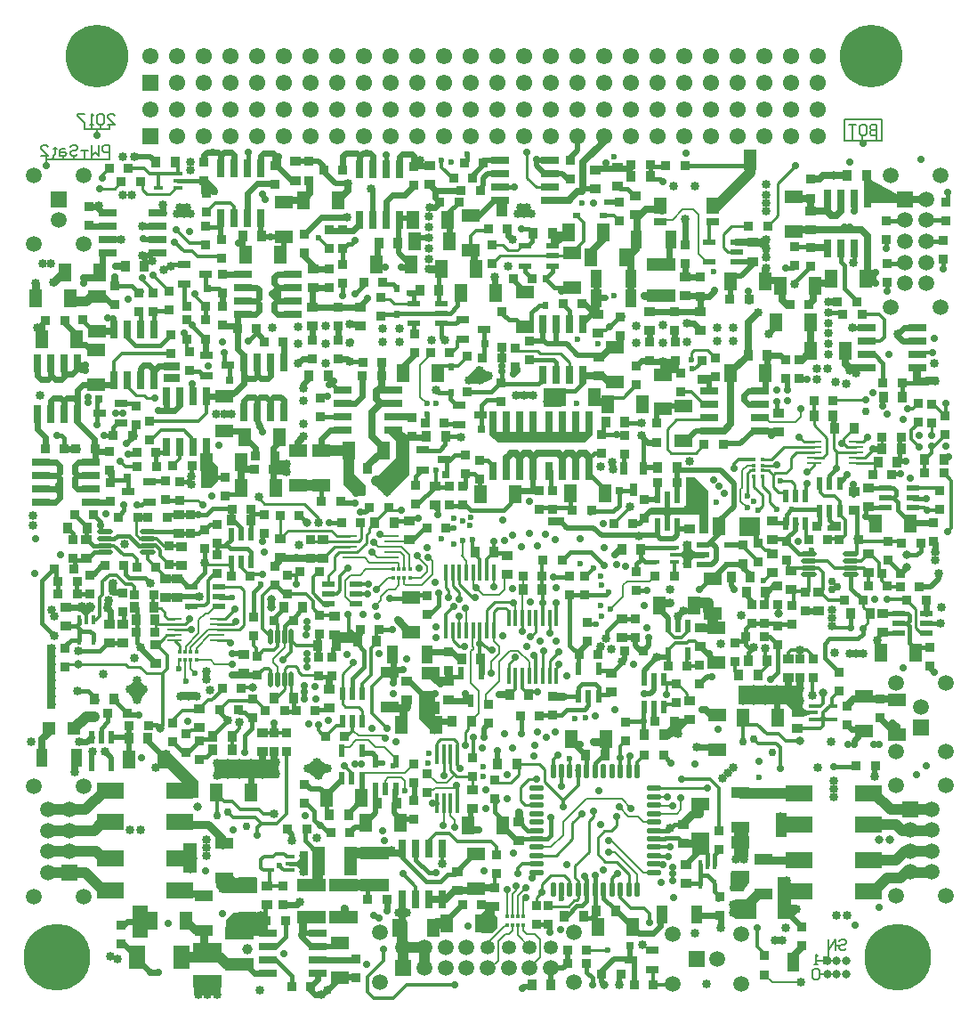
<source format=gbl>
G04 Layer_Physical_Order=8*
G04 Layer_Color=16711680*
%FSAX25Y25*%
%MOIN*%
G70*
G01*
G75*
%ADD10R,0.06378X0.09055*%
%ADD11R,0.03543X0.03543*%
%ADD12R,0.03543X0.03543*%
%ADD13R,0.01575X0.03347*%
G04:AMPARAMS|DCode=14|XSize=20mil|YSize=12mil|CornerRadius=0.3mil|HoleSize=0mil|Usage=FLASHONLY|Rotation=270.000|XOffset=0mil|YOffset=0mil|HoleType=Round|Shape=RoundedRectangle|*
%AMROUNDEDRECTD14*
21,1,0.02000,0.01140,0,0,270.0*
21,1,0.01940,0.01200,0,0,270.0*
1,1,0.00060,-0.00570,-0.00970*
1,1,0.00060,-0.00570,0.00970*
1,1,0.00060,0.00570,0.00970*
1,1,0.00060,0.00570,-0.00970*
%
%ADD14ROUNDEDRECTD14*%
%ADD15R,0.07087X0.04528*%
%ADD16R,0.06693X0.04331*%
%ADD17R,0.03937X0.03740*%
%ADD18R,0.04528X0.07087*%
%ADD19R,0.04331X0.06693*%
%ADD20R,0.04803X0.02441*%
%ADD21R,0.03347X0.01575*%
%ADD22R,0.02441X0.04803*%
G04:AMPARAMS|DCode=26|XSize=20mil|YSize=12mil|CornerRadius=0.3mil|HoleSize=0mil|Usage=FLASHONLY|Rotation=0.000|XOffset=0mil|YOffset=0mil|HoleType=Round|Shape=RoundedRectangle|*
%AMROUNDEDRECTD26*
21,1,0.02000,0.01140,0,0,0.0*
21,1,0.01940,0.01200,0,0,0.0*
1,1,0.00060,0.00970,-0.00570*
1,1,0.00060,-0.00970,-0.00570*
1,1,0.00060,-0.00970,0.00570*
1,1,0.00060,0.00970,0.00570*
%
%ADD26ROUNDEDRECTD26*%
%ADD30R,0.03740X0.03937*%
%ADD31R,0.07008X0.02835*%
%ADD32R,0.10630X0.04528*%
%ADD33O,0.01575X0.07677*%
%ADD35R,0.04528X0.10630*%
%ADD38R,0.02835X0.07008*%
%ADD48R,0.04724X0.05118*%
%ADD49R,0.02756X0.02756*%
%ADD50R,0.02756X0.05118*%
%ADD51R,0.03347X0.03347*%
%ADD54R,0.02756X0.02756*%
%ADD55R,0.05118X0.02756*%
%ADD57R,0.01772X0.01772*%
%ADD58R,0.01772X0.01181*%
%ADD59R,0.01772X0.01772*%
%ADD60R,0.01181X0.01772*%
%ADD64C,0.02362*%
%ADD65C,0.02756*%
%ADD66C,0.01575*%
%ADD67C,0.01000*%
%ADD68C,0.01968*%
%ADD69C,0.01181*%
%ADD70C,0.03937*%
%ADD71C,0.00819*%
%ADD72C,0.01378*%
%ADD73C,0.03150*%
%ADD74C,0.00787*%
%ADD78C,0.05905*%
%ADD79R,0.05905X0.05905*%
%ADD80C,0.05315*%
%ADD81R,0.05905X0.05905*%
%ADD82C,0.23425*%
%ADD83C,0.25000*%
%ADD84R,0.06102X0.06102*%
%ADD85C,0.06102*%
%ADD86C,0.02756*%
%ADD87C,0.02362*%
%ADD88C,0.03347*%
%ADD89C,0.02953*%
%ADD90C,0.03937*%
%ADD91C,0.03150*%
%ADD94O,0.05905X0.01772*%
%ADD95O,0.05709X0.00984*%
%ADD96R,0.02362X0.03150*%
%ADD97R,0.03150X0.02362*%
%ADD98O,0.02165X0.05709*%
%ADD99O,0.05709X0.02165*%
%ADD100R,0.09842X0.05905*%
%ADD101O,0.01772X0.05905*%
%ADD102R,0.01181X0.06496*%
G04:AMPARAMS|DCode=103|XSize=20mil|YSize=12mil|CornerRadius=0.3mil|HoleSize=0mil|Usage=FLASHONLY|Rotation=145.000|XOffset=0mil|YOffset=0mil|HoleType=Round|Shape=RoundedRectangle|*
%AMROUNDEDRECTD103*
21,1,0.02000,0.01140,0,0,145.0*
21,1,0.01940,0.01200,0,0,145.0*
1,1,0.00060,-0.00468,0.01023*
1,1,0.00060,0.01121,-0.00089*
1,1,0.00060,0.00468,-0.01023*
1,1,0.00060,-0.01121,0.00089*
%
%ADD103ROUNDEDRECTD103*%
%ADD104R,0.05118X0.06496*%
%ADD105C,0.03543*%
%ADD106C,0.01772*%
G36*
X0348646Y0314854D02*
X0353500Y0314013D01*
Y0299496D01*
X0347600Y0305396D01*
X0347600Y0316620D01*
X0348646Y0314854D01*
D02*
G37*
G36*
X0491350Y0309850D02*
X0492350Y0308850D01*
X0494350Y0308350D01*
Y0307350D01*
X0491350Y0306350D01*
X0487350D01*
Y0308850D01*
X0485350Y0310850D01*
X0467350D01*
Y0317850D01*
X0491350D01*
Y0309850D01*
D02*
G37*
G36*
X0211350Y0309350D02*
X0208350D01*
Y0333350D01*
X0211350D01*
Y0309350D01*
D02*
G37*
G36*
X0448656Y0304144D02*
X0444600Y0300089D01*
X0440600Y0297700D01*
Y0300900D01*
X0441000D01*
X0444600Y0304500D01*
X0448656Y0304144D01*
D02*
G37*
G36*
X0264850Y0282150D02*
X0264850Y0275850D01*
X0259350D01*
X0259350Y0281350D01*
X0252350Y0288350D01*
X0252350Y0293850D01*
X0253150D01*
X0264850Y0282150D01*
D02*
G37*
G36*
X0314750Y0287000D02*
X0309250Y0283000D01*
X0304250Y0287000D01*
X0309250Y0291000D01*
X0314750Y0287000D01*
D02*
G37*
G36*
X0294850Y0283350D02*
X0270850D01*
Y0290350D01*
X0294850D01*
Y0283350D01*
D02*
G37*
G36*
X0325500Y0334000D02*
X0315000D01*
Y0338000D01*
X0327000Y0338000D01*
X0325500Y0334000D01*
D02*
G37*
G36*
X0226100Y0347214D02*
X0223157Y0343850D01*
X0222621Y0343850D01*
X0219350Y0347380D01*
Y0347900D01*
X0226100D01*
X0226100Y0347214D01*
D02*
G37*
G36*
X0232850Y0349850D02*
X0231850Y0345850D01*
X0229350Y0346850D01*
X0230350Y0350850D01*
X0232850Y0349850D01*
D02*
G37*
G36*
X0269000Y0319500D02*
X0266500D01*
Y0324000D01*
X0269000D01*
Y0319500D01*
D02*
G37*
G36*
X0245850Y0316350D02*
X0241850Y0310850D01*
X0237850Y0316350D01*
X0241850Y0321350D01*
X0245850Y0316350D01*
D02*
G37*
G36*
X0264500Y0312500D02*
X0258500D01*
Y0315500D01*
X0264500D01*
Y0312500D01*
D02*
G37*
G36*
X0305500Y0312583D02*
X0303500D01*
Y0318500D01*
X0305500D01*
Y0312583D01*
D02*
G37*
G36*
X0485350Y0261350D02*
X0481347D01*
Y0270350D01*
X0485350D01*
Y0261350D01*
D02*
G37*
G36*
X0290850Y0224350D02*
X0275350D01*
Y0230350D01*
X0277850Y0232850D01*
X0290850D01*
Y0224350D01*
D02*
G37*
G36*
X0375847Y0232350D02*
X0376847Y0231350D01*
X0376846Y0227146D01*
X0375050Y0225350D01*
X0370847Y0225350D01*
Y0232350D01*
X0372348Y0233852D01*
X0372350Y0235350D01*
X0375847D01*
Y0232350D01*
D02*
G37*
G36*
X0486846Y0244354D02*
Y0235850D01*
X0488350D01*
X0489850Y0235350D01*
Y0233350D01*
X0487000Y0230500D01*
X0482000Y0230500D01*
X0482000Y0246350D01*
X0484850Y0246350D01*
X0486846Y0244354D01*
D02*
G37*
G36*
X0245847Y0223756D02*
X0240347D01*
Y0235756D01*
X0245847D01*
Y0223756D01*
D02*
G37*
G36*
X0273350Y0208350D02*
X0273350Y0201850D01*
X0263350Y0201850D01*
X0263350Y0208350D01*
X0273350Y0208350D01*
D02*
G37*
G36*
X0489900Y0217900D02*
X0489900Y0211100D01*
X0485500Y0211100D01*
X0485500Y0217900D01*
X0489900Y0217900D01*
D02*
G37*
G36*
X0502000Y0215000D02*
X0500500Y0213500D01*
X0499000D01*
Y0216500D01*
X0500500D01*
X0502000Y0215000D01*
D02*
G37*
G36*
X0264350Y0247850D02*
X0259350D01*
Y0258850D01*
X0264350D01*
Y0247850D01*
D02*
G37*
G36*
X0470850Y0256350D02*
Y0253850D01*
X0469350Y0252350D01*
X0465850D01*
X0465400Y0252801D01*
Y0265400D01*
X0470850D01*
Y0256350D01*
D02*
G37*
G36*
X0456250Y0254500D02*
X0449750D01*
Y0259500D01*
X0456250D01*
Y0254500D01*
D02*
G37*
G36*
X0305850Y0246850D02*
X0302850D01*
Y0249350D01*
X0300850Y0251350D01*
X0302850Y0253350D01*
Y0255850D01*
X0305850D01*
Y0246850D01*
D02*
G37*
G36*
X0479350Y0238850D02*
X0476201Y0238850D01*
X0473850Y0236500D01*
Y0230500D01*
X0466201D01*
X0464350Y0232350D01*
Y0236350D01*
X0465850Y0237850D01*
X0469850Y0237850D01*
X0474000Y0242000D01*
X0479350D01*
Y0238850D01*
D02*
G37*
G36*
X0278850Y0245850D02*
X0286850D01*
Y0240395D01*
X0273805D01*
X0271500Y0242701D01*
Y0247850D01*
X0276850D01*
X0278850Y0245850D01*
D02*
G37*
G36*
X0471350Y0244350D02*
X0468850Y0240945D01*
X0465756D01*
X0464350Y0242350D01*
Y0247850D01*
X0471350D01*
Y0244350D01*
D02*
G37*
G36*
X0258000Y0436000D02*
X0251750D01*
Y0439000D01*
X0258000D01*
Y0436000D01*
D02*
G37*
G36*
X0296000Y0462000D02*
X0294378D01*
X0294213Y0462165D01*
Y0467047D01*
X0296000D01*
Y0462000D01*
D02*
G37*
G36*
X0519000Y0473500D02*
Y0467500D01*
X0515500Y0467500D01*
Y0473500D01*
X0519000Y0473500D01*
D02*
G37*
G36*
X0223000Y0435000D02*
X0220500D01*
X0220500Y0439000D01*
X0223000D01*
X0223000Y0435000D01*
D02*
G37*
G36*
X0374000Y0435000D02*
X0374500Y0432500D01*
X0371000Y0431000D01*
X0366000D01*
X0365000Y0433000D01*
X0370000Y0437500D01*
X0374000Y0435000D01*
D02*
G37*
G36*
X0258000Y0431500D02*
X0252000D01*
Y0434500D01*
X0258000D01*
Y0431500D01*
D02*
G37*
G36*
X0445000Y0437957D02*
Y0435043D01*
X0439571D01*
X0438976Y0434449D01*
Y0439173D01*
X0443500Y0439457D01*
X0445000Y0437957D01*
D02*
G37*
G36*
X0271850Y0504350D02*
Y0501850D01*
X0265850D01*
Y0507850D01*
X0268350D01*
X0271850Y0504350D01*
D02*
G37*
G36*
X0427500Y0508250D02*
X0427000Y0507750D01*
X0425500D01*
Y0512750D01*
X0427500D01*
Y0508250D01*
D02*
G37*
G36*
X0474016Y0511417D02*
X0471260Y0508661D01*
X0469291Y0511417D01*
Y0518504D01*
X0474016D01*
Y0511417D01*
D02*
G37*
G36*
X0526575Y0501968D02*
X0529528D01*
Y0500000D01*
X0515590D01*
X0515590Y0508075D01*
X0526575Y0501968D01*
D02*
G37*
G36*
X0478500Y0477209D02*
X0476500Y0477300D01*
Y0481700D01*
X0472835Y0482874D01*
X0464567D01*
Y0484842D01*
X0472441D01*
X0478500Y0486000D01*
X0478500Y0477209D01*
D02*
G37*
G36*
X0399095Y0482590D02*
X0397508D01*
Y0487236D01*
X0397394Y0487350D01*
X0403854D01*
X0399095Y0482590D01*
D02*
G37*
G36*
X0380500Y0493500D02*
X0376500D01*
Y0498500D01*
X0380500D01*
Y0493500D01*
D02*
G37*
G36*
X0541750Y0430500D02*
X0537250D01*
Y0433500D01*
X0541750D01*
Y0430500D01*
D02*
G37*
G36*
X0402000Y0378000D02*
X0396000D01*
Y0381000D01*
X0402000D01*
Y0378000D01*
D02*
G37*
G36*
X0456000Y0391000D02*
X0456000Y0375000D01*
X0452500D01*
Y0382000D01*
X0434000D01*
X0435000Y0384500D01*
X0439500D01*
Y0390500D01*
X0441500D01*
Y0384500D01*
X0447500D01*
Y0396000D01*
X0451000D01*
X0456000Y0391000D01*
D02*
G37*
G36*
X0343701Y0411417D02*
X0341811Y0410630D01*
X0343898D01*
X0343898Y0396898D01*
X0335500Y0388500D01*
X0329913Y0394087D01*
X0338976Y0403150D01*
Y0409449D01*
X0335039Y0413386D01*
X0339370Y0414567D01*
X0343701Y0411417D01*
D02*
G37*
G36*
X0473000Y0374000D02*
X0467500D01*
Y0381000D01*
X0473000D01*
Y0374000D01*
D02*
G37*
G36*
X0293500Y0346500D02*
X0291000D01*
Y0350500D01*
X0293500D01*
Y0346500D01*
D02*
G37*
G36*
X0234350Y0352850D02*
X0231350D01*
Y0356850D01*
X0234350D01*
Y0352850D01*
D02*
G37*
G36*
X0449500Y0369000D02*
X0452500Y0367000D01*
X0449500Y0365000D01*
X0449500Y0362000D01*
X0446500D01*
Y0365500D01*
X0445000Y0367000D01*
X0446500Y0368500D01*
Y0372000D01*
X0449500D01*
X0449500Y0369000D01*
D02*
G37*
G36*
X0290000Y0413500D02*
X0289000Y0412500D01*
X0288000D01*
X0287000Y0414500D01*
X0289000Y0415500D01*
X0290000Y0413500D01*
D02*
G37*
G36*
X0400787Y0422350D02*
X0394350D01*
Y0429350D01*
X0400787D01*
Y0422350D01*
D02*
G37*
G36*
X0390500Y0425500D02*
X0384000D01*
Y0428000D01*
X0390500D01*
Y0425500D01*
D02*
G37*
G36*
X0409850Y0408850D02*
X0376850D01*
X0374850Y0412850D01*
X0411850D01*
X0409850Y0408850D01*
D02*
G37*
G36*
X0327500Y0392701D02*
X0327500Y0389500D01*
X0327000Y0389000D01*
X0323500Y0389000D01*
X0319291Y0393209D01*
X0319291Y0394882D01*
X0322047Y0398153D01*
X0327500Y0392701D01*
D02*
G37*
G36*
X0272047Y0399953D02*
Y0394547D01*
X0269500Y0392000D01*
X0266000D01*
Y0402000D01*
X0270000D01*
X0272047Y0399953D01*
D02*
G37*
G36*
X0298850Y0396850D02*
X0293850D01*
Y0401850D01*
X0293350Y0402350D01*
X0298850D01*
Y0396850D01*
D02*
G37*
D10*
X0241925Y0216311D02*
D03*
X0258539D02*
D03*
D11*
X0454331Y0408268D02*
D03*
X0461417D02*
D03*
X0512043Y0372500D02*
D03*
X0504957D02*
D03*
X0300394Y0342350D02*
D03*
X0293307D02*
D03*
X0295457Y0381500D02*
D03*
X0302543D02*
D03*
X0293394Y0403850D02*
D03*
X0286307D02*
D03*
X0267543Y0447500D02*
D03*
X0260457D02*
D03*
Y0455000D02*
D03*
X0267543D02*
D03*
X0311811Y0511024D02*
D03*
X0318898D02*
D03*
X0355307Y0498850D02*
D03*
X0362394D02*
D03*
X0363307Y0503350D02*
D03*
X0370394D02*
D03*
X0367543Y0508000D02*
D03*
X0360457D02*
D03*
X0447043Y0512500D02*
D03*
X0439957D02*
D03*
X0434043Y0513000D02*
D03*
X0426957D02*
D03*
X0350457Y0377000D02*
D03*
X0357543D02*
D03*
X0440857Y0325300D02*
D03*
X0447943D02*
D03*
X0435957Y0304500D02*
D03*
X0443043D02*
D03*
Y0359000D02*
D03*
X0435957D02*
D03*
X0380543Y0489000D02*
D03*
X0373457D02*
D03*
X0333543Y0439000D02*
D03*
X0326457D02*
D03*
X0207677Y0454724D02*
D03*
X0214764D02*
D03*
X0232957Y0411500D02*
D03*
X0240043D02*
D03*
X0262394Y0400350D02*
D03*
X0255307D02*
D03*
X0277457Y0384000D02*
D03*
X0284543D02*
D03*
X0284143Y0358900D02*
D03*
X0277057D02*
D03*
X0253043Y0381000D02*
D03*
X0245957D02*
D03*
X0242043D02*
D03*
X0234957D02*
D03*
X0241807Y0362350D02*
D03*
X0248894D02*
D03*
X0272807Y0308894D02*
D03*
X0279894D02*
D03*
X0297394Y0229850D02*
D03*
X0290307D02*
D03*
X0469807Y0336394D02*
D03*
X0476894D02*
D03*
X0506807Y0349850D02*
D03*
X0513894D02*
D03*
X0527807Y0354850D02*
D03*
X0534894D02*
D03*
X0515807Y0355350D02*
D03*
X0522894D02*
D03*
X0527894Y0359850D02*
D03*
X0520807D02*
D03*
X0528307Y0371350D02*
D03*
X0535394D02*
D03*
X0517457Y0396800D02*
D03*
X0524543D02*
D03*
X0528043Y0411000D02*
D03*
X0520957D02*
D03*
X0495457Y0424500D02*
D03*
X0502543D02*
D03*
X0486614Y0460630D02*
D03*
X0493701D02*
D03*
X0504331Y0461614D02*
D03*
X0511417D02*
D03*
X0471043Y0462500D02*
D03*
X0463957D02*
D03*
X0306894Y0205350D02*
D03*
X0299807D02*
D03*
X0318043Y0387000D02*
D03*
X0310957D02*
D03*
X0238543Y0511500D02*
D03*
X0231457D02*
D03*
X0243043Y0506500D02*
D03*
X0235957D02*
D03*
X0389894Y0470350D02*
D03*
X0382807D02*
D03*
X0333894Y0468850D02*
D03*
X0326807D02*
D03*
X0371357Y0440700D02*
D03*
X0378443D02*
D03*
X0521307Y0431350D02*
D03*
X0528394D02*
D03*
X0506307Y0456850D02*
D03*
X0513394D02*
D03*
X0297043Y0308500D02*
D03*
X0289957D02*
D03*
X0280894Y0316850D02*
D03*
X0273807D02*
D03*
X0431587Y0331000D02*
D03*
X0424500D02*
D03*
X0386457Y0359000D02*
D03*
X0393543D02*
D03*
X0393957Y0365000D02*
D03*
X0401043D02*
D03*
X0470957Y0490000D02*
D03*
X0478043D02*
D03*
X0314457Y0263000D02*
D03*
X0321543D02*
D03*
X0229807Y0362850D02*
D03*
X0236894D02*
D03*
X0219394Y0352350D02*
D03*
X0212307D02*
D03*
X0219394Y0356850D02*
D03*
X0212307D02*
D03*
X0210957Y0361500D02*
D03*
X0218043D02*
D03*
X0423043Y0210000D02*
D03*
X0415957D02*
D03*
X0435243Y0206000D02*
D03*
X0428157D02*
D03*
X0364567Y0513779D02*
D03*
X0371654D02*
D03*
X0260457Y0460000D02*
D03*
X0267543D02*
D03*
X0241957Y0400000D02*
D03*
X0249043D02*
D03*
X0286614Y0451575D02*
D03*
X0279528D02*
D03*
X0218957Y0406500D02*
D03*
X0226043D02*
D03*
X0289457Y0446500D02*
D03*
X0296543D02*
D03*
X0214543Y0406500D02*
D03*
X0207457D02*
D03*
X0248819Y0405118D02*
D03*
X0241732D02*
D03*
X0292894Y0398850D02*
D03*
X0285807D02*
D03*
X0246043Y0303000D02*
D03*
X0238957D02*
D03*
X0511307Y0287850D02*
D03*
X0518394D02*
D03*
X0301457Y0308500D02*
D03*
X0308543D02*
D03*
X0225543Y0382000D02*
D03*
X0218457D02*
D03*
X0238043Y0307500D02*
D03*
X0230957D02*
D03*
X0248043Y0352000D02*
D03*
X0240957D02*
D03*
X0325543Y0379000D02*
D03*
X0318457D02*
D03*
X0241457Y0338000D02*
D03*
X0248543D02*
D03*
X0404957Y0383500D02*
D03*
X0412043D02*
D03*
X0333394Y0433850D02*
D03*
X0326307D02*
D03*
X0431957Y0292000D02*
D03*
X0439043D02*
D03*
X0536957Y0397500D02*
D03*
X0544043D02*
D03*
X0530307Y0349850D02*
D03*
X0537394D02*
D03*
X0427543Y0378500D02*
D03*
X0420457D02*
D03*
X0444043Y0394000D02*
D03*
X0436957D02*
D03*
X0401557Y0460800D02*
D03*
X0408643D02*
D03*
X0351857Y0442500D02*
D03*
X0358943D02*
D03*
X0349807Y0416350D02*
D03*
X0356894D02*
D03*
X0407457Y0329500D02*
D03*
X0414543D02*
D03*
X0392543Y0306500D02*
D03*
X0385457D02*
D03*
X0493457Y0372500D02*
D03*
X0500543D02*
D03*
X0310087Y0360500D02*
D03*
X0303000D02*
D03*
X0503743Y0377500D02*
D03*
X0496657D02*
D03*
X0319543Y0299000D02*
D03*
X0312457D02*
D03*
X0328957Y0384500D02*
D03*
X0336043D02*
D03*
X0325457Y0339000D02*
D03*
X0332543D02*
D03*
X0305394Y0264350D02*
D03*
X0298307D02*
D03*
X0328307Y0237850D02*
D03*
X0335394D02*
D03*
X0363807Y0235850D02*
D03*
X0370894D02*
D03*
X0403257Y0213900D02*
D03*
X0410343D02*
D03*
X0403257Y0219100D02*
D03*
X0410343D02*
D03*
D12*
X0444000Y0318743D02*
D03*
Y0311657D02*
D03*
X0491000Y0220457D02*
D03*
Y0227543D02*
D03*
X0214850Y0324807D02*
D03*
Y0331894D02*
D03*
X0324000Y0208457D02*
D03*
Y0215543D02*
D03*
X0304500Y0273957D02*
D03*
Y0281043D02*
D03*
X0285500Y0336457D02*
D03*
Y0343543D02*
D03*
X0293500Y0362543D02*
D03*
Y0355457D02*
D03*
X0298350Y0352307D02*
D03*
Y0359394D02*
D03*
X0289500Y0382043D02*
D03*
Y0374957D02*
D03*
X0307000Y0365457D02*
D03*
Y0372543D02*
D03*
X0310400Y0418657D02*
D03*
Y0425743D02*
D03*
X0261500Y0435957D02*
D03*
Y0443043D02*
D03*
X0254528Y0449213D02*
D03*
Y0442126D02*
D03*
X0267500Y0482957D02*
D03*
Y0490043D02*
D03*
X0267850Y0502394D02*
D03*
Y0495307D02*
D03*
X0266850Y0506807D02*
D03*
Y0513894D02*
D03*
X0293701Y0505512D02*
D03*
Y0512598D02*
D03*
X0306299Y0514173D02*
D03*
Y0507087D02*
D03*
X0404331Y0514567D02*
D03*
Y0507480D02*
D03*
X0345669Y0505118D02*
D03*
Y0512205D02*
D03*
X0344850Y0418394D02*
D03*
Y0411307D02*
D03*
X0364850Y0397307D02*
D03*
Y0404394D02*
D03*
X0370350Y0402394D02*
D03*
Y0395307D02*
D03*
X0346350Y0385807D02*
D03*
Y0392894D02*
D03*
X0359000Y0385457D02*
D03*
Y0392543D02*
D03*
X0364000Y0385457D02*
D03*
Y0392543D02*
D03*
X0465850Y0326850D02*
D03*
Y0333937D02*
D03*
X0452500Y0325543D02*
D03*
Y0318457D02*
D03*
X0350500Y0344457D02*
D03*
Y0351543D02*
D03*
X0310350Y0344394D02*
D03*
Y0337307D02*
D03*
X0358500Y0323457D02*
D03*
Y0330543D02*
D03*
X0315000Y0328543D02*
D03*
Y0321457D02*
D03*
X0310000D02*
D03*
Y0328543D02*
D03*
X0373500Y0303957D02*
D03*
Y0311043D02*
D03*
X0397500Y0306957D02*
D03*
Y0314043D02*
D03*
X0428500Y0343043D02*
D03*
Y0335957D02*
D03*
X0410500Y0341543D02*
D03*
Y0334457D02*
D03*
X0404000Y0359043D02*
D03*
Y0351957D02*
D03*
X0409500Y0359043D02*
D03*
Y0351957D02*
D03*
X0429000Y0360543D02*
D03*
Y0353457D02*
D03*
X0392500Y0391043D02*
D03*
Y0383957D02*
D03*
X0397500Y0391043D02*
D03*
Y0383957D02*
D03*
X0432000Y0387543D02*
D03*
Y0380457D02*
D03*
X0436614Y0409055D02*
D03*
Y0416142D02*
D03*
X0424500Y0411543D02*
D03*
Y0404457D02*
D03*
X0416000Y0404957D02*
D03*
Y0412043D02*
D03*
X0374850Y0475807D02*
D03*
Y0482894D02*
D03*
X0378350Y0424307D02*
D03*
Y0431394D02*
D03*
X0388850Y0446894D02*
D03*
Y0439807D02*
D03*
X0383700Y0444443D02*
D03*
Y0437357D02*
D03*
X0346000Y0449543D02*
D03*
Y0442457D02*
D03*
X0307480Y0440354D02*
D03*
Y0447441D02*
D03*
X0317323Y0440354D02*
D03*
Y0447441D02*
D03*
Y0452559D02*
D03*
Y0459646D02*
D03*
X0333350Y0456307D02*
D03*
Y0463394D02*
D03*
X0314000Y0488543D02*
D03*
Y0481457D02*
D03*
X0319000D02*
D03*
Y0488543D02*
D03*
Y0468457D02*
D03*
Y0475543D02*
D03*
X0313850Y0466807D02*
D03*
Y0473894D02*
D03*
X0304500Y0479957D02*
D03*
Y0487043D02*
D03*
X0274000Y0460043D02*
D03*
Y0452957D02*
D03*
X0274016Y0464961D02*
D03*
Y0472047D02*
D03*
X0273500Y0485043D02*
D03*
Y0477957D02*
D03*
X0223850Y0497394D02*
D03*
Y0490307D02*
D03*
X0253740Y0458661D02*
D03*
Y0465748D02*
D03*
X0248000Y0465043D02*
D03*
Y0457957D02*
D03*
X0242500Y0465043D02*
D03*
Y0457957D02*
D03*
X0233500Y0467543D02*
D03*
Y0460457D02*
D03*
X0221500Y0462043D02*
D03*
Y0454957D02*
D03*
X0246500Y0409957D02*
D03*
Y0417043D02*
D03*
X0241500Y0422543D02*
D03*
Y0415457D02*
D03*
X0231500Y0398457D02*
D03*
Y0405543D02*
D03*
X0232000Y0394043D02*
D03*
Y0386957D02*
D03*
X0252500Y0394543D02*
D03*
Y0387457D02*
D03*
X0257850Y0394394D02*
D03*
Y0387307D02*
D03*
X0275000Y0388957D02*
D03*
Y0396043D02*
D03*
X0271850Y0359807D02*
D03*
Y0366894D02*
D03*
Y0378394D02*
D03*
Y0371307D02*
D03*
X0267350Y0376394D02*
D03*
Y0369307D02*
D03*
X0262000Y0382043D02*
D03*
Y0374957D02*
D03*
X0218000Y0365457D02*
D03*
Y0372543D02*
D03*
X0253850Y0363307D02*
D03*
Y0370394D02*
D03*
X0224350Y0352307D02*
D03*
Y0359394D02*
D03*
X0236500Y0345457D02*
D03*
Y0352543D02*
D03*
X0287000Y0321957D02*
D03*
Y0329043D02*
D03*
X0285350Y0312894D02*
D03*
Y0305807D02*
D03*
X0297850Y0293350D02*
D03*
Y0300437D02*
D03*
X0293350D02*
D03*
Y0293350D02*
D03*
X0255350Y0303894D02*
D03*
Y0296807D02*
D03*
X0265350Y0290307D02*
D03*
Y0297394D02*
D03*
X0260350Y0299894D02*
D03*
Y0292807D02*
D03*
X0235850Y0221307D02*
D03*
Y0228394D02*
D03*
X0296500Y0243043D02*
D03*
Y0235957D02*
D03*
X0376000Y0282543D02*
D03*
Y0275457D02*
D03*
X0367500Y0283957D02*
D03*
Y0291043D02*
D03*
X0345500Y0281457D02*
D03*
Y0288543D02*
D03*
X0350500Y0277957D02*
D03*
Y0285043D02*
D03*
X0345500Y0267957D02*
D03*
Y0275043D02*
D03*
X0376500Y0254543D02*
D03*
Y0247457D02*
D03*
X0375850Y0242394D02*
D03*
Y0235307D02*
D03*
X0391500Y0228457D02*
D03*
Y0235543D02*
D03*
X0396000Y0228457D02*
D03*
Y0235543D02*
D03*
X0477000Y0209757D02*
D03*
Y0216843D02*
D03*
X0460000Y0256457D02*
D03*
Y0263543D02*
D03*
X0460200Y0238943D02*
D03*
Y0231857D02*
D03*
X0520350Y0305807D02*
D03*
Y0312894D02*
D03*
X0507850Y0310394D02*
D03*
Y0303307D02*
D03*
X0539000Y0332343D02*
D03*
Y0325257D02*
D03*
X0504800Y0323043D02*
D03*
Y0315957D02*
D03*
X0495200Y0320857D02*
D03*
Y0327943D02*
D03*
X0490350Y0327937D02*
D03*
Y0320850D02*
D03*
X0481850Y0340437D02*
D03*
Y0333350D02*
D03*
X0472350Y0348394D02*
D03*
Y0341307D02*
D03*
X0476850Y0348437D02*
D03*
Y0341350D02*
D03*
X0481900Y0348357D02*
D03*
Y0355443D02*
D03*
X0469000Y0363457D02*
D03*
Y0370543D02*
D03*
X0474500Y0364157D02*
D03*
Y0371243D02*
D03*
X0485100Y0371943D02*
D03*
Y0364857D02*
D03*
X0487350Y0347894D02*
D03*
Y0340807D02*
D03*
X0492350Y0352894D02*
D03*
Y0345807D02*
D03*
X0523350Y0364807D02*
D03*
Y0371894D02*
D03*
X0540350Y0378894D02*
D03*
Y0371807D02*
D03*
X0542500Y0383957D02*
D03*
Y0391043D02*
D03*
X0544400Y0419043D02*
D03*
Y0411957D02*
D03*
X0534500Y0416457D02*
D03*
Y0423543D02*
D03*
X0423000Y0448957D02*
D03*
Y0456043D02*
D03*
X0429000Y0437543D02*
D03*
Y0430457D02*
D03*
X0445500Y0435043D02*
D03*
Y0427957D02*
D03*
X0443500Y0439457D02*
D03*
Y0446543D02*
D03*
X0434000Y0439457D02*
D03*
Y0446543D02*
D03*
X0443307Y0450984D02*
D03*
Y0458071D02*
D03*
X0453500Y0432457D02*
D03*
Y0439543D02*
D03*
X0485000Y0432957D02*
D03*
Y0440043D02*
D03*
X0490000Y0432957D02*
D03*
Y0440043D02*
D03*
X0422500Y0491957D02*
D03*
Y0499043D02*
D03*
X0447350Y0475807D02*
D03*
Y0482894D02*
D03*
X0452953Y0463779D02*
D03*
Y0470866D02*
D03*
X0488100Y0482343D02*
D03*
Y0475257D02*
D03*
X0494095Y0474803D02*
D03*
Y0481890D02*
D03*
X0523000Y0468957D02*
D03*
Y0476043D02*
D03*
X0494095Y0507480D02*
D03*
Y0500394D02*
D03*
X0522500Y0484957D02*
D03*
Y0492043D02*
D03*
X0544000Y0477457D02*
D03*
Y0484543D02*
D03*
X0544900Y0499043D02*
D03*
Y0491957D02*
D03*
X0458500Y0440543D02*
D03*
Y0433457D02*
D03*
X0424900Y0297157D02*
D03*
Y0304243D02*
D03*
X0539500Y0416257D02*
D03*
Y0423343D02*
D03*
D13*
X0220291Y0342590D02*
D03*
X0222850D02*
D03*
X0225409D02*
D03*
Y0335110D02*
D03*
X0220291D02*
D03*
X0453000Y0250980D02*
D03*
X0455559D02*
D03*
X0458118D02*
D03*
Y0243500D02*
D03*
X0453000D02*
D03*
D14*
X0321300Y0341600D02*
D03*
Y0340000D02*
D03*
X0330000Y0311800D02*
D03*
Y0310200D02*
D03*
X0251500Y0313800D02*
D03*
Y0312200D02*
D03*
D15*
X0302165Y0406102D02*
D03*
Y0393110D02*
D03*
X0311024D02*
D03*
Y0406102D02*
D03*
X0274410Y0413189D02*
D03*
Y0426181D02*
D03*
X0446457Y0422638D02*
D03*
Y0409646D02*
D03*
X0459000Y0339496D02*
D03*
Y0326504D02*
D03*
X0344500Y0338004D02*
D03*
Y0350996D02*
D03*
X0352000Y0309504D02*
D03*
Y0322496D02*
D03*
X0366850Y0480854D02*
D03*
Y0493847D02*
D03*
X0227000Y0463496D02*
D03*
Y0450504D02*
D03*
X0226500Y0443496D02*
D03*
Y0430504D02*
D03*
X0283350Y0230854D02*
D03*
Y0243847D02*
D03*
X0368850Y0241854D02*
D03*
Y0254847D02*
D03*
X0453000Y0260504D02*
D03*
Y0273496D02*
D03*
X0467850Y0246354D02*
D03*
Y0259347D02*
D03*
X0459100Y0307096D02*
D03*
Y0294104D02*
D03*
X0526500Y0312496D02*
D03*
Y0299504D02*
D03*
X0514350Y0300854D02*
D03*
Y0313846D02*
D03*
X0457500Y0345004D02*
D03*
Y0357996D02*
D03*
X0421000Y0444496D02*
D03*
Y0431504D02*
D03*
X0438976Y0434449D02*
D03*
Y0421457D02*
D03*
X0488000Y0500996D02*
D03*
Y0488004D02*
D03*
X0318000Y0221496D02*
D03*
Y0208504D02*
D03*
X0404850Y0479846D02*
D03*
Y0466854D02*
D03*
X0387350Y0452354D02*
D03*
Y0465346D02*
D03*
X0296850Y0499016D02*
D03*
Y0486024D02*
D03*
D16*
X0274500Y0258996D02*
D03*
Y0246004D02*
D03*
X0266850Y0239347D02*
D03*
Y0226354D02*
D03*
X0476500Y0252996D02*
D03*
Y0240004D02*
D03*
X0467900Y0277796D02*
D03*
Y0264804D02*
D03*
X0336500Y0310004D02*
D03*
Y0322996D02*
D03*
D17*
X0449000Y0305157D02*
D03*
Y0312243D02*
D03*
X0480000Y0367443D02*
D03*
Y0360357D02*
D03*
Y0372657D02*
D03*
Y0379743D02*
D03*
X0295500Y0373043D02*
D03*
Y0365957D02*
D03*
X0311500Y0372543D02*
D03*
Y0365457D02*
D03*
X0301181Y0514173D02*
D03*
Y0507087D02*
D03*
X0422000Y0512043D02*
D03*
Y0504957D02*
D03*
X0413500Y0511043D02*
D03*
Y0503957D02*
D03*
X0353500Y0385457D02*
D03*
Y0392543D02*
D03*
X0344000Y0372457D02*
D03*
Y0379543D02*
D03*
X0380500Y0366543D02*
D03*
Y0359457D02*
D03*
X0453000Y0339543D02*
D03*
Y0332457D02*
D03*
X0316000Y0344043D02*
D03*
Y0336957D02*
D03*
X0314000Y0309457D02*
D03*
Y0316543D02*
D03*
X0343000Y0319543D02*
D03*
Y0312457D02*
D03*
X0358500D02*
D03*
Y0319543D02*
D03*
X0419500Y0322543D02*
D03*
Y0315457D02*
D03*
X0423500Y0343043D02*
D03*
Y0335957D02*
D03*
X0449000Y0383543D02*
D03*
Y0376457D02*
D03*
X0307480Y0452559D02*
D03*
Y0459646D02*
D03*
X0325590Y0452559D02*
D03*
Y0459646D02*
D03*
X0307850Y0466850D02*
D03*
Y0473937D02*
D03*
X0257500Y0374957D02*
D03*
Y0382043D02*
D03*
X0223000Y0365457D02*
D03*
Y0372543D02*
D03*
X0258500Y0362957D02*
D03*
Y0370043D02*
D03*
X0252700Y0350957D02*
D03*
Y0358043D02*
D03*
X0257000D02*
D03*
Y0350957D02*
D03*
X0215350Y0347394D02*
D03*
Y0340307D02*
D03*
X0236500Y0341043D02*
D03*
Y0333957D02*
D03*
X0231500Y0341043D02*
D03*
Y0333957D02*
D03*
X0248850Y0326307D02*
D03*
Y0333394D02*
D03*
X0282000Y0322457D02*
D03*
Y0329543D02*
D03*
X0288850Y0293350D02*
D03*
Y0300437D02*
D03*
X0265350Y0302307D02*
D03*
Y0309394D02*
D03*
X0290500Y0235957D02*
D03*
Y0243043D02*
D03*
X0367500Y0271957D02*
D03*
Y0279043D02*
D03*
X0385000Y0259957D02*
D03*
Y0267043D02*
D03*
X0361850Y0241307D02*
D03*
Y0248394D02*
D03*
X0446500Y0258957D02*
D03*
Y0266043D02*
D03*
X0447500Y0251043D02*
D03*
Y0243957D02*
D03*
X0489350Y0308894D02*
D03*
Y0301807D02*
D03*
X0485850Y0320850D02*
D03*
Y0327937D02*
D03*
X0486850Y0353807D02*
D03*
Y0360894D02*
D03*
X0497350Y0345807D02*
D03*
Y0352894D02*
D03*
X0521350Y0344894D02*
D03*
Y0337807D02*
D03*
X0515850Y0360307D02*
D03*
Y0367394D02*
D03*
X0510500Y0383457D02*
D03*
Y0390543D02*
D03*
X0516000Y0392043D02*
D03*
Y0384957D02*
D03*
X0414500Y0449957D02*
D03*
Y0457043D02*
D03*
X0414850Y0440894D02*
D03*
Y0433807D02*
D03*
X0433858Y0450984D02*
D03*
Y0458071D02*
D03*
X0452953Y0450984D02*
D03*
Y0458071D02*
D03*
X0428600Y0501243D02*
D03*
Y0494157D02*
D03*
X0447350Y0463807D02*
D03*
Y0470894D02*
D03*
X0472441Y0483858D02*
D03*
Y0476772D02*
D03*
X0494095Y0495669D02*
D03*
Y0488583D02*
D03*
X0351500Y0505457D02*
D03*
Y0512543D02*
D03*
X0482350Y0419894D02*
D03*
Y0412807D02*
D03*
D18*
X0284496Y0278000D02*
D03*
X0271504D02*
D03*
X0334252Y0406102D02*
D03*
X0321260D02*
D03*
X0417346Y0389850D02*
D03*
X0404354D02*
D03*
X0383496Y0389500D02*
D03*
X0370504D02*
D03*
X0417496Y0298000D02*
D03*
X0404504D02*
D03*
X0353996Y0303300D02*
D03*
X0341004D02*
D03*
X0355904Y0473800D02*
D03*
X0368896D02*
D03*
X0345866Y0484252D02*
D03*
X0358858D02*
D03*
X0331504Y0475500D02*
D03*
X0344496D02*
D03*
X0282480Y0479134D02*
D03*
X0295472D02*
D03*
X0215004Y0472500D02*
D03*
X0227996D02*
D03*
X0251847Y0290350D02*
D03*
X0238854D02*
D03*
X0247354Y0229850D02*
D03*
X0260347D02*
D03*
X0325996Y0276000D02*
D03*
X0313004D02*
D03*
X0378996Y0265500D02*
D03*
X0366004D02*
D03*
X0352847Y0227350D02*
D03*
X0339854D02*
D03*
X0370847Y0228850D02*
D03*
X0357854D02*
D03*
X0414404Y0227500D02*
D03*
X0427396D02*
D03*
X0484496Y0234000D02*
D03*
X0471504D02*
D03*
X0481847Y0305894D02*
D03*
X0468854D02*
D03*
X0477362Y0435039D02*
D03*
X0464370D02*
D03*
X0403504Y0487500D02*
D03*
X0416496D02*
D03*
X0483018Y0467520D02*
D03*
X0496010D02*
D03*
X0501854Y0470350D02*
D03*
X0514847D02*
D03*
X0363204Y0464800D02*
D03*
X0376196D02*
D03*
X0354496Y0435000D02*
D03*
X0341504D02*
D03*
X0481354Y0453850D02*
D03*
X0494347D02*
D03*
X0494354Y0443350D02*
D03*
X0507346D02*
D03*
X0327504Y0266500D02*
D03*
X0340496D02*
D03*
X0411850Y0478350D02*
D03*
X0424843D02*
D03*
X0477362Y0469291D02*
D03*
X0464370D02*
D03*
X0358347Y0492350D02*
D03*
X0345354D02*
D03*
X0317126Y0499606D02*
D03*
X0304134D02*
D03*
X0280996Y0401500D02*
D03*
X0268004D02*
D03*
X0293996Y0392000D02*
D03*
X0281004D02*
D03*
X0204004Y0463000D02*
D03*
X0216996D02*
D03*
X0295276Y0411024D02*
D03*
X0282283D02*
D03*
X0206102Y0447638D02*
D03*
X0219094D02*
D03*
X0413346Y0425850D02*
D03*
X0400354D02*
D03*
X0431347Y0423350D02*
D03*
X0418354D02*
D03*
X0531496Y0378500D02*
D03*
X0518504D02*
D03*
X0533596Y0330300D02*
D03*
X0520604D02*
D03*
X0472996Y0377500D02*
D03*
X0460004D02*
D03*
X0450496Y0347900D02*
D03*
X0437504D02*
D03*
D19*
X0206354Y0290850D02*
D03*
X0219346D02*
D03*
X0441847Y0484850D02*
D03*
X0428854D02*
D03*
X0413854Y0470350D02*
D03*
X0426847D02*
D03*
X0413854Y0462850D02*
D03*
X0426847D02*
D03*
X0438704Y0232400D02*
D03*
X0451696D02*
D03*
X0350496Y0329500D02*
D03*
X0337504D02*
D03*
D20*
X0464157Y0363260D02*
D03*
X0453842D02*
D03*
Y0367000D02*
D03*
Y0370740D02*
D03*
X0464157D02*
D03*
X0532508Y0392091D02*
D03*
X0522193D02*
D03*
Y0388350D02*
D03*
X0532508D02*
D03*
X0522193Y0384610D02*
D03*
X0532508D02*
D03*
X0456243Y0484040D02*
D03*
X0466558D02*
D03*
Y0480300D02*
D03*
Y0476560D02*
D03*
X0456243D02*
D03*
X0345693Y0461091D02*
D03*
X0356008D02*
D03*
Y0457350D02*
D03*
Y0453610D02*
D03*
X0345693D02*
D03*
X0387193Y0482590D02*
D03*
X0397508D02*
D03*
Y0478850D02*
D03*
Y0475110D02*
D03*
X0387193D02*
D03*
X0272508Y0355090D02*
D03*
X0262193D02*
D03*
Y0351350D02*
D03*
X0272508D02*
D03*
X0262193Y0347610D02*
D03*
X0272508D02*
D03*
X0324008Y0356090D02*
D03*
X0313693D02*
D03*
Y0352350D02*
D03*
X0324008D02*
D03*
X0313693Y0348610D02*
D03*
X0324008D02*
D03*
X0537508Y0345091D02*
D03*
X0527193D02*
D03*
Y0341350D02*
D03*
X0537508D02*
D03*
X0527193Y0337610D02*
D03*
X0537508D02*
D03*
D21*
X0257240Y0509559D02*
D03*
Y0507000D02*
D03*
Y0504441D02*
D03*
X0249760D02*
D03*
Y0509559D02*
D03*
X0443240Y0369559D02*
D03*
Y0367000D02*
D03*
Y0364441D02*
D03*
X0435760D02*
D03*
Y0369559D02*
D03*
X0299091Y0253909D02*
D03*
Y0251350D02*
D03*
Y0248791D02*
D03*
X0291610D02*
D03*
Y0253909D02*
D03*
X0495110Y0305291D02*
D03*
Y0307850D02*
D03*
Y0310409D02*
D03*
X0502591D02*
D03*
Y0305291D02*
D03*
D22*
X0318760Y0304693D02*
D03*
Y0315008D02*
D03*
X0322500Y0304693D02*
D03*
Y0315008D02*
D03*
X0326240D02*
D03*
Y0304693D02*
D03*
X0444240Y0388657D02*
D03*
Y0378343D02*
D03*
X0440500D02*
D03*
X0436760D02*
D03*
Y0388657D02*
D03*
X0370740Y0322657D02*
D03*
X0367000Y0312343D02*
D03*
X0363260Y0322657D02*
D03*
X0338740Y0289657D02*
D03*
Y0279343D02*
D03*
X0335000D02*
D03*
X0331260D02*
D03*
Y0289657D02*
D03*
X0326091Y0293508D02*
D03*
Y0283193D02*
D03*
X0322350D02*
D03*
X0318610D02*
D03*
Y0293508D02*
D03*
X0224850Y0288350D02*
D03*
Y0298665D02*
D03*
X0228590D02*
D03*
X0232331D02*
D03*
Y0288350D02*
D03*
X0484760Y0389008D02*
D03*
Y0378693D02*
D03*
X0488500D02*
D03*
Y0389008D02*
D03*
X0492240Y0378693D02*
D03*
Y0389008D02*
D03*
X0440760Y0329842D02*
D03*
Y0340158D02*
D03*
X0444500D02*
D03*
X0448240D02*
D03*
Y0329842D02*
D03*
X0439240Y0309842D02*
D03*
Y0320158D02*
D03*
X0435500D02*
D03*
Y0309842D02*
D03*
X0431760Y0320158D02*
D03*
Y0309842D02*
D03*
X0407260Y0324158D02*
D03*
Y0313843D02*
D03*
X0411000D02*
D03*
X0414740D02*
D03*
Y0324158D02*
D03*
X0277110Y0364193D02*
D03*
Y0374508D02*
D03*
X0280850Y0364193D02*
D03*
Y0374508D02*
D03*
X0284591D02*
D03*
Y0364193D02*
D03*
X0497610Y0383193D02*
D03*
Y0393508D02*
D03*
X0501350Y0383193D02*
D03*
Y0393508D02*
D03*
X0505091D02*
D03*
Y0383193D02*
D03*
D26*
X0505700Y0339600D02*
D03*
X0507300D02*
D03*
D30*
X0338043Y0379000D02*
D03*
X0330957D02*
D03*
X0426957Y0508500D02*
D03*
X0434043D02*
D03*
X0357394Y0411350D02*
D03*
X0350307D02*
D03*
X0368457Y0368000D02*
D03*
X0375543D02*
D03*
X0439043Y0299500D02*
D03*
X0431957D02*
D03*
X0417043Y0292000D02*
D03*
X0409957D02*
D03*
X0370543Y0328000D02*
D03*
X0363457D02*
D03*
X0324457Y0334500D02*
D03*
X0331543D02*
D03*
X0309457Y0333000D02*
D03*
X0316543D02*
D03*
X0388543Y0314500D02*
D03*
X0381457D02*
D03*
X0332500Y0483500D02*
D03*
X0339587D02*
D03*
X0281496Y0486221D02*
D03*
X0288583D02*
D03*
X0237457Y0475000D02*
D03*
X0244543D02*
D03*
X0277307Y0379850D02*
D03*
X0284394D02*
D03*
X0215957Y0377000D02*
D03*
X0223043D02*
D03*
X0248543Y0342500D02*
D03*
X0241457D02*
D03*
X0270307Y0293850D02*
D03*
X0277394D02*
D03*
X0270307Y0298850D02*
D03*
X0277394D02*
D03*
X0245894Y0298350D02*
D03*
X0238807D02*
D03*
X0321043Y0269500D02*
D03*
X0313957D02*
D03*
X0409043Y0231500D02*
D03*
X0401957D02*
D03*
X0413957Y0233500D02*
D03*
X0421043D02*
D03*
X0467307Y0321894D02*
D03*
X0474394D02*
D03*
X0470807Y0327394D02*
D03*
X0477894D02*
D03*
X0516394Y0344850D02*
D03*
X0509307D02*
D03*
X0503307Y0414350D02*
D03*
X0510394D02*
D03*
X0520957Y0406500D02*
D03*
X0528043D02*
D03*
X0423457Y0369000D02*
D03*
X0430543D02*
D03*
X0248957Y0514000D02*
D03*
X0256043D02*
D03*
X0354894Y0465850D02*
D03*
X0347807D02*
D03*
X0397394Y0487350D02*
D03*
X0390307D02*
D03*
X0521457Y0426000D02*
D03*
X0528543D02*
D03*
X0470157Y0352800D02*
D03*
X0477243D02*
D03*
X0376957Y0288500D02*
D03*
X0384043D02*
D03*
X0386457Y0354000D02*
D03*
X0393543D02*
D03*
X0331957Y0274000D02*
D03*
X0339043D02*
D03*
X0507957Y0509000D02*
D03*
X0515043D02*
D03*
X0477953Y0441732D02*
D03*
X0470866D02*
D03*
X0303894Y0347350D02*
D03*
X0296807D02*
D03*
X0300394Y0313350D02*
D03*
X0293307D02*
D03*
X0233043Y0313000D02*
D03*
X0225957D02*
D03*
X0495457Y0419000D02*
D03*
X0502543D02*
D03*
X0248043Y0347400D02*
D03*
X0240957D02*
D03*
X0519457Y0401500D02*
D03*
X0526543D02*
D03*
X0424543Y0416500D02*
D03*
X0417457D02*
D03*
X0328346Y0399213D02*
D03*
X0321260D02*
D03*
X0544043Y0402500D02*
D03*
X0536957D02*
D03*
X0436957Y0399500D02*
D03*
X0444043D02*
D03*
X0464457Y0358500D02*
D03*
X0471543D02*
D03*
X0306307Y0433850D02*
D03*
X0313394D02*
D03*
X0359957Y0304500D02*
D03*
X0367043D02*
D03*
X0389757Y0205900D02*
D03*
X0396843D02*
D03*
D31*
X0309642Y0215291D02*
D03*
X0290823D02*
D03*
Y0210291D02*
D03*
X0309642D02*
D03*
Y0220291D02*
D03*
X0290823D02*
D03*
Y0225291D02*
D03*
X0309642D02*
D03*
X0534142Y0441791D02*
D03*
X0515323D02*
D03*
Y0436791D02*
D03*
X0534142D02*
D03*
Y0446791D02*
D03*
X0515323D02*
D03*
Y0451791D02*
D03*
X0534142D02*
D03*
X0396693Y0504528D02*
D03*
X0377874D02*
D03*
Y0499528D02*
D03*
X0396693D02*
D03*
Y0509528D02*
D03*
X0377874D02*
D03*
Y0514528D02*
D03*
X0396693D02*
D03*
X0475039Y0418307D02*
D03*
X0456220D02*
D03*
Y0413307D02*
D03*
X0475039D02*
D03*
Y0423307D02*
D03*
X0456220D02*
D03*
Y0428307D02*
D03*
X0475039D02*
D03*
X0300315Y0472047D02*
D03*
X0281496D02*
D03*
Y0467047D02*
D03*
X0300315D02*
D03*
Y0457047D02*
D03*
X0281496D02*
D03*
Y0462047D02*
D03*
X0300315D02*
D03*
X0205787Y0386614D02*
D03*
X0224606D02*
D03*
Y0391614D02*
D03*
X0205787D02*
D03*
Y0401614D02*
D03*
X0224606D02*
D03*
Y0396614D02*
D03*
X0205787D02*
D03*
X0249642Y0484791D02*
D03*
X0230823D02*
D03*
Y0479791D02*
D03*
X0249642D02*
D03*
Y0489791D02*
D03*
X0230823D02*
D03*
Y0494791D02*
D03*
X0249642D02*
D03*
X0337835Y0418701D02*
D03*
X0319016D02*
D03*
Y0413701D02*
D03*
X0337835D02*
D03*
Y0423701D02*
D03*
X0319016D02*
D03*
Y0428701D02*
D03*
X0337835D02*
D03*
D32*
X0330850Y0243445D02*
D03*
Y0255256D02*
D03*
X0268350Y0207350D02*
D03*
Y0219161D02*
D03*
X0280350Y0225350D02*
D03*
Y0213539D02*
D03*
X0438350Y0463945D02*
D03*
Y0475756D02*
D03*
X0307350Y0231445D02*
D03*
Y0243256D02*
D03*
X0319350Y0231445D02*
D03*
Y0243256D02*
D03*
D33*
X0361750Y0273847D02*
D03*
X0359250D02*
D03*
X0356750D02*
D03*
X0354250D02*
D03*
X0361750Y0292154D02*
D03*
X0359250D02*
D03*
X0356750D02*
D03*
X0354250D02*
D03*
D35*
X0309945Y0252350D02*
D03*
X0321756D02*
D03*
D38*
X0510433Y0500433D02*
D03*
Y0481614D02*
D03*
X0515433D02*
D03*
Y0500433D02*
D03*
X0505433D02*
D03*
Y0481614D02*
D03*
X0500433D02*
D03*
Y0500433D02*
D03*
X0335236Y0511260D02*
D03*
Y0492441D02*
D03*
X0340236D02*
D03*
Y0511260D02*
D03*
X0330236D02*
D03*
Y0492441D02*
D03*
X0325236D02*
D03*
Y0511260D02*
D03*
X0283268Y0511654D02*
D03*
Y0492835D02*
D03*
X0288268D02*
D03*
Y0511654D02*
D03*
X0278268D02*
D03*
Y0492835D02*
D03*
X0273268D02*
D03*
Y0511654D02*
D03*
X0296850Y0420157D02*
D03*
Y0438976D02*
D03*
X0291850D02*
D03*
Y0420157D02*
D03*
X0281850D02*
D03*
Y0438976D02*
D03*
X0286850D02*
D03*
Y0420157D02*
D03*
X0204527Y0438504D02*
D03*
Y0419685D02*
D03*
X0209528D02*
D03*
Y0438504D02*
D03*
X0219528D02*
D03*
Y0419685D02*
D03*
X0214528D02*
D03*
Y0438504D02*
D03*
X0262795Y0426221D02*
D03*
Y0407402D02*
D03*
X0267795D02*
D03*
Y0426221D02*
D03*
X0257795D02*
D03*
Y0407402D02*
D03*
X0252795D02*
D03*
Y0426221D02*
D03*
X0238189Y0432441D02*
D03*
Y0451260D02*
D03*
X0233189D02*
D03*
Y0432441D02*
D03*
X0243189D02*
D03*
Y0451260D02*
D03*
X0248189D02*
D03*
Y0432441D02*
D03*
X0375370Y0417220D02*
D03*
Y0398401D02*
D03*
X0380370D02*
D03*
Y0417220D02*
D03*
X0390370D02*
D03*
Y0398401D02*
D03*
X0385370D02*
D03*
Y0417220D02*
D03*
X0396370D02*
D03*
Y0398401D02*
D03*
X0401370D02*
D03*
Y0417220D02*
D03*
X0411370D02*
D03*
Y0398401D02*
D03*
X0406370D02*
D03*
Y0417220D02*
D03*
X0403909Y0453142D02*
D03*
Y0434323D02*
D03*
X0408909D02*
D03*
Y0453142D02*
D03*
X0398909D02*
D03*
Y0434323D02*
D03*
X0393909D02*
D03*
Y0453142D02*
D03*
X0346291Y0238059D02*
D03*
Y0256878D02*
D03*
X0341291D02*
D03*
Y0238059D02*
D03*
X0351291D02*
D03*
Y0256878D02*
D03*
X0356291D02*
D03*
Y0238059D02*
D03*
D48*
X0218350Y0301850D02*
D03*
X0208902D02*
D03*
D49*
X0422437Y0390957D02*
D03*
D50*
X0427850Y0391350D02*
D03*
X0431591Y0399323D02*
D03*
X0424110D02*
D03*
D51*
X0378500Y0457893D02*
D03*
Y0444507D02*
D03*
X0365500Y0441293D02*
D03*
Y0427907D02*
D03*
D54*
X0227453Y0425413D02*
D03*
X0426506Y0220713D02*
D03*
X0268047Y0466587D02*
D03*
X0238106Y0395913D02*
D03*
X0276378Y0432382D02*
D03*
X0357394Y0397087D02*
D03*
X0372194Y0445787D02*
D03*
X0370847Y0413787D02*
D03*
D55*
X0227847Y0420000D02*
D03*
X0235819Y0416260D02*
D03*
Y0423740D02*
D03*
X0426900Y0215300D02*
D03*
X0434872Y0211560D02*
D03*
Y0219040D02*
D03*
X0267653Y0472000D02*
D03*
X0259681Y0475740D02*
D03*
Y0468260D02*
D03*
X0238500Y0390500D02*
D03*
X0246472Y0386760D02*
D03*
Y0394240D02*
D03*
X0275984Y0437795D02*
D03*
X0268012Y0441535D02*
D03*
Y0434055D02*
D03*
X0357000Y0402500D02*
D03*
X0349028Y0406240D02*
D03*
Y0398760D02*
D03*
X0371800Y0451200D02*
D03*
X0363828Y0454940D02*
D03*
Y0447460D02*
D03*
X0370454Y0419200D02*
D03*
X0362481Y0422940D02*
D03*
Y0415460D02*
D03*
X0437957Y0491663D02*
D03*
X0457643D02*
D03*
D57*
X0473000Y0402600D02*
D03*
Y0396300D02*
D03*
X0476250D02*
D03*
Y0402600D02*
D03*
D58*
X0473000Y0398500D02*
D03*
Y0400400D02*
D03*
X0476250D02*
D03*
Y0398500D02*
D03*
D59*
X0386700Y0231500D02*
D03*
X0380400D02*
D03*
Y0228250D02*
D03*
X0386700D02*
D03*
X0257800Y0327500D02*
D03*
X0264100D02*
D03*
Y0330750D02*
D03*
X0257800D02*
D03*
X0337800Y0358250D02*
D03*
X0344100D02*
D03*
Y0361500D02*
D03*
X0337800D02*
D03*
D60*
X0382600Y0231500D02*
D03*
X0384500D02*
D03*
Y0228250D02*
D03*
X0382600D02*
D03*
X0261900Y0327500D02*
D03*
X0260000D02*
D03*
Y0330750D02*
D03*
X0261900D02*
D03*
X0341900Y0358250D02*
D03*
X0340000D02*
D03*
Y0361500D02*
D03*
X0341900D02*
D03*
D64*
X0224988Y0430500D02*
X0225984Y0431496D01*
X0226000Y0407075D02*
X0226575Y0406500D01*
X0226114Y0401614D02*
Y0405500D01*
X0274016Y0453150D02*
X0274665Y0452500D01*
X0257992Y0422992D02*
Y0426221D01*
X0313350Y0203850D02*
X0318354Y0208854D01*
X0324000D01*
X0336500Y0322496D02*
X0338000Y0323996D01*
Y0331000D01*
X0497350Y0345807D02*
X0497850D01*
X0451696Y0232000D02*
X0458957D01*
X0345669Y0512205D02*
Y0516142D01*
X0346063Y0512598D02*
X0350787D01*
X0443307Y0458071D02*
X0452953D01*
X0293701Y0512598D02*
Y0516535D01*
X0340709Y0410827D02*
X0350307D01*
X0229000Y0473504D02*
Y0479791D01*
X0293307Y0463779D02*
Y0465748D01*
Y0463779D02*
X0295039Y0462047D01*
X0294213Y0467047D02*
X0300315D01*
X0294331Y0462047D02*
X0295039D01*
X0365850Y0493847D02*
X0366850D01*
X0211496Y0391614D02*
X0212795Y0392913D01*
Y0388189D02*
Y0392913D01*
Y0395590D01*
X0307480Y0459646D02*
X0317323D01*
X0409600Y0460800D02*
X0411800Y0458600D01*
X0413854Y0456890D02*
Y0458600D01*
X0411800D02*
X0413854D01*
X0281850Y0434291D02*
Y0438976D01*
X0281496Y0457047D02*
X0286181D01*
X0282283Y0411024D02*
X0286350Y0406957D01*
X0286850Y0420157D02*
Y0424961D01*
X0447244Y0482894D02*
Y0492717D01*
X0381000Y0486323D02*
Y0488744D01*
X0366850Y0493847D02*
X0369847D01*
X0482768Y0441732D02*
X0484728Y0439772D01*
X0313850Y0488394D02*
X0322894D01*
X0266929Y0513894D02*
Y0516536D01*
X0331890Y0475000D02*
Y0483858D01*
X0458496Y0295000D02*
X0458500Y0295004D01*
X0451500Y0295000D02*
X0458496D01*
X0460700Y0227300D02*
Y0230257D01*
X0420543Y0234453D02*
X0429755Y0225241D01*
X0438004Y0228104D02*
Y0229000D01*
X0435141Y0225241D02*
X0438004Y0228104D01*
X0429755Y0225241D02*
X0435141D01*
X0309642Y0215394D02*
X0324000D01*
X0358858Y0484252D02*
Y0492520D01*
X0532846Y0378850D02*
X0540350D01*
X0531347Y0377350D02*
X0532846Y0378850D01*
X0443307Y0446260D02*
Y0450984D01*
X0433858Y0446260D02*
Y0450984D01*
X0296063Y0446457D02*
X0296850Y0445669D01*
X0214543Y0406587D02*
X0219488D01*
X0295276Y0409276D02*
Y0411024D01*
X0293000Y0407000D02*
X0295276Y0409276D01*
X0429000Y0437543D02*
X0430913Y0439457D01*
X0434000D01*
X0477953Y0441732D02*
X0482768D01*
X0338004Y0324000D02*
X0341500D01*
X0456102Y0463779D02*
X0458268Y0465945D01*
X0450394Y0453543D02*
X0452953Y0450984D01*
X0448032Y0453543D02*
X0450394D01*
X0322894Y0488394D02*
X0325350Y0490850D01*
X0306307Y0432807D02*
Y0433850D01*
X0317323Y0459646D02*
X0323854D01*
X0250000Y0420866D02*
X0252953D01*
X0232000Y0398339D02*
X0232087Y0395043D01*
Y0398425D01*
X0232000Y0398339D02*
X0232087Y0398425D01*
X0226114Y0405500D02*
X0231000D01*
X0219528Y0416722D02*
X0226000Y0410250D01*
Y0407075D02*
Y0410250D01*
X0219528Y0416722D02*
Y0419685D01*
X0252953Y0420866D02*
Y0426181D01*
X0343201Y0474500D02*
X0344291Y0475591D01*
X0341000Y0474500D02*
X0343201D01*
X0255866Y0420866D02*
X0257992Y0422992D01*
X0253264Y0420866D02*
X0255866D01*
X0281850Y0438976D02*
Y0441650D01*
X0267520Y0442224D02*
Y0447480D01*
X0207457Y0406500D02*
Y0411043D01*
X0204527Y0413973D02*
X0207457Y0411043D01*
X0204527Y0413973D02*
Y0419685D01*
X0353457Y0497000D02*
X0355307Y0498850D01*
X0353606Y0500551D02*
X0355307Y0498850D01*
X0353606Y0500551D02*
Y0503350D01*
X0351500Y0505457D02*
X0353606Y0503350D01*
X0510433Y0495567D02*
X0510500Y0495500D01*
X0510433Y0495567D02*
Y0500433D01*
X0286850Y0417150D02*
X0288000Y0415000D01*
X0286850Y0417150D02*
Y0420157D01*
X0223512Y0444488D02*
X0225984D01*
X0222500Y0445500D02*
X0223512Y0444488D01*
X0221232Y0445500D02*
X0222500D01*
X0217500Y0434500D02*
X0219528Y0436527D01*
X0215327Y0434500D02*
X0217500D01*
X0214528Y0433701D02*
X0215327Y0434500D01*
X0219528Y0436527D02*
Y0438504D01*
X0353606Y0503350D02*
X0363307D01*
X0211221Y0386614D02*
X0212795Y0388189D01*
X0250000Y0437500D02*
X0253500D01*
X0248189Y0435689D02*
X0250000Y0437500D01*
X0248189Y0432441D02*
Y0435689D01*
X0385039Y0391043D02*
X0390240D01*
X0392500D01*
X0390240D02*
X0390370Y0391173D01*
X0278602Y0452500D02*
X0279528Y0451575D01*
X0274665Y0452500D02*
X0278602D01*
X0280047Y0457047D02*
X0281496D01*
X0279528Y0456528D02*
X0280047Y0457047D01*
X0279528Y0451575D02*
Y0456528D01*
X0321654Y0453150D02*
X0325000D01*
X0325590Y0452559D01*
X0327756Y0517323D02*
X0329134D01*
X0326378D02*
X0327756D01*
X0270118Y0517717D02*
X0272126D01*
X0268110D02*
X0270118D01*
X0232709Y0430709D02*
X0233000Y0431000D01*
X0247000Y0210500D02*
X0250000D01*
X0241925Y0215575D02*
X0247000Y0210500D01*
X0241925Y0215575D02*
Y0216311D01*
X0310850Y0202350D02*
X0311350D01*
X0308394D02*
X0310850D01*
X0236929Y0221307D02*
X0241925Y0216311D01*
X0235850Y0221307D02*
X0236929D01*
X0285850Y0210350D02*
X0289850D01*
X0282661Y0213539D02*
X0285850Y0210350D01*
X0336500Y0322496D02*
X0338000Y0320996D01*
X0223003Y0296818D02*
X0224850Y0298665D01*
X0220350Y0296818D02*
X0223003D01*
X0224606Y0386614D02*
X0230658D01*
X0248000Y0433500D02*
Y0436449D01*
X0301957Y0235957D02*
X0302850Y0236850D01*
X0296500Y0235957D02*
X0301957D01*
X0449000Y0367000D02*
X0453842D01*
X0517500Y0406500D02*
X0517780D01*
X0284516Y0278724D02*
Y0284728D01*
X0441347Y0475850D02*
Y0484350D01*
X0452925Y0463807D02*
X0452953Y0463779D01*
X0447350Y0463807D02*
X0452925D01*
Y0470894D02*
X0452953Y0470866D01*
X0447350Y0470894D02*
X0452925D01*
X0447350D02*
Y0475807D01*
X0438976Y0439173D02*
X0443307D01*
X0438976Y0434842D02*
Y0439173D01*
X0313807Y0466850D02*
X0313850Y0466807D01*
X0307850Y0466850D02*
X0313807D01*
X0307480Y0466480D02*
X0307850Y0466850D01*
X0307480Y0459646D02*
Y0466480D01*
X0313807Y0473937D02*
X0313850Y0473894D01*
X0307850Y0473937D02*
X0313807D01*
X0245894Y0297307D02*
X0251847Y0291354D01*
Y0290350D02*
Y0291354D01*
X0245894Y0297307D02*
Y0298350D01*
X0286350Y0404988D02*
Y0406957D01*
X0326350Y0426350D02*
Y0432807D01*
X0323701Y0423701D02*
X0326350Y0426350D01*
X0319016Y0423701D02*
X0323701D01*
X0280350Y0225350D02*
X0281350Y0224350D01*
X0236894Y0228394D02*
X0238256Y0229756D01*
X0235850Y0228394D02*
X0236894D01*
X0320669Y0440354D02*
X0321654Y0439370D01*
X0218701Y0392520D02*
X0219606Y0391614D01*
X0218701Y0392520D02*
Y0395669D01*
X0219646Y0396614D01*
X0218701Y0397638D02*
Y0400394D01*
Y0397638D02*
X0219724Y0396614D01*
X0219606Y0391614D02*
X0224606D01*
X0219646Y0396614D02*
X0219724D01*
X0224606D01*
X0218701Y0400394D02*
X0219921Y0401614D01*
X0224606D01*
X0205787Y0396614D02*
X0211772D01*
X0205787Y0401614D02*
X0211575D01*
X0209528Y0419685D02*
Y0424685D01*
X0213189Y0425591D02*
X0214528Y0424252D01*
X0210433Y0425591D02*
X0213189D01*
X0209528Y0424685D02*
X0210433Y0425591D01*
X0214528Y0424252D02*
Y0424567D01*
Y0419685D02*
Y0424252D01*
X0219528Y0419685D02*
Y0424370D01*
X0218307Y0425591D02*
X0219528Y0424370D01*
X0215551Y0425591D02*
X0218307D01*
X0214528Y0424567D02*
X0215551Y0425591D01*
X0204527Y0433858D02*
X0205709Y0432677D01*
X0208465D01*
X0209528Y0433740D01*
Y0434370D02*
X0211221Y0432677D01*
X0209528Y0433740D02*
Y0434370D01*
X0204527Y0433858D02*
Y0438504D01*
X0209528Y0434370D02*
Y0438504D01*
X0213583Y0432677D02*
X0214528Y0433622D01*
X0211221Y0432677D02*
X0213583D01*
X0214528Y0433622D02*
Y0433701D01*
Y0438504D01*
X0206102Y0447638D02*
X0206890Y0448425D01*
X0252953Y0426181D02*
X0252992Y0426221D01*
X0302362Y0438779D02*
X0303937Y0440354D01*
X0307480D01*
X0281850Y0431063D02*
Y0434291D01*
X0277953Y0427165D02*
X0281850Y0431063D01*
X0275394Y0427165D02*
X0277953D01*
X0274410Y0426181D02*
X0275394Y0427165D01*
X0285827Y0425984D02*
X0286850Y0424961D01*
X0283071Y0425984D02*
X0285827D01*
X0281850Y0424764D02*
X0283071Y0425984D01*
X0290158D02*
X0291850Y0424291D01*
X0287795Y0425984D02*
X0290158D01*
X0286850Y0425039D02*
X0287795Y0425984D01*
X0286850Y0424961D02*
Y0425039D01*
X0274370Y0426221D02*
X0274410Y0426181D01*
X0267795Y0426221D02*
X0274370D01*
X0280118Y0413189D02*
X0282283Y0411024D01*
X0274410Y0413189D02*
X0280118D01*
X0291850Y0424291D02*
Y0424921D01*
X0295669Y0425984D02*
X0296850Y0424803D01*
X0292913Y0425984D02*
X0295669D01*
X0291850Y0424921D02*
X0292913Y0425984D01*
X0291850Y0433976D02*
Y0438976D01*
X0290945Y0433071D02*
X0291850Y0433976D01*
X0288189Y0433071D02*
X0290945D01*
X0286850Y0434094D02*
Y0434409D01*
X0288189Y0433071D01*
X0286850Y0434409D02*
Y0438976D01*
X0285827Y0433071D02*
X0286850Y0434094D01*
X0283071Y0433071D02*
X0285827D01*
X0281850Y0434291D02*
X0283071Y0433071D01*
X0267323Y0442224D02*
X0268012Y0441535D01*
X0274016Y0460236D02*
Y0464961D01*
X0286378Y0462047D02*
X0286457D01*
X0286181Y0457047D02*
X0287402Y0458268D01*
Y0461024D01*
X0286378Y0462047D02*
X0287402Y0461024D01*
X0281496Y0462047D02*
X0286378D01*
X0286457D02*
X0287402Y0462992D01*
Y0466142D01*
X0286496Y0467047D02*
X0287402Y0466142D01*
X0281496Y0467047D02*
X0286496D01*
X0274016Y0472047D02*
X0281496D01*
X0294213Y0467047D02*
Y0467598D01*
Y0466653D02*
Y0467047D01*
X0293307Y0465748D02*
X0294213Y0466653D01*
X0293307Y0470866D02*
X0294488Y0472047D01*
X0293307Y0468504D02*
Y0470866D01*
Y0468504D02*
X0294213Y0467598D01*
X0293307Y0461024D02*
X0294331Y0462047D01*
X0293307Y0458268D02*
Y0461024D01*
Y0458268D02*
X0294528Y0457047D01*
X0477362Y0428346D02*
Y0435039D01*
X0477953Y0435630D01*
Y0441732D01*
X0470787Y0423307D02*
X0475039D01*
X0469291Y0424803D02*
X0470787Y0423307D01*
X0469291Y0424803D02*
Y0426772D01*
X0470827Y0428307D01*
X0475039D01*
X0289370Y0517323D02*
X0292913D01*
X0293701Y0516535D01*
X0288268Y0516221D02*
X0289370Y0517323D01*
X0288268Y0511654D02*
Y0516221D01*
X0277165Y0517717D02*
X0278268Y0516614D01*
X0274409Y0517717D02*
X0277165D01*
X0278268Y0511654D02*
Y0516614D01*
X0272126Y0517717D02*
X0273268Y0516575D01*
X0274409Y0517717D01*
X0266929Y0516536D02*
X0268110Y0517717D01*
X0273268Y0511654D02*
Y0516575D01*
X0337402Y0501575D02*
X0342126D01*
X0335236Y0499409D02*
X0337402Y0501575D01*
X0345669Y0512205D02*
X0346063Y0512598D01*
X0344882Y0516929D02*
X0345669Y0516142D01*
X0341339Y0516929D02*
X0344882D01*
X0340236Y0515827D02*
X0341339Y0516929D01*
X0320079Y0517323D02*
X0324095D01*
X0318898Y0516142D02*
X0320079Y0517323D01*
X0324095D02*
X0325236Y0516181D01*
Y0511260D02*
Y0516181D01*
X0326378Y0517323D01*
X0329134D02*
X0330236Y0516221D01*
Y0511260D02*
Y0516221D01*
X0452953Y0458071D02*
Y0463779D01*
X0434252Y0458071D02*
X0443307D01*
X0452953Y0470866D02*
X0453150Y0471063D01*
X0452953Y0463779D02*
X0456102D01*
X0317323Y0447441D02*
Y0452559D01*
X0307480Y0447441D02*
Y0452559D01*
X0317323Y0440354D02*
X0320669D01*
X0311024Y0410433D02*
X0314291Y0413701D01*
X0205787Y0386614D02*
X0211221D01*
X0205787Y0391614D02*
X0211496D01*
X0211772Y0396614D02*
X0212795Y0397638D01*
Y0400394D01*
X0211575Y0401614D02*
X0212795Y0400394D01*
X0211772Y0396614D02*
X0212795Y0395590D01*
X0243189Y0432441D02*
Y0436693D01*
X0244291Y0437795D01*
X0246654D01*
X0248000Y0436449D01*
X0206102Y0453150D02*
X0207677Y0454724D01*
X0228740Y0430709D02*
X0232709D01*
X0314291Y0413701D02*
X0319016D01*
X0311024Y0406102D02*
Y0410433D01*
X0340236Y0511260D02*
Y0515827D01*
X0318898Y0511024D02*
Y0516142D01*
X0296850Y0420157D02*
Y0424803D01*
X0291850Y0420157D02*
Y0424291D01*
X0281850Y0420157D02*
Y0424764D01*
X0296850Y0438976D02*
Y0445669D01*
X0342126Y0501575D02*
X0345669Y0505118D01*
X0335236Y0492441D02*
Y0499409D01*
X0294488Y0472047D02*
X0300315D01*
X0295039Y0462047D02*
X0300315D01*
X0294528Y0457047D02*
X0300315D01*
X0283268Y0492835D02*
Y0502268D01*
X0287005Y0506005D01*
X0293208D02*
X0293701Y0505512D01*
X0215350Y0347394D02*
X0221107D01*
X0221150Y0347350D01*
X0284516Y0278724D02*
X0284846Y0278394D01*
X0481516Y0306224D02*
X0481847Y0305894D01*
X0481516Y0306224D02*
Y0312228D01*
X0537508Y0345091D02*
Y0349736D01*
X0537394Y0349850D02*
X0537508Y0349736D01*
X0512354Y0300354D02*
X0513350D01*
X0527894Y0359850D02*
X0530350Y0362307D01*
X0492850Y0345807D02*
X0497350D01*
X0541134Y0367850D02*
X0541221Y0367937D01*
X0540850Y0367850D02*
X0541134D01*
X0540850D02*
Y0371307D01*
X0540350Y0371807D02*
X0540850Y0371307D01*
X0370894Y0235850D02*
X0375307D01*
X0375850Y0235307D01*
X0335394Y0237850D02*
Y0238350D01*
X0306894Y0203850D02*
X0308394Y0202350D01*
X0309642Y0208098D02*
Y0210291D01*
X0306894Y0205350D02*
X0309642Y0208098D01*
X0375984Y0465000D02*
Y0470866D01*
X0528909Y0446791D02*
X0534142D01*
X0529291Y0451791D02*
X0534142D01*
X0243850Y0489850D02*
X0249583D01*
X0249642Y0489791D01*
X0214004Y0471500D02*
X0215004Y0472500D01*
X0224366Y0489791D02*
X0230823D01*
X0223850Y0490307D02*
X0224366Y0489791D01*
X0223850Y0497394D02*
X0226606D01*
X0229209Y0494791D02*
X0230823D01*
X0343000Y0319543D02*
X0343957D01*
X0348646Y0314854D01*
X0517780Y0406500D02*
X0520457D01*
X0433268Y0409055D02*
X0436614D01*
X0431591Y0410732D02*
X0433268Y0409055D01*
X0224606Y0401614D02*
X0226114D01*
X0338000Y0323996D02*
X0338004Y0324000D01*
X0311350Y0202350D02*
X0312850Y0203850D01*
X0313350D01*
X0238256Y0229756D02*
X0241846D01*
X0228500Y0464500D02*
X0232543Y0460457D01*
X0233500D01*
X0219094Y0447638D02*
X0221232Y0445500D01*
X0219528Y0424370D02*
Y0428527D01*
X0221500Y0430500D01*
X0224988D01*
X0253307Y0458228D02*
X0253740Y0458661D01*
X0214764Y0453736D02*
Y0454724D01*
Y0453736D02*
X0219094Y0449405D01*
Y0447638D02*
Y0449405D01*
X0338000Y0319000D02*
Y0320996D01*
X0287005Y0506005D02*
X0293208D01*
X0369847Y0493847D02*
X0375528Y0499528D01*
X0377874D01*
X0520350Y0305654D02*
Y0305807D01*
X0526500Y0299504D02*
Y0302500D01*
X0525000Y0304000D02*
X0526500Y0302500D01*
X0527000Y0448701D02*
Y0449500D01*
Y0448701D02*
X0528909Y0446791D01*
X0527000Y0449500D02*
X0529291Y0451791D01*
X0232850Y0353350D02*
X0233307Y0352894D01*
X0230850Y0346850D02*
X0231850Y0345850D01*
X0251500Y0495201D02*
X0251850Y0494850D01*
X0251500Y0495201D02*
Y0498000D01*
X0323854Y0459646D02*
X0324350Y0459150D01*
X0323854Y0459646D02*
X0324847D01*
X0325590D01*
X0379000Y0263500D02*
X0380500D01*
X0383398Y0260602D01*
X0384642D01*
X0360000Y0330500D02*
X0362250Y0328250D01*
X0365000Y0313843D02*
Y0314843D01*
Y0313843D02*
X0366500Y0312343D01*
X0355496Y0304500D02*
X0359957D01*
X0358500Y0312457D02*
X0358614Y0312343D01*
X0358000Y0312957D02*
X0358500Y0312457D01*
X0351500Y0497000D02*
X0353457D01*
X0279528Y0443972D02*
X0281850Y0441650D01*
X0279528Y0443972D02*
Y0451575D01*
X0426256Y0511500D02*
X0427106Y0512350D01*
X0413500Y0511043D02*
X0413957Y0511500D01*
X0344000Y0465000D02*
X0345957D01*
X0304500Y0487043D02*
X0310764Y0493307D01*
X0320472D01*
X0304500Y0478500D02*
Y0479957D01*
Y0478500D02*
X0307850Y0475150D01*
Y0473937D02*
Y0475150D01*
X0413854Y0458600D02*
Y0462850D01*
X0408643Y0460800D02*
X0409600D01*
X0408909Y0453142D02*
Y0454009D01*
X0411790Y0456890D01*
X0413854D01*
Y0462850D02*
Y0470350D01*
X0414404Y0463400D02*
X0417100D01*
X0413854Y0462850D02*
X0414404Y0463400D01*
X0383000Y0434700D02*
X0384300Y0436000D01*
Y0436757D01*
X0383700Y0437357D02*
X0384300Y0436757D01*
X0324847Y0459646D02*
X0328201Y0463000D01*
X0304331Y0430831D02*
X0306307Y0432807D01*
X0304331Y0429331D02*
Y0430831D01*
X0350496Y0331543D02*
X0351539Y0330500D01*
X0360000D01*
X0348646Y0314854D02*
X0353558D01*
X0507850Y0303307D02*
X0509557Y0301600D01*
X0513800D01*
X0512354Y0299254D02*
Y0300354D01*
X0510500Y0296000D02*
Y0297400D01*
X0512354Y0299254D01*
X0381000Y0486323D02*
X0382480Y0484842D01*
X0335394Y0237850D02*
X0335500Y0237744D01*
Y0233700D02*
Y0237744D01*
X0520350Y0305654D02*
X0526500Y0299504D01*
X0486500Y0232043D02*
Y0233500D01*
Y0232043D02*
X0491000Y0227543D01*
X0353996Y0303000D02*
X0355496Y0304500D01*
X0358614Y0312343D02*
X0366500D01*
X0370740Y0322657D02*
Y0328803D01*
X0281850Y0321807D02*
X0286850D01*
X0231850Y0340894D02*
Y0345850D01*
X0233307Y0352894D02*
X0236850D01*
X0206102Y0447638D02*
Y0453150D01*
X0226606Y0497394D02*
X0229209Y0494791D01*
X0293000Y0392630D02*
X0293898Y0391732D01*
X0293000Y0392630D02*
Y0407000D01*
X0350787Y0505512D02*
X0351181Y0505118D01*
X0538350Y0325307D02*
X0540567Y0323091D01*
X0541079Y0368079D02*
X0541221Y0367937D01*
X0438976Y0434842D02*
X0439764Y0434055D01*
X0433858Y0439173D02*
X0438976D01*
X0380394Y0489350D02*
X0381000Y0488744D01*
X0413957Y0511500D02*
X0426256D01*
D65*
X0419146Y0430854D02*
X0421850D01*
X0396370Y0412331D02*
X0397850Y0410850D01*
X0395850D02*
X0396370Y0411370D01*
X0225504Y0450500D02*
X0232500D01*
X0267795Y0399724D02*
Y0407402D01*
X0510303Y0312846D02*
X0526350D01*
X0341291Y0228913D02*
Y0238059D01*
X0403606Y0499606D02*
X0407000Y0503000D01*
X0222000Y0470500D02*
X0225996D01*
X0464370Y0415945D02*
Y0435039D01*
X0426847Y0470350D02*
Y0479347D01*
X0414850Y0433807D02*
X0416193D01*
X0508850Y0435850D02*
X0509791Y0436791D01*
X0515323D01*
X0494095Y0488583D02*
X0513118D01*
X0486221D02*
X0494095D01*
X0515433Y0471535D02*
Y0481614D01*
X0333394Y0429850D02*
Y0433850D01*
X0385370Y0412331D02*
Y0417220D01*
X0494134Y0495630D02*
X0500433D01*
X0487402Y0500394D02*
X0494095D01*
X0486221Y0501575D02*
X0487402Y0500394D01*
X0456900Y0307000D02*
X0457504D01*
X0454900Y0309000D02*
X0456900Y0307000D01*
X0453500Y0309000D02*
X0454900D01*
X0529528Y0500000D02*
X0537402D01*
X0281693Y0398819D02*
X0285807D01*
X0280906Y0391732D02*
Y0399606D01*
X0406014Y0295986D02*
X0408000D01*
X0490000Y0440043D02*
X0491047D01*
X0494354Y0443350D01*
X0414850Y0440894D02*
X0415894D01*
X0418847Y0443847D01*
X0416193Y0433807D02*
X0419146Y0430854D01*
X0515433Y0500433D02*
Y0507795D01*
X0320866Y0503346D02*
Y0505905D01*
X0317126Y0499606D02*
X0320866Y0503346D01*
X0377500Y0314500D02*
X0381457D01*
X0219346Y0289846D02*
Y0290850D01*
X0328346Y0399213D02*
Y0400197D01*
X0334252Y0406102D01*
X0280906Y0399606D02*
X0281693Y0398819D01*
X0302165Y0409055D02*
X0304331Y0411221D01*
X0288850Y0289063D02*
Y0293350D01*
X0416758Y0521758D02*
Y0523656D01*
X0408909Y0434323D02*
X0409425Y0433807D01*
X0414850D01*
X0337835Y0418701D02*
X0344488D01*
X0333394Y0433850D02*
Y0438350D01*
X0259541Y0239947D02*
X0266450D01*
X0293350Y0289894D02*
Y0293350D01*
Y0289894D02*
X0293850Y0289394D01*
X0332244Y0428701D02*
X0333394Y0429850D01*
X0206354Y0290850D02*
Y0297854D01*
X0208902Y0300402D01*
Y0301850D01*
X0267795Y0399724D02*
X0267913Y0399606D01*
X0456220Y0413307D02*
X0461732D01*
X0306693Y0502165D02*
Y0505905D01*
X0304134Y0499606D02*
X0306693Y0502165D01*
X0296850Y0499016D02*
X0297441Y0499606D01*
X0399850Y0410850D02*
X0400850D01*
X0397850D02*
X0399850D01*
X0485236Y0460630D02*
X0486614D01*
X0515433Y0500433D02*
X0515866Y0500000D01*
X0497638Y0507480D02*
X0499016Y0508858D01*
X0494095Y0507480D02*
X0497638D01*
X0500433Y0495630D02*
Y0500433D01*
X0494095Y0495669D02*
X0494134Y0495630D01*
X0494095Y0495669D02*
Y0500394D01*
X0505433Y0495590D02*
Y0500433D01*
X0503937Y0494095D02*
X0505433Y0495590D01*
X0501968Y0494095D02*
X0503937D01*
X0500433Y0495630D02*
X0501968Y0494095D01*
X0496010Y0467520D02*
X0496994Y0468504D01*
X0500984Y0470472D02*
X0501378D01*
X0380370Y0412370D02*
Y0417220D01*
X0411370Y0412370D02*
Y0417220D01*
X0409850Y0410850D02*
X0411370Y0412370D01*
X0407890Y0410850D02*
X0409850D01*
X0406370Y0412370D02*
X0407890Y0410850D01*
X0406370Y0412370D02*
Y0417220D01*
X0401370Y0411370D02*
Y0412331D01*
X0404850Y0410850D02*
X0406370Y0412370D01*
X0402850Y0410850D02*
X0404850D01*
X0401370Y0412331D02*
X0402850Y0410850D01*
X0401370Y0412331D02*
Y0417220D01*
X0396370Y0411370D02*
Y0412331D01*
X0400850Y0410850D02*
X0401370Y0411370D01*
X0390370Y0412370D02*
Y0417220D01*
X0385370Y0411370D02*
Y0412331D01*
X0388850Y0410850D02*
X0390370Y0412370D01*
X0386850Y0410850D02*
X0388850D01*
X0385370Y0412331D02*
X0386850Y0410850D01*
X0384850D02*
X0385370Y0411370D01*
X0381850Y0410850D02*
X0384850D01*
X0380370Y0412331D02*
X0381850Y0410850D01*
X0380370Y0412331D02*
Y0412370D01*
X0378850Y0410850D02*
X0380370Y0412370D01*
X0375370Y0412331D02*
Y0417220D01*
X0390370Y0403331D02*
Y0403370D01*
X0399890Y0404850D02*
X0401370Y0403370D01*
X0406370Y0403331D02*
Y0403370D01*
Y0398401D02*
Y0403331D01*
X0411370Y0398401D02*
Y0403331D01*
X0409850Y0404850D02*
X0411370Y0403331D01*
X0407850Y0404850D02*
X0409850D01*
X0406370Y0403370D02*
X0407850Y0404850D01*
X0404850D02*
X0406370Y0403331D01*
X0402850Y0404850D02*
X0404850D01*
X0401370Y0403370D02*
X0402850Y0404850D01*
X0401370Y0398401D02*
Y0403370D01*
X0385370Y0403331D02*
Y0403370D01*
Y0398401D02*
Y0403331D01*
X0390370Y0398401D02*
Y0403331D01*
X0388850Y0404850D02*
X0390370Y0403331D01*
X0386850Y0404850D02*
X0388850D01*
X0385370Y0403370D02*
X0386850Y0404850D01*
X0383850D02*
X0385370Y0403331D01*
X0381850Y0404850D02*
X0383850D01*
X0380370Y0398401D02*
Y0403370D01*
X0477362Y0469291D02*
Y0474016D01*
X0472244Y0484055D02*
X0472441Y0483858D01*
X0466575Y0484055D02*
X0472244D01*
X0331693Y0428150D02*
X0332244Y0428701D01*
X0331693Y0425157D02*
Y0428150D01*
Y0425157D02*
X0333150Y0423701D01*
X0329724Y0411417D02*
X0334252Y0406890D01*
X0329724Y0420276D02*
X0333150Y0423701D01*
X0329724Y0411417D02*
Y0420276D01*
X0321654Y0446260D02*
X0321850Y0446457D01*
X0499016Y0508858D02*
X0502953D01*
X0500787Y0461614D02*
X0504331D01*
X0376850Y0410850D02*
X0378850D01*
X0375370Y0412331D02*
X0376850Y0410850D01*
X0332244Y0428701D02*
X0337835D01*
X0333150Y0423701D02*
X0337835D01*
X0334252Y0406102D02*
Y0406890D01*
X0302165Y0406102D02*
Y0409055D01*
X0297441Y0499606D02*
X0304134D01*
X0288846Y0289059D02*
X0288850Y0289063D01*
X0485850Y0316563D02*
Y0320850D01*
X0507850Y0310394D02*
X0510303Y0312846D01*
X0351291Y0238059D02*
X0356291D01*
X0361850Y0241307D02*
X0368303D01*
X0357559Y0238059D02*
X0360807Y0241307D01*
X0368303D02*
X0368850Y0241854D01*
X0360807Y0241307D02*
X0361850D01*
X0356291Y0238059D02*
X0357559D01*
X0366850Y0480854D02*
X0368347Y0479358D01*
X0426847Y0462850D02*
Y0470350D01*
Y0479347D02*
X0428854Y0481354D01*
Y0484850D01*
X0515433Y0481614D02*
Y0486268D01*
X0513118Y0488583D02*
X0515433Y0486268D01*
X0494095Y0481890D02*
X0500157D01*
X0515866Y0500000D02*
X0529528D01*
X0507346Y0438362D02*
Y0443350D01*
X0494354D02*
Y0453842D01*
X0494347Y0453850D02*
X0494354Y0453842D01*
X0500787Y0461614D02*
X0500787Y0461614D01*
X0368850Y0241854D02*
X0369390Y0242394D01*
X0375850D01*
X0301500Y0366000D02*
X0302000Y0365500D01*
X0301000D02*
X0301500Y0366000D01*
X0296000Y0365500D02*
X0301000D01*
X0507346Y0438362D02*
X0508850Y0436858D01*
Y0435850D02*
Y0436858D01*
X0396370Y0412331D02*
Y0417220D01*
X0390370Y0412331D02*
Y0412370D01*
X0393850Y0410850D02*
X0395850D01*
X0391850D02*
X0393850D01*
X0390370Y0412331D02*
X0391850Y0410850D01*
X0399000Y0404850D02*
X0399890D01*
X0390370Y0403370D02*
X0391850Y0404850D01*
X0397000D01*
X0399000D01*
X0380370Y0403370D02*
X0381110Y0404110D01*
X0381850Y0404850D01*
X0218595Y0285500D02*
Y0289094D01*
X0219346Y0289846D01*
X0352000Y0322000D02*
Y0322496D01*
X0409000Y0514000D02*
X0416758Y0521758D01*
X0314000Y0317543D02*
Y0320500D01*
X0366004Y0265500D02*
X0367504Y0264000D01*
X0370000D01*
X0233500Y0467543D02*
Y0471000D01*
X0490350Y0316850D02*
Y0320850D01*
X0485847Y0316559D02*
X0485850Y0316563D01*
X0423000Y0369000D02*
X0423457D01*
X0397402Y0499606D02*
X0403606D01*
X0409000Y0503807D02*
Y0514000D01*
X0407000Y0503000D02*
X0408500D01*
X0409307Y0503807D01*
X0461732Y0413307D02*
X0464370Y0415945D01*
Y0435039D02*
Y0435236D01*
X0470866Y0441732D01*
Y0453866D01*
X0474500Y0457500D01*
X0411850Y0478350D02*
Y0480350D01*
X0416847Y0485347D01*
Y0487350D01*
X0421000Y0367000D02*
X0423000Y0369000D01*
X0502953Y0508858D02*
X0507283D01*
X0418847Y0443847D02*
X0421850D01*
X0422850Y0443850D02*
Y0448807D01*
X0428400Y0486100D02*
X0429200Y0486900D01*
Y0493000D01*
X0432500Y0496300D02*
X0437889D01*
X0438489Y0495700D01*
X0429200Y0493000D02*
X0432500Y0496300D01*
X0277500Y0322000D02*
X0281658D01*
X0352000D02*
X0355472Y0318528D01*
X0331850Y0255256D02*
X0341291D01*
X0368347Y0472350D02*
Y0479358D01*
X0487700Y0215857D02*
Y0216700D01*
X0491000Y0220000D01*
Y0220457D01*
X0493701Y0460630D02*
X0495300Y0462229D01*
Y0466810D01*
X0496010Y0467520D01*
X0496994Y0468504D02*
X0501968D01*
X0483600Y0462266D02*
X0485236Y0460630D01*
X0483600Y0462266D02*
Y0466938D01*
X0483018Y0467520D02*
X0483600Y0466938D01*
X0293750Y0362293D02*
Y0363250D01*
X0296000Y0365500D01*
X0302000D02*
X0311500D01*
X0233850Y0474850D02*
X0237807D01*
X0479134Y0469488D02*
X0483018D01*
D66*
X0243189Y0451260D02*
Y0458457D01*
X0248189Y0451260D02*
Y0458228D01*
X0350500Y0344957D02*
X0351957D01*
X0249016Y0405118D02*
X0253000D01*
X0249016Y0401181D02*
X0249803Y0400394D01*
X0249016Y0401181D02*
Y0405118D01*
X0400350Y0428350D02*
X0405850D01*
X0221500Y0454457D02*
X0221547D01*
X0271000Y0396000D02*
X0275500D01*
X0317957Y0379000D02*
X0318457Y0379500D01*
X0245894Y0303350D02*
X0249150D01*
X0471000Y0461543D02*
Y0465500D01*
X0260764Y0292807D02*
X0265350Y0297394D01*
X0252953Y0387402D02*
X0257850D01*
X0353850Y0392394D02*
X0359350D01*
X0416500Y0411894D02*
Y0415500D01*
X0417850Y0416850D01*
X0514850Y0381850D02*
X0518354Y0378346D01*
X0514850Y0384307D02*
X0515850Y0385307D01*
X0516547Y0384610D01*
X0521547Y0345091D02*
X0527193D01*
X0516153Y0392091D02*
X0522193D01*
X0532764Y0388094D02*
X0537394D01*
X0524394Y0397350D02*
X0527850D01*
X0471850Y0341350D02*
X0476850D01*
X0482264Y0340850D02*
X0487850D01*
X0544000Y0499043D02*
X0545400Y0500443D01*
X0470307Y0351493D02*
Y0353394D01*
X0359350Y0385307D02*
X0365193D01*
X0379265Y0383769D02*
X0384347Y0388850D01*
X0413039Y0405000D02*
X0416589D01*
X0477394Y0348980D02*
Y0353394D01*
X0480000Y0379043D02*
X0484410D01*
X0485110Y0378693D02*
Y0382110D01*
X0469807Y0336394D02*
Y0339307D01*
X0391406Y0260602D02*
X0395602D01*
X0410303Y0237303D02*
Y0241705D01*
X0413453Y0234504D02*
Y0241705D01*
X0409957Y0291000D02*
Y0292000D01*
X0339350Y0457350D02*
X0356008D01*
X0313394Y0432606D02*
X0317299Y0428701D01*
X0319000Y0467957D02*
X0319500Y0468457D01*
X0434043Y0507500D02*
Y0508500D01*
X0357350Y0411350D02*
X0357394D01*
X0354894Y0461350D02*
Y0465850D01*
X0382996Y0389000D02*
X0383496Y0389500D01*
X0403957Y0333000D02*
Y0352500D01*
X0504406Y0323394D02*
X0505350D01*
X0508909Y0451791D02*
X0515323D01*
X0256972Y0375528D02*
X0257693Y0374807D01*
X0264721D01*
X0354500Y0382000D02*
Y0383658D01*
X0383900Y0455000D02*
X0387550Y0451350D01*
X0384850D02*
X0387550D01*
X0266543Y0489500D02*
X0273268D01*
X0506850Y0466575D02*
X0511614Y0461811D01*
X0440300Y0318943D02*
X0444100D01*
X0440760Y0328740D02*
X0440857Y0328643D01*
Y0325300D02*
Y0328643D01*
X0481037Y0355937D02*
X0481850D01*
X0477394Y0353394D02*
X0478494D01*
X0485128Y0371872D02*
X0489811Y0367189D01*
X0471850Y0348437D02*
Y0349950D01*
X0470307Y0351493D02*
X0471850Y0349950D01*
X0452400Y0354000D02*
X0456396Y0357996D01*
X0457500D01*
X0537402Y0484252D02*
X0543709D01*
X0537402Y0492126D02*
X0543831D01*
X0413453Y0246957D02*
X0413500Y0247004D01*
X0413453Y0241705D02*
Y0246957D01*
X0459500Y0238043D02*
Y0239700D01*
X0458118Y0241082D02*
X0459500Y0239700D01*
X0458118Y0241082D02*
Y0243500D01*
X0455600Y0247000D02*
X0458000Y0244600D01*
X0510350Y0383457D02*
X0511500Y0382307D01*
X0284437Y0382394D02*
X0289850D01*
X0261500Y0435457D02*
X0265043D01*
X0392043Y0384500D02*
X0404354D01*
X0370354Y0388850D02*
Y0395307D01*
X0364850Y0392394D02*
Y0396850D01*
X0348610Y0398610D02*
X0349878D01*
X0310350Y0321307D02*
X0315350D01*
X0308543Y0308978D02*
X0313000D01*
X0396870Y0390874D02*
Y0398401D01*
X0424110Y0401669D02*
Y0405350D01*
X0333850Y0468394D02*
X0337728D01*
X0234842Y0423516D02*
X0241142D01*
X0232087Y0395043D02*
X0238342D01*
X0238386Y0390500D02*
Y0395000D01*
X0247342Y0394488D02*
X0252953D01*
X0280181Y0392457D02*
X0280906Y0391732D01*
X0235457Y0381000D02*
Y0381957D01*
X0223000Y0365000D02*
X0225850Y0367850D01*
X0219158Y0365000D02*
X0223000D01*
X0217850Y0366307D02*
X0219158Y0365000D01*
X0236850Y0340894D02*
Y0345807D01*
X0230807Y0333807D02*
X0236850D01*
X0284850Y0312937D02*
X0285264Y0313350D01*
X0255350Y0296807D02*
X0259850Y0292307D01*
X0265350Y0291307D02*
X0267764D01*
X0531347Y0377350D02*
Y0379153D01*
X0515850Y0392394D02*
X0516153Y0392091D01*
X0227000Y0415500D02*
Y0424165D01*
X0288976Y0446457D02*
Y0448024D01*
X0274500Y0437500D02*
Y0442500D01*
X0304894Y0259807D02*
Y0264350D01*
X0404043Y0368000D02*
X0412000D01*
X0415398Y0323500D02*
X0418543D01*
X0430543Y0365957D02*
Y0369000D01*
X0435760Y0369559D02*
X0443240D01*
X0275500Y0388913D02*
X0276087Y0389500D01*
X0280500D01*
X0270500Y0396500D02*
X0271000Y0396000D01*
X0267913Y0399606D02*
X0267976Y0399543D01*
X0311024Y0387067D02*
Y0393110D01*
X0310957Y0387000D02*
X0311024Y0387067D01*
X0351957Y0344957D02*
X0355000Y0348000D01*
X0376043Y0367500D02*
X0380043D01*
X0375543Y0368000D02*
X0376043Y0367500D01*
X0331890Y0475000D02*
X0332390Y0474500D01*
X0500787Y0457677D02*
X0505480D01*
X0425406Y0416339D02*
X0430709D01*
X0439919Y0261021D02*
X0444435D01*
X0439500Y0260602D02*
X0439919Y0261021D01*
X0319000Y0481457D02*
X0319000D01*
X0320772Y0483228D01*
X0322228D01*
X0323500Y0484500D01*
X0319000Y0475543D02*
Y0481457D01*
Y0464000D02*
Y0467957D01*
X0350312Y0244688D02*
X0355688D01*
X0341291Y0253709D02*
X0350312Y0244688D01*
X0341291Y0253709D02*
Y0255256D01*
X0378350Y0431894D02*
X0378500Y0431744D01*
Y0431630D02*
Y0431744D01*
X0378307Y0431437D02*
X0378350Y0431394D01*
X0227000Y0424165D02*
X0227500Y0424665D01*
X0244760Y0386760D02*
X0246472D01*
X0243500Y0385500D02*
X0244760Y0386760D01*
X0242000Y0385500D02*
X0243500D01*
X0264990Y0381981D02*
X0267981D01*
X0237000Y0383500D02*
Y0385500D01*
X0235457Y0381957D02*
X0237000Y0383500D01*
X0228350Y0375894D02*
X0228716Y0375528D01*
X0267981Y0381981D02*
X0270350Y0384350D01*
X0277307D01*
X0269350Y0378394D02*
X0271850D01*
X0267350Y0376394D02*
X0269350Y0378394D01*
X0232866Y0414559D02*
X0234842Y0416535D01*
X0232866Y0411850D02*
Y0414559D01*
X0240043Y0410543D02*
Y0411500D01*
X0240748D02*
X0241043D01*
X0240043D02*
X0240748D01*
X0241614Y0405000D02*
X0241732Y0405118D01*
X0262500Y0426516D02*
X0262795Y0426221D01*
X0267520Y0455043D02*
Y0459768D01*
X0266445Y0434055D02*
X0268012D01*
X0265043Y0435457D02*
X0266445Y0434055D01*
X0286614Y0450386D02*
Y0451575D01*
Y0450114D02*
Y0450386D01*
X0300394Y0343350D02*
X0303894Y0346850D01*
X0321654Y0439370D02*
X0325287D01*
X0317299Y0428701D02*
X0319016D01*
X0313394Y0432606D02*
Y0433850D01*
X0471000Y0461543D02*
X0471043Y0461500D01*
X0365500Y0514713D02*
Y0517000D01*
X0364567Y0513779D02*
X0365500Y0514713D01*
X0387350Y0452354D02*
Y0453350D01*
X0389500Y0453000D02*
Y0457500D01*
X0392429Y0460429D01*
X0229500Y0411500D02*
X0232516D01*
X0266500Y0489543D02*
X0266543Y0489500D01*
X0250590Y0445276D02*
X0254528Y0449213D01*
X0241224Y0445276D02*
X0250590D01*
X0503000Y0287500D02*
X0510957D01*
X0511307Y0287850D01*
X0335236Y0511260D02*
Y0516736D01*
X0283500Y0511886D02*
Y0517500D01*
X0283268Y0511654D02*
X0283500Y0511886D01*
X0422543Y0343043D02*
X0423500D01*
X0417761Y0338261D02*
X0422543Y0343043D01*
X0430543Y0365000D02*
Y0365957D01*
Y0365000D02*
Y0365000D01*
X0432059Y0364441D02*
X0435760D01*
X0430543Y0365957D02*
X0432059Y0364441D01*
X0430522Y0365022D02*
X0430543Y0365000D01*
X0432957Y0353457D02*
X0433000Y0353500D01*
X0429000Y0353457D02*
X0432957D01*
X0430543Y0369000D02*
Y0370000D01*
X0385457Y0306500D02*
X0385724Y0306232D01*
X0385457Y0306500D02*
Y0307000D01*
X0293709Y0215291D02*
X0299807Y0209193D01*
X0290823Y0215291D02*
X0293709D01*
X0297394Y0223894D02*
Y0229850D01*
X0293791Y0220291D02*
X0297394Y0223894D01*
X0290823Y0220291D02*
X0293791D01*
X0299807Y0205350D02*
Y0209193D01*
X0310500Y0265574D02*
X0310926D01*
X0308350Y0267724D02*
X0310500Y0265574D01*
X0310926D02*
X0313000Y0263500D01*
X0401500Y0314000D02*
X0401657Y0313843D01*
X0407260D01*
X0219500Y0316000D02*
X0223457D01*
X0277110Y0359154D02*
Y0364193D01*
X0266307Y0376394D02*
X0267350D01*
X0262350Y0396350D02*
Y0400307D01*
X0284394Y0379850D02*
X0284591Y0379654D01*
X0252795Y0407402D02*
X0252992D01*
X0271850Y0366894D02*
Y0371307D01*
X0272807Y0370350D01*
X0277110Y0372610D02*
Y0374508D01*
X0338043Y0379500D02*
Y0379543D01*
X0318457Y0379500D02*
X0318807Y0379850D01*
X0317957Y0380000D02*
X0318457Y0379500D01*
X0315350Y0331807D02*
X0316394Y0332850D01*
X0353850Y0385307D02*
X0354000Y0385157D01*
X0346807Y0385807D02*
X0353394Y0392394D01*
X0299091Y0251350D02*
X0304307D01*
X0300644Y0309313D02*
Y0313100D01*
Y0309313D02*
X0301457Y0308500D01*
X0284850Y0301850D02*
Y0305350D01*
X0282350Y0299350D02*
X0284850Y0301850D01*
X0282350Y0292894D02*
Y0299350D01*
X0423500Y0343043D02*
X0428500D01*
X0262350Y0400307D02*
X0262394Y0400350D01*
X0262193Y0355090D02*
X0267350Y0360248D01*
X0230957Y0307500D02*
Y0308000D01*
Y0304457D02*
Y0307500D01*
X0228590Y0302091D02*
X0230957Y0304457D01*
X0245795Y0375528D02*
X0256972D01*
X0264721Y0374807D02*
X0266307Y0376394D01*
X0238889Y0374111D02*
X0242590Y0370409D01*
X0234500Y0374111D02*
X0238889D01*
X0218457Y0382000D02*
X0223043Y0377413D01*
Y0377000D02*
Y0377413D01*
X0223000Y0376957D02*
X0223043Y0377000D01*
X0223000Y0372543D02*
Y0376957D01*
X0215957Y0377000D02*
X0218000Y0374957D01*
Y0372543D02*
Y0374957D01*
X0206350Y0357350D02*
X0210350Y0361350D01*
X0206350Y0341350D02*
Y0357350D01*
X0211500Y0357658D02*
Y0361350D01*
Y0357658D02*
X0212307Y0356850D01*
X0225590Y0370409D02*
X0229850D01*
X0223350Y0372650D02*
X0225590Y0370409D01*
X0225850Y0367850D02*
X0229850D01*
X0218500Y0362244D02*
Y0364500D01*
X0242590Y0370409D02*
X0245795D01*
X0238342Y0395043D02*
X0238386Y0395000D01*
X0285500Y0343543D02*
Y0353000D01*
X0241807Y0333894D02*
X0243350Y0332350D01*
X0275850Y0370350D02*
X0276850Y0369350D01*
X0275350Y0370850D02*
X0275850Y0370350D01*
X0275350Y0370850D02*
X0277110Y0372610D01*
X0228590Y0298665D02*
Y0302091D01*
X0395602Y0260602D02*
X0397000Y0262000D01*
X0413453Y0234504D02*
X0413457Y0234500D01*
X0430543Y0370000D02*
X0430984Y0369559D01*
X0435760D01*
X0505091Y0393508D02*
Y0394091D01*
X0280350Y0307850D02*
X0282350D01*
X0284394Y0379850D02*
Y0382350D01*
X0284591Y0374508D02*
Y0379654D01*
X0280850Y0374508D02*
Y0376850D01*
X0265807Y0297850D02*
X0268850D01*
X0270307Y0299146D02*
X0275953Y0304791D01*
X0272807Y0370350D02*
X0275850D01*
X0284591Y0364193D02*
Y0368110D01*
X0393909Y0432409D02*
Y0434323D01*
X0392350Y0430850D02*
X0393909Y0432409D01*
X0379394Y0430850D02*
X0392350D01*
X0359350Y0425350D02*
Y0427461D01*
X0355090Y0406090D02*
X0357350Y0408350D01*
X0349878Y0406090D02*
X0355090D01*
X0370850Y0422850D02*
X0372807Y0424807D01*
X0358347Y0492350D02*
Y0494803D01*
X0362394Y0498850D01*
X0420350Y0383350D02*
X0422437Y0385437D01*
Y0390957D01*
X0398909Y0434323D02*
Y0438791D01*
X0397894Y0439807D02*
X0398909Y0438791D01*
X0388850Y0439807D02*
X0397894D01*
X0408909Y0431409D02*
Y0434323D01*
X0405850Y0428350D02*
X0408909Y0431409D01*
X0431591Y0401669D02*
Y0410732D01*
X0427457Y0390957D02*
X0427850Y0391350D01*
X0422437Y0390957D02*
X0427457D01*
X0360894Y0404394D02*
X0364850D01*
X0358850Y0402350D02*
X0360894Y0404394D01*
X0357850Y0402350D02*
X0358850D01*
X0370350Y0402394D02*
X0373307D01*
X0375370Y0400331D01*
X0364850Y0397307D02*
X0368350D01*
X0370350Y0395307D01*
Y0395807D01*
X0282350Y0307850D02*
X0284850Y0305350D01*
X0413453Y0285799D02*
X0413500Y0285846D01*
X0308350Y0267724D02*
Y0270807D01*
X0304307Y0251350D02*
X0304350Y0251394D01*
X0309945Y0252350D02*
Y0254756D01*
X0277850Y0379850D02*
X0280850Y0376850D01*
X0269850Y0298850D02*
X0270307D01*
X0268850Y0297850D02*
X0269850Y0298850D01*
X0272807Y0307937D02*
X0275953Y0304791D01*
X0260350Y0292807D02*
X0260764D01*
X0265350Y0297394D02*
X0265807Y0297850D01*
X0267764Y0291307D02*
X0270307Y0293850D01*
X0276850Y0369350D02*
X0283350D01*
X0220291Y0335110D02*
Y0339323D01*
X0221264Y0338350D02*
X0224350D01*
X0225409Y0337291D01*
X0219394Y0352350D02*
X0219437Y0352307D01*
X0270307Y0298850D02*
Y0299146D01*
X0272807Y0307937D02*
Y0308894D01*
X0284394Y0382350D02*
X0284437Y0382394D01*
X0310457Y0418701D02*
X0319016D01*
X0257850Y0394394D02*
X0260394D01*
X0375370Y0398401D02*
Y0400331D01*
X0215350Y0340307D02*
X0219307D01*
X0220291Y0339323D01*
Y0341291D02*
Y0342590D01*
X0225409Y0335110D02*
Y0337291D01*
X0220291Y0339323D02*
X0221264Y0338350D01*
X0219307Y0340307D02*
X0220291Y0341291D01*
X0214850Y0331894D02*
Y0332850D01*
X0217110Y0335110D01*
X0220291D01*
X0245709Y0370495D02*
X0245795Y0370409D01*
X0219850Y0330850D02*
X0227850D01*
X0230807Y0333807D01*
X0219350Y0352394D02*
X0219394Y0352350D01*
X0212307D02*
Y0356850D01*
X0219437Y0352307D02*
X0224350D01*
X0229850Y0372969D02*
X0233357D01*
X0234500Y0374111D01*
X0246850Y0356350D02*
Y0356850D01*
X0244850Y0358350D02*
X0246850Y0356350D01*
X0238850Y0358350D02*
X0244850D01*
X0241807Y0333894D02*
Y0337350D01*
X0277307Y0379850D02*
X0277850D01*
X0283350Y0369350D02*
X0284591Y0368110D01*
X0470807Y0327394D02*
Y0330146D01*
X0472953Y0332291D01*
X0470953D02*
X0472953D01*
X0481850Y0340437D02*
X0482264Y0340850D01*
X0476894Y0336394D02*
X0478807D01*
X0479350Y0320394D02*
X0481850Y0322894D01*
X0478807Y0336394D02*
X0481850Y0333350D01*
Y0322894D02*
Y0333350D01*
X0469807Y0339307D02*
X0471850Y0341350D01*
X0476850Y0348437D02*
X0477394Y0348980D01*
X0521350Y0344894D02*
X0521547Y0345091D01*
X0521547Y0337610D02*
X0527193D01*
X0521350Y0337807D02*
X0521547Y0337610D01*
X0519354Y0335811D02*
X0521350Y0337807D01*
X0534390Y0332394D02*
X0538350D01*
X0527193Y0341350D02*
X0530350D01*
X0531350Y0342350D01*
X0530610Y0345091D02*
X0531350Y0344350D01*
Y0342350D02*
Y0344350D01*
X0516547Y0384610D02*
X0522193D01*
Y0388350D02*
X0525350D01*
X0514850Y0381850D02*
Y0384307D01*
X0476850Y0341350D02*
X0480937D01*
X0481850Y0340437D01*
X0518354Y0377350D02*
Y0378346D01*
X0485110Y0382110D02*
X0486850Y0383850D01*
X0509323Y0354421D02*
Y0359512D01*
X0530350Y0341350D02*
X0531350Y0340350D01*
Y0333850D02*
Y0340350D01*
Y0333850D02*
X0533598Y0331602D01*
X0534390Y0332394D01*
X0486850Y0383850D02*
X0487350D01*
X0501350Y0379894D02*
Y0383193D01*
X0497610Y0378153D02*
Y0383193D01*
X0487350Y0383850D02*
X0496953D01*
X0509323Y0354421D02*
X0513894Y0349850D01*
X0496953Y0383850D02*
X0497610Y0383193D01*
X0489811Y0367189D02*
X0493378D01*
X0527193Y0345091D02*
X0530610D01*
X0525350Y0388350D02*
X0526350Y0389350D01*
X0537508Y0341350D02*
X0542850D01*
X0542850Y0341350D01*
X0523350Y0364807D02*
X0527894Y0360264D01*
Y0359850D02*
Y0360264D01*
X0533850Y0366850D02*
X0535394Y0368394D01*
Y0371350D01*
X0360807Y0247350D02*
X0361850Y0248394D01*
X0341291Y0255256D02*
Y0256878D01*
X0328307Y0237850D02*
Y0242350D01*
X0355688Y0244688D02*
X0358350Y0247350D01*
X0360807D01*
X0371850Y0441894D02*
Y0450870D01*
X0356008Y0448323D02*
Y0453610D01*
X0356008Y0457350D02*
X0356008Y0457350D01*
X0387193Y0473051D02*
Y0475110D01*
Y0473051D02*
X0389894Y0470350D01*
X0382807Y0469890D02*
Y0470350D01*
X0394850Y0470272D02*
X0397508Y0472929D01*
Y0475110D01*
X0394850Y0470272D02*
X0398268Y0466854D01*
X0397508Y0482590D02*
Y0487236D01*
X0397394Y0487350D02*
X0397508Y0487236D01*
X0389850Y0486894D02*
X0390307Y0487350D01*
X0389850Y0484350D02*
Y0486894D01*
X0388090Y0482590D02*
X0389850Y0484350D01*
X0387193Y0482590D02*
X0388090D01*
X0392429Y0460429D02*
X0394850D01*
X0403909Y0453142D02*
Y0458248D01*
X0337728Y0468394D02*
X0339350Y0466772D01*
X0333972Y0456929D02*
X0339350D01*
X0333350Y0456307D02*
X0333972Y0456929D01*
X0345693Y0449551D02*
Y0453610D01*
X0354894Y0473819D02*
Y0473890D01*
X0481496Y0420748D02*
X0482350Y0419894D01*
X0488350Y0469059D02*
X0494095Y0474803D01*
X0488350Y0468350D02*
Y0469059D01*
Y0482394D02*
X0493590D01*
X0494095Y0481890D01*
X0484850Y0474350D02*
X0487394D01*
X0510433Y0476433D02*
Y0481614D01*
X0510350Y0476350D02*
X0510433Y0476433D01*
X0528394Y0431350D02*
X0533807D01*
X0505480Y0457677D02*
X0506307Y0456850D01*
X0411394Y0382695D02*
X0412049Y0383350D01*
X0411425Y0397075D02*
Y0398346D01*
Y0397075D02*
X0417346Y0391154D01*
Y0389850D02*
Y0391154D01*
X0411370Y0403331D02*
X0413039Y0405000D01*
X0297394Y0308350D02*
X0301307D01*
X0392543Y0307000D02*
X0392587Y0306957D01*
X0413500Y0318500D02*
X0414740Y0317260D01*
X0408500Y0318500D02*
X0413500D01*
X0407260Y0317260D02*
X0408500Y0318500D01*
X0419500Y0322543D02*
X0423500Y0326543D01*
X0418543Y0314500D02*
X0419500Y0315457D01*
X0407260Y0329303D02*
X0407457Y0329500D01*
X0414543Y0331543D02*
X0415500Y0332500D01*
X0404354Y0384500D02*
Y0388850D01*
X0443043Y0266043D02*
X0446000D01*
X0435500Y0263752D02*
X0440748D01*
X0388295D02*
X0391406D01*
X0413457Y0228547D02*
X0414004Y0228000D01*
X0413457Y0228547D02*
Y0232500D01*
X0451500Y0256500D02*
X0452000Y0256000D01*
X0455559Y0250980D02*
Y0254941D01*
X0453000Y0247000D02*
X0455600D01*
X0453000Y0243500D02*
Y0247000D01*
Y0250980D01*
X0458118D02*
Y0254575D01*
X0460000Y0256457D01*
X0447500Y0243957D02*
X0452543D01*
X0453000Y0243500D01*
X0451500Y0255043D02*
Y0256500D01*
X0213500Y0411500D02*
X0214543Y0410457D01*
Y0406500D02*
Y0406587D01*
Y0410457D01*
X0212000Y0411500D02*
X0213500D01*
X0410500Y0333500D02*
Y0334457D01*
X0414740Y0324158D02*
X0415398Y0323500D01*
Y0314500D02*
X0418543D01*
X0234043Y0311500D02*
Y0312500D01*
Y0311500D02*
X0238043Y0307500D01*
X0249150Y0303350D02*
X0250500Y0302000D01*
X0423744Y0412000D02*
X0423850Y0411894D01*
X0421500Y0412000D02*
X0423744D01*
X0416500Y0411894D02*
X0416606Y0412000D01*
X0421500D01*
X0439043Y0292000D02*
X0442000Y0289043D01*
X0221547Y0454457D02*
X0225504Y0450500D01*
X0248189Y0458228D02*
X0253307D01*
X0238189Y0448311D02*
Y0451260D01*
Y0448311D02*
X0241224Y0445276D01*
X0297130Y0336323D02*
Y0340130D01*
X0299350Y0342350D01*
X0293307Y0343350D02*
X0296807Y0346850D01*
X0294693Y0354807D02*
X0297193Y0352307D01*
X0304894Y0259807D02*
X0309945Y0254756D01*
X0314000Y0379000D02*
X0317957D01*
X0303272Y0381228D02*
X0305500Y0379000D01*
X0434193Y0512350D02*
X0439807D01*
X0439957Y0512500D01*
X0470768D02*
X0471654Y0513386D01*
X0386000Y0489000D02*
X0388657D01*
X0390307Y0487350D01*
X0346350Y0392894D02*
Y0396350D01*
X0348610Y0398610D01*
X0346291Y0252709D02*
Y0256878D01*
Y0252709D02*
X0351150Y0247850D01*
X0353850D01*
X0345500Y0351000D02*
X0346500Y0350000D01*
X0522193Y0392091D02*
X0525110D01*
X0526350Y0390850D01*
Y0389350D02*
Y0390850D01*
X0501350Y0393508D02*
Y0396650D01*
X0503850Y0399150D01*
X0505091Y0394091D02*
X0507850Y0396850D01*
X0508909Y0451791D02*
X0509118Y0452000D01*
X0510000D01*
X0515323Y0441791D02*
X0518209D01*
X0521307Y0438693D01*
Y0431350D02*
Y0438693D01*
X0410043Y0231000D02*
X0411957D01*
X0413457Y0232500D01*
X0416602Y0238394D02*
Y0241705D01*
Y0238394D02*
X0420543Y0234453D01*
X0410303Y0241705D02*
Y0245197D01*
X0409500Y0246000D02*
X0410303Y0245197D01*
X0409500Y0246000D02*
Y0246500D01*
X0353500Y0384658D02*
X0354500Y0383658D01*
X0435500Y0260602D02*
X0439500D01*
X0444435Y0261021D02*
X0446500Y0258957D01*
X0272858Y0351000D02*
X0277500D01*
X0285500Y0353000D02*
X0288091Y0355591D01*
X0324500Y0333500D02*
X0327000Y0331000D01*
X0322500Y0320500D02*
X0327000Y0325000D01*
Y0331000D01*
X0322500Y0315008D02*
Y0320500D01*
X0267350Y0363850D02*
Y0369307D01*
Y0360248D02*
Y0363850D01*
X0288091Y0355591D02*
Y0355944D01*
X0332543Y0339000D02*
X0337500D01*
X0322000Y0337500D02*
X0323957Y0335543D01*
X0343457Y0380043D02*
X0343957Y0379543D01*
X0391500Y0228457D02*
X0396000D01*
X0396500D01*
X0359717Y0321260D02*
X0362760D01*
X0412049Y0383350D02*
X0420350D01*
X0407457Y0329500D02*
Y0330457D01*
X0407260Y0324158D02*
Y0329303D01*
X0404000Y0351957D02*
X0409500D01*
X0403957Y0333000D02*
X0407457Y0329500D01*
X0392587Y0306957D02*
X0397500D01*
X0418543Y0323500D02*
X0419500Y0322543D01*
X0358500Y0320043D02*
X0359717Y0321260D01*
X0414740Y0313843D02*
Y0317260D01*
X0414543Y0329500D02*
Y0331543D01*
X0407260Y0313843D02*
Y0317260D01*
X0417043Y0292504D02*
X0417543Y0293004D01*
X0414740Y0313843D02*
X0415398Y0314500D01*
X0413500Y0285846D02*
Y0288961D01*
X0409957Y0292000D02*
Y0292043D01*
Y0293004D02*
X0410303Y0292657D01*
X0401043Y0365000D02*
X0404043Y0368000D01*
X0403004Y0299500D02*
X0404504Y0298000D01*
X0397000Y0262000D02*
Y0268500D01*
X0378996Y0265500D02*
X0380000Y0266504D01*
X0376000Y0270504D02*
Y0274000D01*
X0354097D02*
X0354250Y0273847D01*
X0352500Y0274000D02*
X0354097D01*
X0525350Y0388350D02*
X0527000Y0386701D01*
X0537394Y0387894D02*
Y0388094D01*
X0532508Y0388350D02*
X0532764Y0388094D01*
X0528543Y0426000D02*
Y0431201D01*
X0533850Y0431394D02*
X0534457Y0432000D01*
X0533807Y0431350D02*
Y0432000D01*
X0522500Y0492043D02*
X0529445D01*
X0523000Y0476043D02*
X0529193D01*
X0544000Y0474000D02*
Y0477457D01*
X0523000Y0465500D02*
Y0468957D01*
X0522500Y0481500D02*
Y0484957D01*
X0431500Y0299957D02*
X0431957Y0299500D01*
X0431500Y0309583D02*
X0431760Y0309842D01*
X0431500Y0299957D02*
Y0304500D01*
Y0309583D01*
X0454000Y0256500D02*
X0455559Y0254941D01*
X0262500Y0452500D02*
X0267520Y0447480D01*
X0262500Y0452500D02*
Y0453000D01*
X0262457D02*
X0262500D01*
X0260457Y0455000D02*
X0262457Y0453000D01*
X0275984Y0437795D02*
X0276378Y0437402D01*
X0255240Y0475740D02*
X0259681D01*
X0254500Y0475000D02*
X0255240Y0475740D01*
X0267653Y0466980D02*
Y0472000D01*
Y0466980D02*
X0268047Y0466587D01*
X0272390D01*
X0274016Y0464961D01*
X0259681Y0460252D02*
Y0468260D01*
X0276378Y0432382D02*
Y0437402D01*
X0345457Y0372957D02*
X0349500Y0377000D01*
X0355000Y0348000D02*
Y0352500D01*
X0345000Y0350500D02*
X0345500Y0351000D01*
X0283500Y0447000D02*
X0286614Y0450114D01*
X0225543Y0382000D02*
X0228350Y0379193D01*
Y0375894D02*
Y0377850D01*
Y0379193D01*
X0233500Y0467543D02*
X0239957D01*
X0241957Y0465543D01*
X0496807Y0377350D02*
X0497610Y0378153D01*
X0501350Y0379894D02*
X0502622Y0378622D01*
X0484760Y0378693D02*
X0485110D01*
X0377874Y0504528D02*
X0378071Y0504724D01*
X0383071D01*
X0429000Y0360543D02*
Y0363500D01*
X0430522Y0365022D01*
X0417761Y0335761D02*
Y0338261D01*
X0417500Y0335500D02*
X0417761Y0335761D01*
X0257240Y0507000D02*
X0266657D01*
X0266850Y0506807D01*
X0357850Y0397331D02*
Y0402350D01*
X0481496Y0420748D02*
Y0424409D01*
X0397500Y0306957D02*
X0400957D01*
X0411000Y0310500D02*
Y0313843D01*
X0400957Y0306957D02*
X0403000Y0309000D01*
X0409500D01*
X0411000Y0310500D01*
X0422000Y0504957D02*
X0422957Y0504000D01*
X0425500D01*
X0427500Y0502000D01*
X0434043Y0508500D02*
Y0512201D01*
X0438000Y0507500D02*
X0439000Y0506500D01*
X0356008Y0448323D02*
X0357087Y0447244D01*
X0345693Y0461091D02*
Y0464736D01*
X0346807Y0465850D02*
X0347807D01*
X0345693Y0464736D02*
X0345957Y0465000D01*
X0346807Y0465850D01*
X0412000Y0368000D02*
X0417000Y0363000D01*
X0409500Y0351957D02*
X0417457D01*
X0418500Y0353000D01*
X0527000Y0383500D02*
Y0386701D01*
Y0383500D02*
X0531347Y0379153D01*
X0511500Y0373457D02*
Y0382307D01*
X0484410Y0379043D02*
X0484760Y0378693D01*
X0488448Y0376448D02*
Y0378291D01*
X0485000Y0373000D02*
X0488448Y0376448D01*
X0385724Y0299811D02*
Y0306232D01*
X0353937Y0428543D02*
X0355020Y0427461D01*
X0359350D01*
X0350500Y0417000D02*
Y0419500D01*
X0357394Y0411350D02*
X0362850D01*
X0363350Y0410850D01*
X0358124Y0376920D02*
X0358204Y0377000D01*
X0383496Y0389500D02*
X0385039Y0391043D01*
X0365193Y0385307D02*
X0366732Y0383769D01*
X0379265D01*
X0206350Y0341350D02*
X0211000Y0336701D01*
Y0336500D02*
Y0336701D01*
X0545400Y0500443D02*
Y0502700D01*
X0403100Y0232000D02*
X0406600Y0235500D01*
X0408500D01*
X0410303Y0237303D01*
X0288850Y0371850D02*
Y0374957D01*
X0219350Y0352394D02*
Y0356850D01*
X0447043Y0512500D02*
X0470768D01*
X0400807Y0461350D02*
X0403909Y0458248D01*
X0378500Y0435500D02*
Y0437500D01*
Y0431744D02*
Y0435500D01*
X0323500Y0464500D02*
X0326807Y0467807D01*
X0310350Y0418807D02*
X0310457Y0418701D01*
X0398000Y0358500D02*
X0403457D01*
X0358204Y0377000D02*
X0360500D01*
X0434043Y0507500D02*
X0438000D01*
X0425157Y0304500D02*
X0431500D01*
X0424900Y0304243D02*
X0425157Y0304500D01*
X0509307Y0339607D02*
Y0344850D01*
X0210350Y0361350D02*
X0211500D01*
X0505433Y0476667D02*
Y0481614D01*
Y0476667D02*
X0506850Y0475250D01*
Y0466575D02*
Y0475250D01*
X0501200Y0335500D02*
X0512000D01*
X0499400Y0328400D02*
X0504406Y0323394D01*
X0499400Y0328400D02*
Y0333700D01*
X0501200Y0335500D01*
X0410343Y0210557D02*
Y0213900D01*
Y0210557D02*
X0412400Y0208500D01*
Y0205800D02*
Y0208500D01*
X0288350Y0231850D02*
X0289850D01*
X0356008Y0457350D02*
X0359150D01*
X0362000Y0460200D01*
X0381100Y0455000D02*
X0383900D01*
X0379000Y0457100D02*
X0381100Y0455000D01*
X0359350Y0425350D02*
X0361994Y0422707D01*
X0362000Y0460200D02*
Y0462600D01*
X0356894Y0415850D02*
X0362350D01*
X0370216Y0413937D02*
X0370850Y0414571D01*
Y0422850D01*
X0372807Y0424807D02*
X0378350D01*
X0365350Y0427929D02*
X0374386D01*
X0378100Y0431644D01*
X0378307Y0431437D02*
X0378500Y0431630D01*
Y0431744D02*
X0379394Y0430850D01*
X0378500Y0437500D02*
Y0443508D01*
X0377850Y0444158D02*
X0378500Y0443508D01*
X0465850Y0333937D02*
X0466613Y0334700D01*
X0469807Y0333437D02*
X0470953Y0332291D01*
X0466613Y0334700D02*
X0469600D01*
X0469807Y0334907D01*
Y0336394D01*
Y0333437D02*
Y0334907D01*
X0370807Y0440850D02*
X0371850Y0441894D01*
X0371457Y0451264D02*
X0371850Y0450870D01*
X0356008Y0453610D02*
X0361310D01*
X0362100Y0454400D01*
X0259681Y0460252D02*
X0260433Y0459500D01*
X0401957Y0232000D02*
X0403100D01*
X0342500Y0312957D02*
X0343000Y0313457D01*
X0487394Y0474350D02*
X0488350Y0475307D01*
X0357543Y0377500D02*
X0358124Y0376920D01*
X0357043Y0377000D02*
X0357543Y0377500D01*
X0512000Y0335500D02*
X0513800Y0337300D01*
Y0339400D01*
X0519354Y0330350D02*
Y0334850D01*
Y0335811D01*
X0530350Y0366850D02*
X0533850D01*
X0384642Y0260602D02*
X0391406D01*
X0376000Y0274000D02*
X0377000Y0275000D01*
X0376000Y0270504D02*
X0380000Y0266504D01*
X0410303Y0285799D02*
Y0292657D01*
X0440748Y0263752D02*
X0443043Y0266047D01*
X0304850Y0274307D02*
X0308350Y0270807D01*
X0336500Y0350500D02*
X0345000D01*
X0346000Y0352043D02*
X0350500D01*
X0237500Y0359701D02*
X0238850Y0358350D01*
X0237500Y0359701D02*
Y0362201D01*
X0236850Y0362850D02*
X0237500Y0362201D01*
X0384500Y0267547D02*
X0388295Y0263752D01*
X0376457Y0288500D02*
X0377000Y0289043D01*
X0380043Y0367500D02*
X0381000Y0366543D01*
X0409043Y0232000D02*
X0410043Y0231000D01*
X0413500Y0288961D02*
X0417043Y0292504D01*
X0223457Y0316000D02*
X0226957Y0312500D01*
X0241807Y0337350D02*
Y0346850D01*
X0241307Y0337850D02*
X0241807Y0337350D01*
X0315350Y0328394D02*
Y0331807D01*
X0253850Y0381894D02*
X0261894D01*
X0277307Y0379850D02*
Y0384350D01*
X0323957Y0334500D02*
Y0335543D01*
X0480000Y0373000D02*
X0485000D01*
X0338043Y0379543D02*
X0343957D01*
X0343457Y0380043D02*
X0344000D01*
X0488448Y0378291D02*
X0488850Y0378693D01*
X0343889Y0380476D02*
X0347309D01*
X0510350Y0389394D02*
Y0393350D01*
X0527500Y0401850D02*
Y0410394D01*
X0289850Y0231850D02*
Y0235807D01*
X0232516Y0411500D02*
X0232866Y0411850D01*
X0260394Y0394394D02*
X0262350Y0396350D01*
X0241957Y0465543D02*
X0243500D01*
X0353500Y0384658D02*
X0354000Y0385157D01*
X0357350Y0408350D02*
Y0411350D01*
X0325287Y0439370D02*
X0326307Y0438350D01*
X0354894Y0465850D02*
Y0473819D01*
Y0473890D02*
X0355354Y0474350D01*
X0424894Y0416850D02*
X0425406Y0416339D01*
X0398268Y0466854D02*
X0404850D01*
X0397394Y0487350D02*
X0403854D01*
X0418898Y0452362D02*
X0422929Y0456394D01*
X0423850D01*
D67*
X0318760Y0315008D02*
Y0322260D01*
X0313693Y0355591D02*
Y0356090D01*
X0321378Y0367882D02*
X0324306D01*
X0297130Y0320378D02*
Y0324130D01*
X0307500Y0371819D02*
X0321378D01*
X0297130Y0316673D02*
Y0320378D01*
X0299689Y0314555D02*
X0300894Y0313350D01*
X0300644Y0313100D02*
X0300894Y0313350D01*
X0353394Y0392394D02*
X0353850D01*
X0514662Y0403382D02*
X0517780Y0406500D01*
X0393839Y0321575D02*
Y0330944D01*
X0407154Y0238154D02*
Y0241705D01*
X0311157Y0426500D02*
X0311457Y0426200D01*
X0444100Y0318943D02*
X0448000Y0315043D01*
X0440300Y0318943D02*
Y0319098D01*
Y0314600D02*
Y0318943D01*
X0439240Y0320158D02*
X0440300Y0319098D01*
X0443143Y0310800D02*
X0444000Y0311657D01*
X0439240Y0309842D02*
X0440198Y0310800D01*
X0448000Y0313243D02*
Y0315043D01*
Y0313243D02*
X0449000Y0312243D01*
X0414500Y0254800D02*
X0417300Y0252000D01*
X0421500D01*
X0426051Y0247449D01*
X0309684Y0321973D02*
X0310350Y0321307D01*
X0241500Y0379957D02*
X0242293Y0380750D01*
X0257900Y0330750D02*
Y0332891D01*
X0248000Y0346850D02*
X0250850D01*
X0383543Y0288500D02*
X0383793Y0288250D01*
X0385000Y0284500D02*
Y0287543D01*
X0377043Y0281500D02*
X0382000D01*
X0387299Y0273201D02*
X0391406D01*
X0385500Y0275000D02*
X0387299Y0273201D01*
X0385500Y0275000D02*
Y0280000D01*
X0392500Y0288500D02*
X0394500Y0286500D01*
Y0282074D02*
Y0286500D01*
Y0282074D02*
X0401537Y0275037D01*
X0388500Y0283000D02*
X0391500D01*
X0385500Y0280000D02*
X0388500Y0283000D01*
X0384043Y0288500D02*
X0385000Y0287543D01*
X0376000Y0282543D02*
X0377043Y0281500D01*
X0310000Y0379000D02*
Y0380500D01*
X0304500Y0386000D02*
X0310000Y0380500D01*
X0289701Y0386000D02*
X0304500D01*
X0372898Y0346398D02*
X0375898Y0349398D01*
X0380000Y0347000D02*
X0381043Y0345957D01*
X0377000Y0347000D02*
X0380000D01*
X0375457Y0345457D02*
X0377000Y0347000D01*
X0482000Y0506000D02*
X0488500Y0512500D01*
X0495378Y0400378D02*
Y0401413D01*
X0493000Y0398000D02*
X0495378Y0400378D01*
X0435500Y0279500D02*
X0455500D01*
X0244000Y0470043D02*
X0248000Y0466043D01*
X0245500Y0425500D02*
X0248500D01*
X0244500Y0426500D02*
X0245500Y0425500D01*
X0241500Y0426500D02*
X0244500D01*
X0238189Y0429811D02*
X0241500Y0426500D01*
X0238189Y0429811D02*
Y0432441D01*
X0336043Y0384500D02*
X0337043Y0383500D01*
X0220000Y0326000D02*
X0237500D01*
X0216043D02*
X0220000D01*
X0261500Y0342500D02*
Y0343000D01*
X0243000Y0325000D02*
X0245500Y0322500D01*
X0238500Y0325000D02*
X0243000D01*
X0262116Y0339050D02*
X0262150D01*
X0398957Y0324457D02*
X0400000Y0325500D01*
X0357543Y0354457D02*
Y0360425D01*
X0381043Y0326043D02*
X0383500Y0328500D01*
X0478500Y0398500D02*
X0480250Y0396750D01*
X0476250Y0398500D02*
X0478500D01*
X0298350Y0325350D02*
X0301150D01*
X0297130Y0324130D02*
X0298350Y0325350D01*
X0344000Y0372457D02*
X0344250Y0372707D01*
X0315807Y0366307D02*
X0317382Y0367882D01*
X0276268Y0363350D02*
X0277110Y0364193D01*
X0317382Y0367882D02*
X0321378D01*
X0331957Y0380413D02*
X0336043Y0384500D01*
X0315894Y0369850D02*
X0321378D01*
X0272508Y0351350D02*
X0272858Y0351000D01*
X0346350Y0385807D02*
X0346807D01*
X0313693Y0356090D02*
Y0359193D01*
X0311500Y0365457D02*
X0315894Y0369850D01*
X0237500Y0326000D02*
X0238500Y0325000D01*
X0214850Y0324807D02*
X0216043Y0326000D01*
X0343612Y0371819D02*
X0344000Y0372207D01*
X0513894Y0347350D02*
X0516394Y0344850D01*
X0513894Y0347350D02*
Y0349850D01*
X0302350Y0323150D02*
Y0324150D01*
X0299689Y0314555D02*
Y0320378D01*
X0301307Y0308350D02*
X0301457Y0308500D01*
X0287500Y0388201D02*
Y0388500D01*
X0267500Y0363350D02*
X0276268D01*
X0259819Y0340819D02*
X0261500Y0342500D01*
X0255878Y0340819D02*
X0259819D01*
X0248894D02*
X0255878D01*
X0248894Y0338350D02*
Y0340819D01*
X0241500Y0374500D02*
Y0379957D01*
Y0374500D02*
X0243032Y0372969D01*
X0245795D01*
X0277819Y0340819D02*
X0278806Y0341806D01*
X0282000Y0340500D02*
Y0353500D01*
X0280350Y0338850D02*
X0282000Y0340500D01*
X0271823Y0338850D02*
X0280350D01*
X0271823Y0342787D02*
X0274787D01*
X0271823Y0340819D02*
X0277819D01*
X0280410Y0355090D02*
X0282000Y0353500D01*
X0272508Y0355090D02*
X0280410D01*
X0262150Y0339050D02*
X0262350Y0338850D01*
X0255878Y0334913D02*
X0257900Y0332891D01*
X0249384Y0333316D02*
X0251724Y0335656D01*
X0248543Y0338000D02*
X0248894Y0338350D01*
X0248394Y0337850D02*
X0248543Y0338000D01*
X0251724Y0335656D02*
X0252950Y0336882D01*
X0406587Y0237587D02*
X0407154Y0238154D01*
X0405635Y0237587D02*
X0406587D01*
X0486850Y0403350D02*
X0488850Y0405350D01*
X0486850Y0399350D02*
Y0403350D01*
X0485000Y0397500D02*
X0486850Y0399350D01*
X0513787Y0409287D02*
X0515500Y0411000D01*
X0470500Y0384500D02*
Y0384934D01*
X0383850Y0443394D02*
X0391807D01*
X0392850Y0442350D01*
X0297437Y0308394D02*
X0297937D01*
X0297394Y0308350D02*
X0297437Y0308394D01*
X0293807Y0313350D02*
X0297130Y0316673D01*
X0253413Y0342787D02*
X0255878D01*
X0252350Y0343850D02*
X0253413Y0342787D01*
X0252350Y0343850D02*
Y0345350D01*
X0250850Y0346850D02*
X0252350Y0345350D01*
X0252950Y0336882D02*
X0255878D01*
X0511323Y0403382D02*
X0514662D01*
X0511323Y0401413D02*
X0518350D01*
X0386090Y0482590D02*
X0387193D01*
X0397508Y0478850D02*
X0403854D01*
X0404850Y0479846D01*
X0338110Y0461091D02*
X0345693D01*
X0300394Y0313350D02*
X0300644Y0313100D01*
X0301150Y0325350D02*
X0302350Y0324150D01*
X0491713Y0409287D02*
X0495378D01*
X0495457Y0415543D02*
Y0419000D01*
Y0415543D02*
X0500350Y0410650D01*
Y0404850D02*
Y0410650D01*
X0483000Y0394500D02*
X0487000D01*
X0490000Y0411000D02*
X0491713Y0409287D01*
X0481000Y0397500D02*
X0485000D01*
X0488850Y0405350D02*
X0495378D01*
X0511323Y0409287D02*
X0513787D01*
X0476250Y0402600D02*
X0479534D01*
X0484253Y0407319D01*
X0495378D01*
X0480250Y0396750D02*
X0481000Y0397500D01*
X0476250Y0400400D02*
X0481400D01*
X0481500Y0400500D01*
X0520957Y0406500D02*
Y0411000D01*
X0506500Y0408701D02*
Y0410500D01*
X0509100Y0413100D01*
X0502850Y0406650D02*
X0504150Y0405350D01*
X0511323D01*
X0472986Y0398486D02*
X0473000Y0398500D01*
X0471576Y0398486D02*
X0472986D01*
X0470500Y0397410D02*
X0471576Y0398486D01*
X0396398Y0337602D02*
Y0343425D01*
X0386161Y0338161D02*
Y0343425D01*
X0245500Y0322500D02*
X0251500D01*
X0248000Y0471488D02*
X0253740Y0465748D01*
X0318610Y0293508D02*
Y0293610D01*
X0313693Y0359193D02*
X0315807Y0361307D01*
Y0366307D01*
X0296000Y0373500D02*
X0298500Y0376000D01*
X0295457Y0373087D02*
Y0381500D01*
Y0373087D02*
X0295500Y0373043D01*
X0392850Y0442350D02*
X0400650D01*
X0403909Y0439091D01*
Y0434323D02*
Y0439091D01*
X0329000Y0377000D02*
X0330807Y0378807D01*
X0399888Y0325612D02*
X0400000Y0325500D01*
X0399888Y0325612D02*
Y0326112D01*
X0506500Y0408701D02*
X0507882Y0407319D01*
X0511323D01*
X0503850Y0399150D02*
Y0405350D01*
X0495378Y0403382D02*
X0498882D01*
X0500350Y0404850D01*
X0534142Y0441791D02*
X0534850Y0442500D01*
X0391500Y0235543D02*
Y0238500D01*
X0391406Y0254303D02*
X0398803D01*
X0405000Y0260500D01*
X0406000Y0246000D02*
Y0250500D01*
Y0246000D02*
X0407154Y0244847D01*
Y0241705D02*
Y0244847D01*
X0402000Y0247000D02*
X0404004Y0244996D01*
Y0241705D02*
Y0244996D01*
X0406000Y0250500D02*
X0411178Y0255678D01*
X0280850Y0363150D02*
Y0364193D01*
X0287500Y0388201D02*
X0289701Y0386000D01*
X0264693Y0387307D02*
X0266500Y0385500D01*
X0257850Y0387307D02*
X0264693D01*
X0326240Y0304693D02*
Y0308760D01*
X0325000Y0310000D02*
X0326240Y0308760D01*
X0320000Y0310000D02*
X0325000D01*
X0318760Y0311240D02*
X0320000Y0310000D01*
X0318760Y0311240D02*
Y0315008D01*
X0274787Y0342787D02*
X0278500Y0346500D01*
X0331957Y0379500D02*
Y0380413D01*
X0413000Y0269000D02*
Y0271000D01*
X0426051Y0241705D02*
Y0247449D01*
X0414500Y0261000D02*
X0417000Y0263500D01*
X0419500D01*
X0421500Y0265500D01*
Y0269000D01*
X0360102Y0334898D02*
Y0338575D01*
Y0334898D02*
X0362500Y0332500D01*
X0366000Y0303457D02*
X0367043Y0304500D01*
X0365000Y0300500D02*
X0366000Y0301500D01*
Y0303457D01*
X0365000Y0295500D02*
Y0300500D01*
X0381043Y0321575D02*
Y0326043D01*
Y0343425D02*
Y0345957D01*
X0375457Y0338575D02*
Y0345457D01*
X0372898Y0338575D02*
Y0346398D01*
X0396398Y0321575D02*
Y0327185D01*
X0411178Y0267178D02*
X0413000Y0269000D01*
X0411178Y0255678D02*
Y0267178D01*
X0398957Y0321575D02*
Y0324457D01*
X0405000Y0260500D02*
Y0266500D01*
X0408500Y0270000D01*
X0404004Y0285799D02*
Y0290496D01*
X0382000Y0281500D02*
X0385000Y0284500D01*
X0367500Y0279043D02*
Y0283957D01*
X0359250Y0286250D02*
Y0292154D01*
Y0286250D02*
X0361000Y0284500D01*
X0361543Y0283957D02*
X0367500D01*
X0361000Y0284500D02*
X0361543Y0283957D01*
X0354250Y0292154D02*
Y0296750D01*
X0355500Y0298000D01*
X0360500D01*
X0361750Y0296750D01*
Y0292154D02*
Y0296750D01*
X0356750Y0284163D02*
Y0292154D01*
X0502543Y0424500D02*
X0503043Y0425000D01*
X0362500Y0332500D02*
X0364500D01*
X0357543Y0354457D02*
X0358514Y0353486D01*
X0362661Y0355839D02*
Y0360425D01*
X0360102Y0355398D02*
Y0360425D01*
X0321378Y0371819D02*
X0324819D01*
X0327822Y0374322D02*
X0329000Y0375500D01*
Y0377000D01*
X0324819Y0371819D02*
X0326022Y0373022D01*
Y0378065D01*
X0324306Y0367882D02*
X0327822Y0371398D01*
Y0374322D01*
X0318760Y0322260D02*
X0323000Y0326500D01*
X0302350Y0323150D02*
X0303527Y0321973D01*
X0309684D01*
X0396398Y0327185D02*
X0399713Y0330500D01*
X0400000D01*
X0484760Y0389008D02*
X0485110D01*
X0455543Y0443500D02*
X0458500Y0440543D01*
X0450500Y0443500D02*
X0455543D01*
X0449550Y0442550D02*
X0450500Y0443500D01*
X0449550Y0440056D02*
Y0442550D01*
X0256441Y0504441D02*
X0257240D01*
X0254000Y0502000D02*
X0256441Y0504441D01*
X0245500Y0502000D02*
X0254000D01*
X0244000Y0503500D02*
X0245500Y0502000D01*
X0244000Y0503500D02*
Y0505543D01*
X0243043Y0506500D02*
X0244000Y0505543D01*
X0233457Y0504000D02*
X0235957Y0506500D01*
X0228000Y0504000D02*
X0233457D01*
X0358514Y0350986D02*
Y0353486D01*
X0360102Y0355398D02*
X0362610Y0352890D01*
Y0350419D02*
Y0352890D01*
X0362661Y0355839D02*
X0367591Y0350909D01*
X0368409D01*
X0455413Y0417500D02*
X0456220Y0418307D01*
X0444000Y0417500D02*
X0455413D01*
X0440500Y0414000D02*
X0444000Y0417500D01*
X0440500Y0406500D02*
Y0414000D01*
Y0406500D02*
X0442000Y0405000D01*
X0451063D01*
X0454331Y0408268D01*
X0384350Y0480850D02*
X0386090Y0482590D01*
X0470500Y0389000D02*
Y0397410D01*
X0391472Y0504528D02*
X0396693D01*
X0388000Y0508000D02*
X0391472Y0504528D01*
X0388000Y0508000D02*
Y0517500D01*
X0384043Y0288500D02*
X0392500D01*
X0310000Y0485457D02*
X0314000Y0481457D01*
X0310000Y0485457D02*
Y0485500D01*
X0298500Y0376000D02*
X0314500D01*
X0316713Y0373787D01*
X0321378D01*
X0518350Y0397000D02*
Y0401413D01*
X0393500Y0240500D02*
Y0243500D01*
X0391500Y0238500D02*
X0393500Y0240500D01*
Y0243500D02*
X0397000Y0247000D01*
X0402000D01*
X0403448Y0235400D02*
X0405635Y0237587D01*
X0396500Y0236000D02*
X0397100Y0235400D01*
X0403448D01*
X0400854Y0238300D02*
Y0241705D01*
X0410343Y0219100D02*
X0418100D01*
X0330807Y0378807D02*
Y0379850D01*
X0310400Y0425743D02*
X0311157Y0426500D01*
X0311457Y0426200D02*
X0313300D01*
X0337043Y0383500D02*
X0341000D01*
X0271823Y0334913D02*
X0276087D01*
X0277000Y0334000D01*
X0389300Y0336126D02*
X0391280Y0338105D01*
Y0343425D01*
X0478043Y0490000D02*
X0482000Y0493957D01*
Y0506000D01*
X0473000Y0392400D02*
Y0396300D01*
X0474500Y0383500D02*
X0476200Y0385200D01*
Y0389200D01*
X0473000Y0392400D02*
X0476200Y0389200D01*
X0478900Y0386600D02*
X0481500Y0384000D01*
X0480250Y0392150D02*
Y0396750D01*
Y0392150D02*
X0482066Y0390334D01*
X0485000D01*
X0476250Y0392550D02*
Y0396300D01*
Y0392550D02*
X0478900Y0389900D01*
Y0386600D02*
Y0389900D01*
X0513800Y0339800D02*
X0515400Y0341400D01*
Y0343857D01*
X0516394Y0344850D01*
X0530307Y0349850D02*
X0533500Y0346657D01*
Y0339700D02*
Y0346657D01*
Y0339700D02*
X0535590Y0337610D01*
X0537508D01*
X0414500Y0254800D02*
Y0261000D01*
X0333350Y0463394D02*
X0334244Y0462500D01*
X0336701D01*
X0338110Y0461091D01*
X0488100Y0389758D02*
Y0393400D01*
X0487000Y0394500D02*
X0488100Y0393400D01*
Y0389758D02*
X0488850Y0389008D01*
X0539500Y0411500D02*
Y0415557D01*
X0503043Y0425000D02*
X0515000D01*
X0513800Y0339400D02*
Y0339800D01*
X0464500Y0490000D02*
X0470457D01*
X0461500Y0487000D02*
X0464500Y0490000D01*
X0461500Y0481900D02*
Y0487000D01*
Y0481900D02*
X0463085Y0480315D01*
X0466575D01*
X0374850Y0482894D02*
X0378806D01*
X0380850Y0480850D01*
X0384350D01*
X0375898Y0349398D02*
X0383602D01*
X0374850Y0475807D02*
X0377894Y0478850D01*
X0397508D01*
X0255878Y0338850D02*
X0262350D01*
X0502850Y0406650D02*
Y0414350D01*
D68*
X0307209Y0220291D02*
X0309642D01*
X0462764Y0363260D02*
X0464157D01*
X0453000Y0332457D02*
X0458953Y0326504D01*
X0437504Y0347500D02*
Y0347900D01*
X0240748Y0411417D02*
Y0411500D01*
Y0414205D01*
X0391500Y0514528D02*
X0396693D01*
X0295000Y0512087D02*
Y0516000D01*
X0415760Y0374240D02*
X0436760D01*
X0468697Y0363260D02*
X0469000Y0362957D01*
X0475039Y0413307D02*
X0481850D01*
X0472807D02*
X0475039D01*
X0288779Y0486024D02*
X0296850D01*
X0340000Y0479882D02*
Y0490000D01*
X0340709Y0492913D02*
X0345472D01*
X0460004Y0375004D02*
Y0377500D01*
X0244894Y0474850D02*
Y0477807D01*
X0281496Y0480118D02*
Y0486221D01*
X0444240Y0376457D02*
X0449000D01*
X0281043Y0330000D02*
X0282000Y0329043D01*
X0309850Y0329394D02*
Y0337307D01*
X0288583Y0486221D02*
X0288779Y0486024D01*
X0301181Y0514173D02*
X0306299D01*
X0311811Y0511024D02*
Y0512189D01*
X0371614Y0514528D02*
X0377874D01*
X0370472Y0502756D02*
Y0503937D01*
X0461811Y0407874D02*
X0462437Y0408500D01*
X0456220Y0428307D02*
Y0433000D01*
X0452500Y0318457D02*
X0455423Y0321379D01*
X0457339D01*
X0435500Y0316300D02*
Y0320158D01*
X0434300Y0315100D02*
X0435500Y0316300D01*
X0440520Y0328500D02*
X0440760Y0328740D01*
X0436500Y0328500D02*
X0440520D01*
X0431900Y0315100D02*
X0434300D01*
X0443043Y0304500D02*
X0447557D01*
X0472996Y0377500D02*
X0473900Y0376596D01*
Y0372143D02*
Y0376596D01*
Y0372143D02*
X0474500Y0371543D01*
X0468303Y0370740D02*
X0469000Y0370043D01*
X0478494Y0353394D02*
X0481037Y0355937D01*
X0464457Y0355343D02*
Y0358500D01*
X0396811Y0212199D02*
X0401555D01*
X0396811D02*
X0396843Y0212167D01*
Y0205900D02*
Y0212167D01*
X0420500Y0215500D02*
X0426700D01*
X0426900Y0215300D01*
X0426506Y0215694D02*
X0426700Y0215500D01*
X0426506Y0215694D02*
Y0220713D01*
X0312354Y0276350D02*
X0318610Y0282606D01*
X0304850Y0281394D02*
X0306894Y0279350D01*
X0312307Y0274693D02*
Y0277693D01*
X0340354Y0435811D02*
X0346350Y0441807D01*
X0238043Y0308000D02*
X0239043Y0307000D01*
X0358500Y0228850D02*
Y0230543D01*
X0331307Y0270303D02*
Y0279390D01*
X0431760Y0323760D02*
X0436500Y0328500D01*
X0318043Y0387000D02*
X0318599Y0386444D01*
X0481354Y0452354D02*
Y0453850D01*
X0414244Y0441500D02*
X0414850Y0440894D01*
X0407000Y0441500D02*
X0414244D01*
X0402709Y0445791D02*
X0407000Y0441500D01*
X0340000Y0479882D02*
X0344291Y0475591D01*
X0340000Y0490000D02*
X0340236Y0490236D01*
Y0492441D01*
X0468000Y0408500D02*
X0472807Y0413307D01*
X0462437Y0408500D02*
X0468000D01*
X0451307Y0413307D02*
X0456220D01*
X0448630Y0410630D02*
X0451307Y0413307D01*
X0447638Y0410630D02*
X0448630D01*
X0436614Y0416142D02*
Y0420500D01*
X0438976Y0421457D02*
X0440158Y0422638D01*
X0446457D01*
X0263019Y0381981D02*
X0264990D01*
X0262500Y0382500D02*
X0263019Y0381981D01*
X0240748Y0414205D02*
X0241500Y0414957D01*
X0238000Y0408500D02*
X0240043Y0410543D01*
X0238500Y0404500D02*
X0241114D01*
X0241614Y0405000D01*
X0262500Y0427516D02*
Y0431000D01*
Y0427516D02*
X0263000Y0427016D01*
X0286614Y0450386D02*
X0288976Y0448024D01*
X0273268Y0486260D02*
Y0489500D01*
X0390370Y0391173D02*
Y0398401D01*
X0332390Y0474500D02*
X0335000D01*
X0295000Y0512087D02*
X0300000Y0507087D01*
X0309827Y0514173D02*
X0311811Y0512189D01*
X0306299Y0514173D02*
X0309827D01*
X0316094Y0505905D02*
X0320866D01*
X0314173Y0507827D02*
X0316094Y0505905D01*
X0311811Y0510189D02*
X0314173Y0507827D01*
X0311811Y0510189D02*
Y0511024D01*
X0310650Y0279350D02*
X0312307Y0277693D01*
X0306894Y0279350D02*
X0310650D01*
X0312307Y0274693D02*
X0313000Y0274000D01*
X0321043Y0270043D02*
X0324850Y0273850D01*
X0321043Y0269500D02*
Y0270043D01*
X0321543Y0263000D02*
X0323543Y0265000D01*
X0326004D01*
X0299850Y0259894D02*
Y0262307D01*
X0303500Y0224000D02*
X0307209Y0220291D01*
X0303500Y0224000D02*
Y0224500D01*
Y0225000D01*
X0303791Y0225291D02*
X0309642D01*
X0303500Y0225000D02*
X0303791Y0225291D01*
X0327504Y0266500D02*
X0331307Y0270303D01*
X0326004Y0265000D02*
X0327504Y0266500D01*
X0338347Y0270354D02*
X0340701Y0268000D01*
X0239043Y0307000D02*
X0242500D01*
X0318610Y0282606D02*
Y0283193D01*
X0424500Y0327543D02*
Y0331000D01*
X0423500Y0335957D02*
X0428500D01*
X0225996Y0470500D02*
X0227996Y0472500D01*
X0242043Y0381000D02*
X0245957D01*
X0243350Y0331807D02*
Y0332350D01*
X0258106Y0357894D02*
X0260910Y0355090D01*
X0243350Y0331807D02*
X0248850Y0326307D01*
X0435457Y0304500D02*
X0435500Y0304543D01*
Y0309842D01*
X0431760Y0320158D02*
Y0323760D01*
X0437504Y0346496D02*
Y0347500D01*
Y0346496D02*
X0440760Y0343240D01*
Y0340158D02*
Y0343240D01*
X0440500Y0382000D02*
X0442043Y0383543D01*
X0439000Y0383500D02*
X0440500Y0382000D01*
X0434500Y0383500D02*
X0439000D01*
X0442043Y0383543D02*
X0449000D01*
X0453842Y0370740D02*
X0455740D01*
X0453842Y0363260D02*
X0457260D01*
X0455740Y0370740D02*
X0456750Y0371750D01*
X0464157Y0370740D02*
X0468303D01*
X0464157Y0363260D02*
X0468697D01*
X0471543Y0358500D02*
Y0359457D01*
X0469000Y0362000D02*
X0471543Y0359457D01*
X0469000Y0362000D02*
Y0362957D01*
X0293350Y0300437D02*
Y0303894D01*
X0326091Y0277095D02*
Y0283193D01*
X0232331Y0298665D02*
X0238492D01*
X0238854Y0290350D02*
Y0298303D01*
X0238492Y0298665D02*
X0238807Y0298350D01*
X0398909Y0445791D02*
Y0453142D01*
X0393512Y0446894D02*
X0393909Y0447291D01*
X0388850Y0446894D02*
X0393512D01*
X0395409Y0445791D02*
X0398909D01*
X0393909Y0447291D02*
X0395409Y0445791D01*
X0393909Y0447291D02*
Y0453142D01*
X0326091Y0293508D02*
Y0294508D01*
X0238807Y0298350D02*
X0238854Y0298303D01*
X0224850Y0292850D02*
X0225350Y0293350D01*
X0224850Y0288350D02*
Y0292850D01*
X0232331Y0288350D02*
Y0290870D01*
X0229850Y0293350D02*
X0232331Y0290870D01*
X0288268Y0486536D02*
X0288583Y0486221D01*
X0288268Y0486536D02*
Y0492835D01*
X0295472Y0479134D02*
X0296850Y0480512D01*
X0329528Y0503937D02*
X0330236Y0503228D01*
X0288268Y0492835D02*
X0288583Y0492520D01*
X0296850Y0480512D02*
Y0486024D01*
X0340236Y0492441D02*
X0340709Y0492913D01*
X0371654Y0512992D02*
Y0513779D01*
X0367717Y0509055D02*
X0371654Y0512992D01*
X0373307Y0509528D02*
X0377874D01*
X0371654Y0507874D02*
X0373307Y0509528D01*
X0371654Y0505118D02*
Y0507874D01*
X0370472Y0503937D02*
X0371654Y0505118D01*
X0403150Y0507480D02*
X0404331D01*
X0401102Y0509528D02*
X0403150Y0507480D01*
X0396693Y0509528D02*
X0401102D01*
X0406758Y0518175D02*
Y0523656D01*
X0407087Y0523327D01*
X0466575Y0476575D02*
X0472244D01*
X0300000Y0507087D02*
X0301181D01*
X0330236Y0492441D02*
Y0503228D01*
X0281496Y0480118D02*
X0282480Y0479134D01*
X0367717Y0508268D02*
Y0509055D01*
X0518350Y0283850D02*
Y0287807D01*
X0518394Y0287850D01*
X0502850Y0414807D02*
X0503307Y0414350D01*
X0534894Y0354850D02*
X0539350D01*
X0361850Y0248394D02*
X0368303Y0254847D01*
X0368850D01*
X0309642Y0220291D02*
X0316799D01*
X0338347Y0273803D02*
X0338394Y0273850D01*
X0318610Y0283193D02*
Y0284193D01*
X0382807Y0469890D02*
X0387350Y0465346D01*
X0481850Y0413307D02*
X0482350Y0412807D01*
X0246350Y0478850D02*
X0247291Y0479791D01*
X0249642D01*
X0230823Y0484791D02*
X0230882Y0484850D01*
X0244909Y0484791D02*
X0249642D01*
X0244350Y0485350D02*
X0244909Y0484791D01*
X0227996Y0472500D02*
X0229000Y0473504D01*
Y0479791D02*
X0230823D01*
X0358500Y0230543D02*
X0363807Y0235850D01*
X0436760Y0374240D02*
X0438000Y0373000D01*
X0443000D01*
X0444240Y0374240D01*
X0440500Y0378343D02*
Y0382000D01*
X0444240Y0374240D02*
Y0376457D01*
X0436760Y0388657D02*
Y0393803D01*
X0436957Y0394000D01*
X0444240Y0388657D02*
Y0393803D01*
X0444043Y0394000D02*
X0444240Y0393803D01*
X0432000Y0387543D02*
X0435646D01*
X0436760Y0388657D01*
X0432000Y0380457D02*
Y0381000D01*
X0434500Y0383500D01*
X0431768Y0399500D02*
X0436957D01*
X0431591Y0399323D02*
X0431768Y0399500D01*
X0444043Y0394000D02*
Y0399500D01*
X0427543Y0378500D02*
X0430043D01*
X0432000Y0380457D01*
X0436760Y0374240D02*
Y0378343D01*
X0456750Y0371750D02*
X0459000Y0369500D01*
X0456750Y0371750D02*
X0460004Y0375004D01*
X0453842Y0367000D02*
X0453842Y0367000D01*
X0457260Y0363260D02*
X0459000Y0365000D01*
Y0369500D01*
X0457500Y0357996D02*
X0462764Y0363260D01*
X0447500Y0251043D02*
X0451500Y0255043D01*
X0407457Y0330457D02*
X0410500Y0333500D01*
X0338347Y0270354D02*
Y0273803D01*
X0331260Y0289657D02*
X0331917Y0289000D01*
X0398909Y0445791D02*
X0402709D01*
X0224350Y0359394D02*
X0225394D01*
X0228850Y0362850D01*
X0229807D01*
X0326500Y0292500D02*
X0330201D01*
X0331350Y0291350D01*
X0422500Y0206000D02*
Y0208957D01*
X0415957Y0207043D02*
Y0210000D01*
Y0207043D02*
X0417000Y0206000D01*
X0327457Y0383000D02*
X0328457Y0384000D01*
X0428500Y0333000D02*
Y0335957D01*
Y0333000D02*
X0430500Y0331000D01*
X0431587D01*
X0433500Y0332913D01*
Y0335944D01*
X0373500Y0303457D02*
Y0303957D01*
X0377000Y0289043D02*
Y0293500D01*
X0372000Y0301957D02*
X0373500Y0303457D01*
X0372000Y0298500D02*
Y0301957D01*
X0367000Y0271457D02*
X0367500Y0271957D01*
X0367000Y0266496D02*
Y0271457D01*
X0366004Y0265500D02*
X0367000Y0266496D01*
X0344978Y0275565D02*
X0345500Y0275043D01*
X0346000Y0276587D02*
Y0278500D01*
X0331917Y0289000D02*
X0334000D01*
X0521054Y0422583D02*
Y0425598D01*
X0521457Y0426000D01*
X0527500Y0401850D02*
X0529850D01*
X0318599Y0386444D02*
X0323500D01*
X0325500Y0383000D02*
X0327457D01*
X0230882Y0484850D02*
X0235850D01*
X0243850Y0478850D02*
X0246350D01*
X0243850D02*
X0244894Y0477807D01*
X0539350Y0354850D02*
X0542350Y0357850D01*
Y0359850D01*
X0409307Y0503807D02*
X0413350D01*
X0241000Y0516000D02*
X0246957D01*
X0248957Y0514000D01*
X0478500Y0449500D02*
X0481354Y0452354D01*
X0485433Y0428740D02*
Y0432024D01*
X0460004Y0379504D02*
X0465500Y0385000D01*
Y0393500D01*
X0460500Y0398500D02*
X0465500Y0393500D01*
X0445043Y0398500D02*
X0460500D01*
X0444043Y0399500D02*
X0445043Y0398500D01*
X0460004Y0377500D02*
Y0379504D01*
X0413000Y0377000D02*
X0415760Y0374240D01*
X0391500Y0514528D02*
Y0515000D01*
Y0512500D02*
Y0514528D01*
Y0512500D02*
X0394500Y0509500D01*
X0418000Y0499043D02*
X0422500D01*
X0444500Y0340158D02*
Y0344000D01*
X0437504Y0347900D02*
Y0348000D01*
X0446500Y0346000D02*
X0446600D01*
X0450500D02*
X0451000Y0345500D01*
X0444500Y0344000D02*
X0446500Y0346000D01*
X0415957Y0210000D02*
Y0210957D01*
X0420500Y0215500D01*
X0403257Y0213900D02*
Y0219100D01*
X0401555Y0212199D02*
X0403257Y0213900D01*
X0386100Y0204700D02*
X0386700Y0205300D01*
X0389157D01*
X0389757Y0205900D01*
X0253350Y0357894D02*
X0258106D01*
X0338394Y0273850D02*
Y0278996D01*
X0340701Y0268000D02*
X0345500D01*
X0325346Y0276350D02*
X0326091Y0277095D01*
X0238807Y0298980D02*
Y0303350D01*
X0238492Y0298665D02*
X0238807Y0298980D01*
X0345866Y0484252D02*
X0347244Y0485630D01*
X0351181D01*
X0400500Y0379500D02*
X0403000Y0377000D01*
X0413000D01*
X0277500Y0330000D02*
X0281043D01*
X0346000Y0278500D02*
Y0280957D01*
X0345500Y0281457D02*
X0346000Y0280957D01*
X0468161Y0471311D02*
X0472441Y0475591D01*
X0464900Y0471311D02*
X0468161D01*
X0464370Y0469291D02*
X0464370D01*
X0464173Y0462500D02*
Y0469095D01*
X0422500Y0208957D02*
X0423543Y0210000D01*
X0428157Y0206000D02*
Y0215300D01*
X0426700Y0215500D02*
X0427800D01*
X0396500Y0225500D02*
Y0228457D01*
X0406014Y0295986D02*
X0409957Y0292043D01*
X0252894Y0351350D02*
X0261193D01*
X0261894Y0381894D02*
X0262500Y0382500D01*
X0502850Y0414807D02*
Y0419350D01*
X0297807Y0264350D02*
X0299850Y0262307D01*
X0316799Y0220291D02*
X0318850Y0222342D01*
X0344978Y0275565D02*
X0346000Y0276587D01*
X0446600Y0346000D02*
X0450500D01*
X0464457Y0355343D02*
X0465800Y0354000D01*
X0403740Y0515158D02*
X0406758Y0518175D01*
X0484500Y0432957D02*
X0485433Y0432024D01*
X0489500Y0432957D02*
X0489780Y0432677D01*
X0492717D01*
D69*
X0262992Y0407402D02*
Y0410008D01*
X0335996Y0322496D02*
X0336500D01*
X0228228Y0508272D02*
X0228478Y0508522D01*
X0231457Y0511500D01*
X0367500Y0367957D02*
X0370339Y0365118D01*
X0367500Y0367957D02*
Y0372500D01*
X0297193Y0352307D02*
X0298350D01*
X0286850Y0321807D02*
X0287000Y0321957D01*
X0285500Y0333000D02*
Y0336457D01*
X0294571Y0336323D02*
Y0341087D01*
X0285500Y0336457D02*
Y0336701D01*
X0435697Y0254500D02*
X0436197Y0254000D01*
X0501448Y0377448D02*
X0502622Y0378622D01*
X0505091Y0383193D02*
Y0387110D01*
X0487850Y0347894D02*
Y0353307D01*
X0493378Y0362071D02*
X0497130D01*
X0522894Y0355350D02*
X0523394Y0354850D01*
X0509323Y0362071D02*
X0514087D01*
X0440760Y0328740D02*
Y0329842D01*
X0487528Y0362071D02*
X0493378D01*
X0390000Y0246598D02*
X0390500Y0246098D01*
X0515122Y0366622D02*
X0517079D01*
X0487807Y0353350D02*
X0492394D01*
X0492850Y0352894D01*
X0283994Y0359500D02*
X0289000D01*
X0465500Y0399000D02*
Y0401000D01*
X0411043Y0340500D02*
X0411543Y0341000D01*
X0410000Y0341543D02*
X0411043Y0340500D01*
X0426051Y0285799D02*
Y0292051D01*
X0291610Y0243043D02*
Y0248791D01*
X0511500Y0372244D02*
X0511894Y0371850D01*
X0474500Y0371243D02*
Y0371543D01*
X0414350Y0449807D02*
X0414500Y0449957D01*
X0330543Y0333000D02*
Y0334500D01*
X0331543D02*
Y0339000D01*
X0309846Y0301154D02*
X0312250Y0298750D01*
X0316500Y0303000D01*
X0344000Y0372957D02*
X0345457D01*
X0453500Y0433457D02*
X0458500D01*
X0439800Y0318943D02*
X0440300D01*
X0440198Y0310800D02*
X0443143D01*
X0452500Y0326400D02*
X0453600Y0325300D01*
X0452257D02*
X0453600D01*
X0447943Y0329546D02*
X0448240Y0329842D01*
X0447943Y0325300D02*
Y0329546D01*
X0452257Y0325300D02*
X0452500Y0325543D01*
X0451957Y0325000D02*
X0452257Y0325300D01*
X0447943D02*
X0452257D01*
X0452500Y0325543D02*
Y0326400D01*
X0480000Y0367443D02*
Y0367443D01*
X0478872Y0368572D02*
X0480000Y0367443D01*
X0477128Y0368572D02*
X0478872D01*
X0474500Y0371200D02*
X0477128Y0368572D01*
X0474500Y0371200D02*
Y0371243D01*
X0476943Y0357300D02*
X0480000Y0360357D01*
X0476500Y0357300D02*
X0476943D01*
X0485100Y0364857D02*
X0485900Y0364057D01*
Y0361844D02*
Y0364057D01*
Y0361844D02*
X0486850Y0360894D01*
X0442192Y0206000D02*
X0442542Y0206350D01*
X0435243Y0206000D02*
X0442192D01*
X0434872Y0211560D02*
X0435243Y0211189D01*
Y0206000D02*
Y0211189D01*
X0434000Y0229400D02*
Y0232600D01*
X0431900Y0234700D02*
X0434000Y0232600D01*
X0426800Y0234700D02*
X0431900D01*
X0421600Y0247600D02*
X0421800D01*
X0419752Y0245752D02*
X0421600Y0247600D01*
X0422902Y0238598D02*
X0426800Y0234700D01*
X0524350Y0371894D02*
X0528307D01*
X0511894Y0371850D02*
X0524350D01*
X0500543Y0372850D02*
X0505850D01*
X0286772Y0328772D02*
X0289350Y0331350D01*
X0286500Y0329043D02*
Y0332000D01*
X0310350Y0344350D02*
X0314394D01*
X0315350Y0343394D01*
X0307850Y0346850D02*
X0310350Y0344350D01*
X0292307Y0354807D02*
X0294693D01*
X0302350Y0359850D02*
X0303307D01*
X0255543Y0514000D02*
X0257240Y0512303D01*
X0345693Y0449551D02*
X0346350Y0448894D01*
X0261933Y0347850D02*
X0264018D01*
X0245709Y0370495D02*
X0248706D01*
X0248000Y0350957D02*
X0248894Y0351850D01*
X0248000Y0346850D02*
Y0350957D01*
X0285850Y0312894D02*
X0290394Y0308350D01*
X0276264Y0312350D02*
X0286264D01*
X0285264Y0313350D02*
X0286264Y0312350D01*
X0264500Y0308500D02*
X0268500Y0312500D01*
X0309350Y0359850D02*
X0310394D01*
X0312345Y0348110D02*
X0313693D01*
X0492591Y0373634D02*
Y0378693D01*
X0330000Y0312400D02*
Y0317500D01*
X0343000Y0206000D02*
X0361000D01*
X0338000Y0201000D02*
X0343000Y0206000D01*
X0330500Y0201000D02*
X0338000D01*
X0418354Y0423350D02*
X0420504Y0425500D01*
X0424043D01*
X0429000Y0430457D01*
X0415543Y0451000D02*
X0417535D01*
X0418898Y0452362D01*
X0534850Y0442500D02*
X0540000D01*
X0467100Y0402600D02*
X0473000D01*
X0465500Y0401000D02*
X0467100Y0402600D01*
X0356291Y0251409D02*
X0356350Y0251350D01*
X0441575Y0257453D02*
X0441678Y0257556D01*
X0436197Y0254000D02*
X0441000D01*
X0426500Y0291500D02*
Y0291602D01*
X0429201Y0289244D02*
X0431957Y0292000D01*
X0429201Y0285799D02*
Y0289244D01*
X0247047Y0416535D02*
X0247441Y0416929D01*
X0264567D01*
X0233189Y0439189D02*
X0236126Y0442126D01*
X0233189Y0432441D02*
Y0439189D01*
X0236126Y0442126D02*
X0254528D01*
X0237500Y0400000D02*
X0241957D01*
X0235500Y0402000D02*
X0237500Y0400000D01*
X0259500Y0480500D02*
X0262500D01*
X0256000Y0484000D02*
X0259500Y0480500D01*
X0308000Y0358500D02*
X0309350Y0359850D01*
X0308000Y0352455D02*
Y0358500D01*
Y0352455D02*
X0312345Y0348110D01*
X0289000Y0351500D02*
X0292307Y0354807D01*
X0289000Y0339438D02*
Y0351500D01*
X0300394Y0342350D02*
Y0343350D01*
X0355944Y0512056D02*
X0359732Y0508268D01*
X0267795Y0419961D02*
Y0426221D01*
X0264764Y0416929D02*
X0267795Y0419961D01*
X0266957Y0483500D02*
X0267500Y0482957D01*
X0261500Y0483500D02*
X0266957D01*
X0256500Y0488500D02*
X0261500Y0483500D01*
X0257795Y0402839D02*
Y0407402D01*
X0255307Y0400350D02*
X0257795Y0402839D01*
X0389543Y0315500D02*
X0392000D01*
X0250000Y0332500D02*
X0253350Y0329150D01*
Y0324350D02*
Y0329150D01*
X0268414Y0348914D02*
Y0357414D01*
X0267287Y0347787D02*
X0268414Y0348914D01*
X0264081Y0347787D02*
X0267287D01*
X0251500Y0314400D02*
Y0322500D01*
X0291610Y0243043D02*
X0296500D01*
X0290500D02*
X0291610D01*
X0322350Y0283193D02*
Y0285150D01*
X0319500Y0288000D02*
X0322350Y0285150D01*
X0297000Y0255000D02*
X0298091Y0253909D01*
X0294000Y0255000D02*
X0297000D01*
X0292910Y0253909D02*
X0294000Y0255000D01*
X0298091Y0253909D02*
X0299091D01*
X0291610D02*
X0292910D01*
X0309846Y0301154D02*
Y0303346D01*
X0287000Y0321957D02*
X0289394Y0324350D01*
X0291350D01*
X0294571Y0332571D02*
Y0336323D01*
X0293350Y0331350D02*
X0294571Y0332571D01*
X0289350Y0331350D02*
X0293350D01*
X0296500Y0327500D02*
X0299689Y0330689D01*
X0285500Y0333000D02*
X0286500Y0332000D01*
X0313693Y0352350D02*
X0316850D01*
X0260910Y0355090D02*
X0262193D01*
X0253850Y0370394D02*
X0258350D01*
X0251807D02*
X0253850D01*
Y0363307D02*
X0258350D01*
X0261193Y0347110D02*
X0261933Y0347850D01*
X0270807Y0359807D02*
X0271850D01*
X0307850Y0346850D02*
Y0349650D01*
X0305193Y0352307D02*
X0307850Y0349650D01*
X0298350Y0352307D02*
X0305193D01*
X0330000Y0312000D02*
Y0312400D01*
X0299689Y0330689D02*
Y0334811D01*
X0301650Y0332850D02*
X0309307D01*
X0299689Y0334811D02*
X0301650Y0332850D01*
X0299689Y0334811D02*
Y0336323D01*
X0255350Y0303894D02*
Y0304850D01*
X0249232Y0372969D02*
X0251807Y0370394D01*
X0245795Y0372969D02*
X0249232D01*
X0233291Y0370409D02*
X0236850Y0366850D01*
X0289000Y0339438D02*
X0292012Y0336426D01*
X0251500Y0322500D02*
X0253350Y0324350D01*
X0264018Y0347850D02*
X0264081Y0347787D01*
X0292012Y0320378D02*
Y0323689D01*
X0291350Y0324350D02*
X0292012Y0323689D01*
Y0336323D02*
Y0336426D01*
X0240957Y0352000D02*
Y0355043D01*
X0239944Y0356056D02*
X0240957Y0355043D01*
X0296709Y0248791D02*
X0299091D01*
X0290000Y0243043D02*
X0290500D01*
X0289409Y0253909D02*
X0291610D01*
X0288350Y0252850D02*
X0289409Y0253909D01*
X0288350Y0249650D02*
Y0252850D01*
X0289209Y0248791D02*
X0291610D01*
X0288350Y0249650D02*
X0289209Y0248791D01*
X0255350Y0304850D02*
X0259000Y0308500D01*
X0440760Y0329842D02*
Y0331260D01*
X0443069Y0336000D02*
X0446000D01*
X0448500Y0334500D02*
X0451000D01*
X0448019Y0334019D02*
X0448500Y0334500D01*
X0443519Y0334019D02*
X0448019D01*
X0446000Y0336000D02*
X0448240Y0338240D01*
X0440760Y0338309D02*
X0443069Y0336000D01*
X0440760Y0338309D02*
Y0340158D01*
Y0331260D02*
X0443519Y0334019D01*
X0458953Y0326504D02*
X0459000D01*
X0451000Y0334500D02*
X0453000Y0332500D01*
Y0332457D02*
Y0332500D01*
X0448240Y0338240D02*
Y0340158D01*
X0443240Y0367000D02*
X0449000D01*
X0420457Y0378500D02*
X0426500Y0384543D01*
Y0385000D01*
X0272807Y0308894D02*
X0276264Y0312350D01*
X0241807Y0362350D02*
Y0365394D01*
X0366850Y0480854D02*
Y0486350D01*
X0368850Y0488350D01*
X0372307D01*
X0418500Y0260004D02*
Y0260504D01*
X0245795Y0365449D02*
Y0367850D01*
X0293307Y0342350D02*
X0294571Y0341087D01*
X0290394Y0308350D02*
X0290807D01*
X0250688Y0366469D02*
X0253850Y0363307D01*
X0250688Y0366469D02*
Y0368513D01*
X0229850Y0370409D02*
X0233291D01*
X0268414Y0357414D02*
X0270807Y0359807D01*
X0228716Y0375528D02*
X0229850D01*
X0254134Y0441732D02*
X0254528Y0442126D01*
X0445500Y0427957D02*
X0449602D01*
X0454252Y0423307D01*
X0456220D01*
X0267850Y0495307D02*
X0271311Y0498768D01*
X0276933D01*
X0278268Y0497433D01*
Y0492835D02*
Y0497433D01*
X0266850Y0506807D02*
X0267394D01*
X0240350Y0366850D02*
X0241807Y0365394D01*
X0248706Y0370495D02*
X0250688Y0368513D01*
X0225409Y0342590D02*
X0226590D01*
X0227787Y0343787D01*
X0236850Y0366850D02*
X0240350D01*
X0237645Y0356056D02*
X0239944D01*
X0245795Y0365449D02*
X0248894Y0362350D01*
X0529807Y0350350D02*
X0530307Y0349850D01*
X0532508Y0384610D02*
X0533591D01*
X0495110Y0305291D02*
X0497791D01*
X0498850Y0306350D01*
X0499909Y0305291D01*
X0487807Y0353350D02*
X0487850Y0353307D01*
X0493378Y0353421D02*
Y0359512D01*
X0492850Y0352894D02*
X0493378Y0353421D01*
X0497130Y0362071D02*
X0498850Y0360350D01*
X0497850Y0352894D02*
X0500894Y0349850D01*
X0486850Y0361394D02*
X0487528Y0362071D01*
X0493378Y0364630D02*
X0500571D01*
X0503130Y0362071D01*
X0498850Y0353894D02*
Y0360350D01*
X0497850Y0352894D02*
X0498850Y0353894D01*
Y0302894D02*
Y0306350D01*
X0497764Y0301807D02*
X0498850Y0302894D01*
X0489350Y0301807D02*
X0497764D01*
X0509323Y0364630D02*
X0513130D01*
X0515122Y0366622D01*
X0519850Y0361307D02*
Y0363850D01*
X0517079Y0366622D02*
X0519850Y0363850D01*
X0520807Y0357437D02*
Y0359850D01*
X0515807Y0355350D02*
X0515850Y0355394D01*
X0503350Y0388850D02*
X0505091Y0387110D01*
X0514087Y0362071D02*
X0515850Y0360307D01*
Y0355394D02*
Y0360307D01*
X0503130Y0362071D02*
X0509323D01*
X0499909Y0305291D02*
X0502591D01*
X0500894Y0349850D02*
X0506807D01*
X0520807Y0357437D02*
X0522894Y0355350D01*
X0519850Y0361307D02*
X0520807Y0360350D01*
X0523394Y0354850D02*
X0527807D01*
X0502350Y0310650D02*
X0502591Y0310409D01*
X0498850Y0306350D02*
Y0307850D01*
X0501409Y0310409D01*
X0502591D01*
X0495110D02*
X0497909D01*
X0356291Y0251409D02*
Y0256878D01*
X0404850Y0479846D02*
X0409350Y0484346D01*
X0513394Y0456850D02*
X0519850D01*
X0521850Y0454850D01*
Y0448350D02*
Y0454850D01*
X0520291Y0446791D02*
X0521850Y0448350D01*
X0515323Y0446791D02*
X0520291D01*
X0393839Y0348839D02*
X0394000Y0349000D01*
X0396398Y0337602D02*
X0396500Y0337500D01*
X0492591Y0393091D02*
X0493000Y0393500D01*
X0469000Y0369957D02*
X0474500Y0364457D01*
X0469000Y0369957D02*
Y0370043D01*
X0393543Y0354000D02*
X0394000Y0353543D01*
X0386161Y0316882D02*
Y0321575D01*
X0394000Y0349000D02*
Y0353543D01*
X0372898Y0365354D02*
X0375043Y0367500D01*
X0383602Y0316646D02*
Y0321575D01*
X0269957Y0312500D02*
X0273807Y0316350D01*
X0268500Y0312500D02*
X0269957D01*
X0259000Y0308500D02*
X0264500D01*
X0343750Y0379793D02*
X0344000Y0379543D01*
X0299350Y0342350D02*
X0300394D01*
X0293307D02*
Y0343350D01*
X0302350Y0359850D02*
X0303000Y0360500D01*
X0301500Y0356000D02*
Y0359000D01*
X0316850Y0352350D02*
X0318000Y0353500D01*
Y0359000D01*
X0400854Y0280146D02*
Y0285799D01*
X0349500Y0377000D02*
X0350457D01*
X0393457Y0364000D02*
X0393543Y0363913D01*
X0460000Y0263543D02*
Y0279500D01*
X0456500Y0283000D02*
X0460000Y0279500D01*
X0446000Y0283000D02*
X0456500D01*
X0419752Y0241705D02*
Y0245752D01*
X0422902Y0238598D02*
Y0241705D01*
X0401537Y0275037D02*
X0407154Y0280654D01*
Y0285799D01*
X0390000Y0246598D02*
X0391406Y0248004D01*
X0390402Y0246000D02*
X0390500Y0246098D01*
X0390000Y0246000D02*
X0390402D01*
X0390702Y0329298D02*
X0391280Y0328720D01*
X0435500Y0254303D02*
X0435697Y0254500D01*
X0435500Y0257453D02*
X0441575D01*
X0401537Y0272500D02*
Y0275037D01*
X0229000Y0352000D02*
Y0357000D01*
X0227787Y0350787D02*
X0229000Y0352000D01*
X0280850Y0362345D02*
Y0363150D01*
Y0362345D02*
X0283844Y0359350D01*
X0283994Y0359500D01*
X0298350Y0359394D02*
X0301894D01*
X0301500Y0359000D02*
X0301894Y0359394D01*
X0302350Y0359850D01*
X0247835Y0410630D02*
X0250705Y0413500D01*
X0259500D01*
X0262992Y0410008D01*
X0330000Y0317500D02*
X0335000Y0322500D01*
X0329500Y0331957D02*
X0330543Y0333000D01*
X0316500Y0303000D02*
X0318000D01*
X0326240Y0315008D02*
Y0318740D01*
X0329500Y0322000D01*
Y0331957D01*
X0319543Y0299000D02*
X0320500D01*
X0260350Y0299894D02*
X0260726D01*
X0262183Y0301350D01*
X0263850D01*
X0375457Y0355043D02*
X0375500Y0355000D01*
X0324008Y0352350D02*
X0324102Y0352444D01*
X0229000Y0357000D02*
X0231414Y0359414D01*
X0227787Y0343787D02*
Y0350787D01*
X0231414Y0359414D02*
X0234287D01*
X0237645Y0356056D01*
X0324102Y0352444D02*
X0328115D01*
X0328457Y0384000D02*
X0328957Y0384500D01*
X0426051Y0292051D02*
X0426500Y0291602D01*
X0375850Y0242394D02*
Y0246807D01*
X0376500Y0247457D01*
X0426051Y0239701D02*
Y0241705D01*
X0330000Y0307500D02*
Y0309600D01*
X0397705Y0285799D02*
Y0290205D01*
X0391280Y0321575D02*
Y0328720D01*
X0406696Y0286257D02*
X0407154Y0285799D01*
X0370339Y0360425D02*
Y0365118D01*
X0388543Y0314500D02*
X0389543Y0315500D01*
X0386161Y0316882D02*
X0388543Y0314500D01*
X0357543Y0338575D02*
Y0344543D01*
X0393543Y0354000D02*
Y0359000D01*
X0393839Y0343425D02*
Y0348839D01*
X0393543Y0359000D02*
Y0363913D01*
X0398957Y0343425D02*
Y0348957D01*
X0409500Y0359043D02*
X0410043D01*
X0372898Y0360425D02*
Y0365354D01*
X0370339Y0328205D02*
X0370543Y0328000D01*
X0381457Y0314500D02*
X0383602Y0316646D01*
X0397705Y0290205D02*
X0399500Y0292000D01*
X0361750Y0273847D02*
Y0280250D01*
Y0288250D02*
Y0292154D01*
Y0288250D02*
X0363000Y0287000D01*
X0359000Y0262500D02*
X0362000Y0259500D01*
X0374500D01*
X0376500Y0257500D01*
Y0254543D02*
Y0257500D01*
X0330000Y0307500D02*
X0335500Y0302000D01*
X0537957Y0403457D02*
X0539500Y0405000D01*
X0544043Y0401457D02*
Y0402500D01*
X0532508Y0392091D02*
X0541453D01*
X0542500Y0391043D01*
X0532000Y0413500D02*
X0534500Y0416000D01*
Y0416457D01*
X0536957Y0397500D02*
Y0402500D01*
X0540500Y0407500D02*
X0544000Y0411000D01*
X0545000Y0420043D02*
Y0423665D01*
X0530500Y0421500D02*
X0532457D01*
X0534500Y0423543D01*
X0545500Y0375500D02*
X0547000Y0377000D01*
Y0394543D01*
X0544043Y0397500D02*
X0547000Y0394543D01*
X0529445Y0492043D02*
X0529528Y0492126D01*
X0543831D02*
X0544000Y0491957D01*
X0543709Y0484252D02*
X0544000Y0484543D01*
X0529193Y0476043D02*
X0529528Y0476378D01*
X0357543Y0344543D02*
X0360500Y0347500D01*
X0546000Y0403413D02*
Y0403500D01*
X0539500Y0407500D02*
X0540500D01*
X0539500Y0405000D02*
Y0407500D01*
X0422902Y0285799D02*
Y0290795D01*
X0262500Y0480500D02*
X0264543Y0478457D01*
X0263500Y0464043D02*
Y0464500D01*
X0318000Y0359000D02*
X0321000Y0362000D01*
X0325000Y0356000D02*
X0328500D01*
X0367500Y0291043D02*
X0368000Y0291543D01*
Y0298500D01*
X0244000Y0470043D02*
Y0470500D01*
X0497850Y0390150D02*
Y0391850D01*
Y0390150D02*
X0499150Y0388850D01*
X0503350D01*
X0505850Y0372850D02*
X0507350Y0374350D01*
X0501448Y0376800D02*
Y0377448D01*
X0542043Y0383500D02*
X0542500Y0383957D01*
X0537750Y0383750D02*
X0541793D01*
X0537000Y0384500D02*
X0537750Y0383750D01*
X0453500Y0439000D02*
Y0439543D01*
X0451000Y0436500D02*
X0453500Y0439000D01*
X0450000Y0436500D02*
X0451000D01*
X0497909Y0310409D02*
X0498850Y0311350D01*
X0502350Y0310650D02*
Y0313307D01*
X0498850Y0311350D02*
Y0315350D01*
X0257240Y0509559D02*
Y0512303D01*
X0249760Y0504441D02*
Y0509559D01*
X0257240D01*
X0256043Y0514000D02*
Y0514457D01*
X0238543Y0511500D02*
X0244500D01*
X0246441Y0509559D01*
X0249760D01*
X0228228Y0508272D02*
X0228500Y0508000D01*
X0229000D01*
X0353500Y0392543D02*
X0354000Y0393043D01*
Y0398500D01*
X0355944Y0512056D02*
Y0514500D01*
X0414500Y0449957D02*
X0415543Y0451000D01*
X0409350Y0484346D02*
Y0491228D01*
X0406579Y0494000D02*
X0409350Y0491228D01*
X0416421Y0494000D02*
X0420457D01*
X0422500Y0491957D01*
X0411543Y0341000D02*
X0414000D01*
X0410043Y0359043D02*
X0413000Y0362000D01*
X0510894Y0367350D02*
X0511500Y0367957D01*
Y0372244D01*
X0510894Y0372850D02*
X0511500Y0372244D01*
X0340354Y0435350D02*
Y0435811D01*
X0375500Y0369043D02*
Y0372000D01*
X0295082Y0250418D02*
X0296709Y0248791D01*
X0295082Y0250418D02*
Y0250582D01*
X0495457Y0419000D02*
Y0424500D01*
X0505091Y0382109D02*
Y0383193D01*
Y0382109D02*
X0507350Y0379850D01*
Y0374350D02*
Y0379850D01*
X0283844Y0359350D02*
X0283888Y0358904D01*
X0283891Y0358875D02*
X0283894Y0358850D01*
X0283888Y0358904D02*
X0283891Y0358875D01*
X0321300Y0342200D02*
Y0344200D01*
X0321000Y0344500D02*
X0321300Y0344200D01*
Y0338200D02*
Y0339400D01*
Y0338200D02*
X0322000Y0337500D01*
X0248894Y0362350D02*
X0253350Y0357894D01*
X0443240Y0359000D02*
Y0364441D01*
X0456243Y0484040D02*
Y0491100D01*
X0398957Y0348957D02*
X0399000Y0349000D01*
X0250500Y0302000D02*
X0251500Y0303000D01*
Y0311600D01*
X0422902Y0290795D02*
Y0295158D01*
X0424900Y0297157D01*
X0503144Y0339600D02*
X0505100D01*
X0502350Y0340394D02*
X0503144Y0339600D01*
X0492591Y0389008D02*
Y0393091D01*
X0502350Y0313307D02*
X0505350Y0316307D01*
X0351291Y0256878D02*
Y0259791D01*
X0354000Y0262500D01*
X0359000D01*
X0372307Y0488350D02*
X0373307Y0489350D01*
X0362271Y0437772D02*
X0364720Y0440221D01*
X0353350Y0437772D02*
X0362271D01*
X0358943Y0442500D02*
X0359800D01*
X0361800Y0444500D01*
Y0446900D01*
X0263500Y0464043D02*
X0267543Y0460000D01*
X0384500Y0247500D02*
Y0249500D01*
X0386154Y0251153D01*
X0391406D01*
X0537957Y0402500D02*
Y0403457D01*
X0544000Y0411000D02*
Y0411957D01*
X0544357Y0419043D02*
X0544400D01*
X0540757Y0422643D02*
X0544178Y0419222D01*
X0544357Y0419043D01*
X0544000D02*
X0544178Y0419222D01*
X0532000Y0410287D02*
Y0413500D01*
Y0410287D02*
X0534937Y0407350D01*
X0346291Y0238059D02*
Y0242709D01*
X0341457Y0247543D02*
X0346291Y0242709D01*
X0359732Y0508268D02*
X0360630D01*
X0264543Y0478457D02*
X0273500D01*
X0328200Y0203300D02*
X0330500Y0201000D01*
X0328200Y0203300D02*
Y0208900D01*
X0334100Y0214800D02*
Y0219300D01*
X0328200Y0208900D02*
X0334100Y0214800D01*
X0532508Y0384500D02*
X0537000D01*
X0541793Y0383750D02*
X0542043Y0383500D01*
X0522850Y0350350D02*
X0529807D01*
X0474300Y0220200D02*
Y0227400D01*
Y0220200D02*
X0476600Y0217900D01*
X0475900Y0217200D02*
X0476600Y0217900D01*
X0539500Y0422643D02*
X0540757D01*
X0544178Y0419222D02*
X0545000Y0420043D01*
X0370339Y0328205D02*
Y0333723D01*
Y0338575D01*
X0544043Y0401457D02*
X0546000Y0403413D01*
X0252500Y0350957D02*
X0252894Y0351350D01*
X0270894Y0502394D02*
X0271350Y0502850D01*
D70*
X0208661Y0248031D02*
X0222669D01*
X0208661Y0255906D02*
X0226594D01*
X0258539Y0216311D02*
X0272890D01*
X0524047Y0271654D02*
X0539370D01*
X0208661Y0263779D02*
X0225780D01*
X0208661Y0271654D02*
X0222654D01*
X0529405Y0255906D02*
X0539370D01*
X0341693Y0212199D02*
Y0220073D01*
X0349567D01*
X0341291Y0220475D02*
Y0228913D01*
X0349567Y0212199D02*
Y0220073D01*
X0331693Y0394685D02*
X0337205D01*
X0321260Y0394882D02*
Y0399213D01*
X0528421Y0263779D02*
X0539370D01*
X0309539Y0243350D02*
Y0252350D01*
X0302165Y0393110D02*
X0311024D01*
X0321260Y0399213D02*
Y0406102D01*
X0311024D02*
X0321260D01*
X0457500Y0340996D02*
X0459000Y0339496D01*
X0457500Y0340996D02*
Y0345004D01*
X0354346Y0228850D02*
X0357854D01*
X0341291Y0220475D02*
X0341693Y0220073D01*
X0222850Y0306350D02*
X0225850D01*
X0218350Y0301850D02*
X0222850Y0306350D01*
X0222654Y0271654D02*
X0229756Y0278756D01*
X0231858D01*
X0337205Y0394685D02*
X0340709Y0398189D01*
Y0410827D01*
X0517945Y0277756D02*
X0524047Y0271654D01*
X0515842Y0277756D02*
X0517945D01*
X0222669Y0248031D02*
X0229256Y0241445D01*
X0231858D01*
X0527850Y0245850D02*
X0530031Y0248031D01*
X0468100Y0277756D02*
X0489858D01*
X0515842Y0265945D02*
X0526256D01*
X0528421Y0263779D01*
X0319350Y0243256D02*
X0319539Y0243445D01*
X0330850Y0255256D02*
X0331850D01*
X0330850Y0243445D02*
X0331850D01*
X0319539D02*
X0330850D01*
X0321850Y0255256D02*
X0330850D01*
X0272890Y0216311D02*
X0275661Y0213539D01*
X0280350D01*
X0225780Y0263779D02*
X0228945Y0266945D01*
X0231858D01*
X0226594Y0255906D02*
X0229244Y0253256D01*
X0231858D01*
X0526256Y0252756D02*
X0529405Y0255906D01*
X0515842Y0252756D02*
X0526256D01*
X0451996Y0349000D02*
X0456000D01*
Y0346000D02*
Y0349000D01*
X0471654Y0509854D02*
Y0513386D01*
X0458300Y0496500D02*
X0471654Y0509854D01*
X0515842Y0240945D02*
X0517945D01*
X0522850Y0245850D01*
X0527850D01*
X0530031Y0248031D02*
X0539370D01*
D71*
X0332150Y0369850D02*
X0337323D01*
X0422444Y0272556D02*
X0426000Y0269000D01*
X0379500Y0357957D02*
X0381000Y0359457D01*
X0373189Y0212199D02*
X0374199D01*
X0377100Y0215100D01*
X0388937Y0212199D02*
X0392900Y0216161D01*
X0386600Y0226400D02*
Y0228250D01*
X0391000Y0225000D02*
X0392900Y0223100D01*
X0373189Y0220073D02*
Y0221501D01*
X0384400Y0224610D02*
Y0228250D01*
Y0224610D02*
X0388937Y0220073D01*
X0431200Y0219800D02*
Y0220800D01*
X0434113Y0219800D02*
X0434872Y0219040D01*
X0435917D01*
X0264200Y0330750D02*
Y0332059D01*
X0262000Y0330750D02*
Y0332210D01*
X0260100Y0330750D02*
Y0332600D01*
X0222300Y0515000D02*
X0231400D01*
X0218300D02*
X0222300D01*
X0226950Y0526300D02*
X0231700D01*
X0222200D02*
X0226950D01*
X0207800Y0515000D02*
X0218300D01*
X0519000Y0522000D02*
X0521000D01*
X0507000D02*
X0513700D01*
X0344100Y0358250D02*
X0348250D01*
X0337323Y0367882D02*
X0340618D01*
X0367689Y0338484D02*
X0367779Y0338575D01*
X0377500Y0352000D02*
X0379500Y0354000D01*
X0371500Y0352000D02*
X0377500D01*
X0369000Y0354500D02*
X0371500Y0352000D01*
X0379500Y0354000D02*
Y0357957D01*
X0445500Y0271500D02*
Y0276000D01*
X0435701Y0273000D02*
X0442500D01*
X0435500Y0276350D02*
X0440500D01*
X0444051Y0270051D02*
X0445500Y0271500D01*
X0435500Y0273201D02*
X0435701Y0273000D01*
X0435500Y0270051D02*
X0444051D01*
X0386700Y0237700D02*
X0387500Y0238500D01*
X0268500Y0345000D02*
X0271110Y0347610D01*
X0267500Y0345000D02*
X0268500D01*
X0265000Y0342500D02*
X0267500Y0345000D01*
X0265000Y0337500D02*
Y0342500D01*
X0260100Y0332600D02*
X0265000Y0337500D01*
X0268640Y0338850D02*
X0271823D01*
X0262000Y0332210D02*
X0268640Y0338850D01*
X0269023Y0336882D02*
X0271823D01*
X0264200Y0332059D02*
X0269023Y0336882D01*
X0326091Y0283193D02*
Y0284090D01*
X0335879Y0358250D02*
X0337800D01*
X0367779Y0355720D02*
Y0360425D01*
X0362500Y0338736D02*
X0362661Y0338575D01*
X0377500Y0319500D02*
Y0327000D01*
X0372500Y0314500D02*
X0377500Y0319500D01*
X0375457Y0334543D02*
Y0338575D01*
X0374500Y0322500D02*
Y0327000D01*
X0297130Y0332130D02*
Y0336323D01*
X0293000Y0328000D02*
X0297130Y0332130D01*
X0293000Y0326500D02*
Y0328000D01*
Y0326500D02*
X0294571Y0324929D01*
Y0320378D02*
Y0324929D01*
X0340000Y0355500D02*
Y0358250D01*
X0322415Y0348610D02*
X0324008D01*
X0319800Y0351226D02*
X0322415Y0348610D01*
X0351056Y0365944D02*
X0352500Y0364500D01*
X0343913Y0361687D02*
X0344100Y0361500D01*
X0337323Y0369850D02*
X0340939D01*
X0330500Y0371500D02*
X0332150Y0369850D01*
X0333713Y0373787D02*
X0337323D01*
X0271110Y0347610D02*
X0272508D01*
X0331837Y0365913D02*
X0337323D01*
Y0371819D02*
X0343612D01*
X0388000Y0225000D02*
X0391000D01*
X0386600Y0226400D02*
X0388000Y0225000D01*
X0386457Y0359000D02*
Y0359500D01*
X0375457Y0355043D02*
Y0360425D01*
X0386700Y0231500D02*
Y0237700D01*
X0380400Y0231500D02*
Y0241500D01*
X0326091Y0284090D02*
X0327119Y0285119D01*
X0319800Y0351226D02*
Y0357300D01*
X0434043Y0512201D02*
X0434193Y0512350D01*
X0339500Y0364000D02*
X0340000Y0363500D01*
Y0361500D02*
Y0363500D01*
X0403457Y0358500D02*
X0404000Y0359043D01*
X0329000Y0364000D02*
X0339500D01*
X0327500Y0361500D02*
X0337800D01*
X0391406Y0257453D02*
X0396953D01*
X0383930Y0241371D02*
Y0242999D01*
X0387486Y0242174D02*
X0387500Y0242159D01*
X0382600Y0240041D02*
X0383930Y0241371D01*
X0384500Y0239159D02*
X0387500Y0242159D01*
X0382600Y0231500D02*
Y0240041D01*
X0384500Y0231500D02*
Y0239159D01*
X0396953Y0257453D02*
X0401486Y0261986D01*
X0418500Y0255504D02*
X0420996D01*
X0418500Y0260004D02*
X0419496D01*
X0431496Y0248004D01*
X0435500D01*
X0338740Y0289657D02*
Y0290760D01*
X0319000Y0295000D02*
X0321500D01*
X0324000Y0297500D01*
X0322500Y0301000D02*
X0323000D01*
X0324881Y0299119D01*
X0367779Y0355720D02*
X0369000Y0354500D01*
X0331679Y0354050D02*
X0335879Y0358250D01*
X0326807Y0467807D02*
Y0468850D01*
X0410087Y0275587D02*
X0423413D01*
X0427000Y0272000D01*
X0426000Y0269000D02*
X0429500D01*
X0431598Y0266902D01*
X0435500D01*
X0429201Y0241705D02*
Y0247299D01*
X0420996Y0255504D02*
X0429201Y0247299D01*
X0422444Y0272556D02*
X0422500D01*
X0370000Y0307457D02*
Y0316000D01*
X0367000Y0319000D02*
X0370000Y0316000D01*
X0341900Y0356100D02*
Y0358250D01*
Y0356100D02*
X0342500Y0355500D01*
X0348500D01*
X0365220Y0360425D02*
Y0364779D01*
Y0338575D02*
Y0346779D01*
X0367043Y0304500D02*
X0370000Y0307457D01*
X0362661Y0338575D02*
Y0343839D01*
X0401486Y0266986D02*
X0410087Y0275587D01*
X0401486Y0261986D02*
Y0266986D01*
X0386457Y0354000D02*
Y0359000D01*
X0351543Y0279000D02*
X0353000D01*
X0350500Y0277957D02*
X0351543Y0279000D01*
X0359250Y0269250D02*
Y0273847D01*
Y0269250D02*
X0361000Y0267500D01*
Y0265000D02*
Y0267500D01*
X0356500Y0273597D02*
X0356750Y0273847D01*
Y0265750D02*
Y0273847D01*
X0356500Y0265500D02*
X0356750Y0265750D01*
X0353000Y0279000D02*
X0353500Y0279500D01*
X0341000Y0283500D02*
X0342139Y0282361D01*
Y0278450D02*
Y0282361D01*
X0334850Y0280193D02*
Y0282350D01*
X0336000Y0283500D01*
X0341000D01*
X0350500Y0285043D02*
X0354043Y0281500D01*
X0358000D01*
X0361000Y0284500D01*
X0353500Y0279500D02*
X0361000D01*
X0327119Y0285119D02*
X0342076D01*
X0345500Y0288543D01*
X0367000Y0319000D02*
Y0331000D01*
X0367689Y0332652D02*
Y0338484D01*
Y0332652D02*
X0367779Y0332561D01*
Y0331780D02*
Y0332561D01*
X0367000Y0331000D02*
X0367779Y0331780D01*
X0348250Y0358250D02*
X0350500Y0360500D01*
X0348500Y0355500D02*
X0352500Y0359500D01*
Y0364500D01*
X0321378Y0365913D02*
X0327087D01*
X0329000Y0364000D01*
X0329750Y0368000D02*
X0331837Y0365913D01*
X0333000Y0374500D02*
X0333713Y0373787D01*
X0330500Y0371500D02*
Y0371556D01*
X0338500Y0354000D02*
X0340000Y0355500D01*
X0335923Y0354000D02*
X0338500D01*
X0331663Y0354050D02*
X0331679D01*
X0319800Y0357300D02*
X0321913Y0359413D01*
X0325413D01*
X0327500Y0361500D01*
X0375457Y0334543D02*
X0377500Y0332500D01*
X0374500Y0327000D02*
X0377500Y0330000D01*
Y0332500D01*
X0340618Y0367882D02*
X0341900Y0366600D01*
Y0361500D02*
Y0366600D01*
X0340939Y0369850D02*
X0343913Y0366877D01*
Y0361687D02*
Y0366877D01*
X0475039Y0418307D02*
X0477193D01*
X0479000Y0416500D01*
X0488500D01*
X0490500Y0418500D01*
Y0421500D01*
X0347500Y0365659D02*
Y0366000D01*
X0362500Y0344000D02*
X0362661Y0343839D01*
X0365000Y0347000D02*
X0365220Y0346779D01*
X0347000Y0366500D02*
X0347500Y0366000D01*
X0470400Y0400400D02*
X0473000D01*
X0468500Y0398500D02*
X0470400Y0400400D01*
X0468000Y0387000D02*
X0470500Y0384500D01*
X0433957Y0357000D02*
X0435957Y0359000D01*
X0425500Y0357000D02*
X0433957D01*
X0424000Y0355500D02*
X0425500Y0357000D01*
X0363500Y0366500D02*
X0365220Y0364779D01*
X0386161Y0353705D02*
X0386457Y0354000D01*
X0386161Y0343425D02*
Y0353705D01*
X0507000Y0522000D02*
Y0530000D01*
X0521000Y0522000D02*
Y0530000D01*
X0507000D02*
X0521000D01*
X0509800Y0522200D02*
Y0525200D01*
X0513700Y0522000D02*
Y0523800D01*
X0519000Y0522000D02*
Y0525000D01*
X0222200Y0526300D02*
Y0527800D01*
X0231700Y0526300D02*
Y0527800D01*
X0228100Y0526400D02*
Y0527700D01*
X0225000Y0526600D02*
Y0527800D01*
X0226950Y0524150D02*
Y0526300D01*
X0231400Y0515000D02*
Y0516400D01*
X0207800Y0515000D02*
Y0516500D01*
X0210500Y0515500D02*
Y0516300D01*
X0210300Y0515300D02*
X0210500Y0515500D01*
X0214300Y0515100D02*
Y0516200D01*
X0218300Y0515000D02*
Y0516300D01*
X0224900Y0515400D02*
Y0516400D01*
X0222300Y0515000D02*
Y0518100D01*
X0207800Y0512600D02*
Y0515000D01*
X0455040Y0476560D02*
X0456243D01*
X0452100Y0479500D02*
X0455040Y0476560D01*
X0452100Y0479500D02*
Y0494300D01*
X0450200Y0496200D02*
X0452100Y0494300D01*
X0446200Y0496200D02*
X0450200D01*
X0438100Y0491395D02*
X0439694D01*
X0439000Y0492400D02*
X0442400D01*
X0446200Y0496200D01*
X0398000Y0358500D02*
X0398500Y0359000D01*
X0264100Y0327500D02*
X0269500D01*
X0347500Y0365659D02*
X0350500Y0362659D01*
Y0360500D02*
Y0362659D01*
X0350968Y0365944D02*
X0351056D01*
X0269500Y0327500D02*
X0271000Y0326000D01*
X0277500D01*
X0261900Y0324200D02*
Y0327500D01*
X0257500Y0327200D02*
X0257800Y0327500D01*
X0257500Y0324300D02*
Y0327200D01*
X0260000Y0319700D02*
Y0327500D01*
Y0319700D02*
X0260111Y0319588D01*
X0263400Y0322700D02*
X0263500Y0322600D01*
X0261900Y0324200D02*
X0263400Y0322700D01*
X0363500Y0366500D02*
X0363900Y0366900D01*
Y0372300D01*
X0377500Y0327000D02*
X0381587Y0331087D01*
X0384572D02*
X0388720Y0326939D01*
X0381587Y0331087D02*
X0384572D01*
X0388720Y0321575D02*
Y0326939D01*
X0372500Y0310543D02*
Y0314500D01*
X0324881Y0299119D02*
X0334181D01*
X0334900Y0298400D01*
X0468000Y0387000D02*
Y0391500D01*
X0468500Y0392000D01*
Y0398500D01*
X0324000Y0297500D02*
X0328700D01*
X0331200Y0295000D01*
X0334500D01*
X0338740Y0290760D01*
X0348000Y0438100D02*
X0351300Y0441400D01*
X0419250Y0346500D02*
X0424000Y0351250D01*
Y0355500D01*
X0479957Y0206800D02*
X0490500D01*
X0477000Y0209757D02*
X0479957Y0206800D01*
X0430500Y0219800D02*
X0431200D01*
X0434113D01*
X0361000Y0279500D02*
X0361750Y0280250D01*
X0383602Y0343425D02*
Y0349398D01*
X0348000Y0426000D02*
Y0438100D01*
Y0426000D02*
X0350500Y0423500D01*
X0331057Y0347556D02*
X0333300Y0349799D01*
Y0351377D01*
X0335923Y0354000D01*
X0497500Y0210000D02*
X0500500D01*
X0504000Y0220500D02*
X0505000D01*
X0496500Y0215000D02*
X0500500D01*
X0501000Y0215500D02*
Y0219000D01*
X0513700Y0522000D02*
X0519000D01*
Y0527936D02*
Y0524000D01*
X0517032D01*
X0516376Y0524656D01*
Y0525312D01*
X0517032Y0525968D01*
X0519000D01*
X0517032D01*
X0516376Y0526624D01*
Y0527280D01*
X0517032Y0527936D01*
X0519000D01*
X0513096D02*
X0514408D01*
X0515064Y0527280D01*
Y0524656D01*
X0514408Y0524000D01*
X0513096D01*
X0512440Y0524656D01*
Y0527280D01*
X0513096Y0527936D01*
X0511129D02*
X0508505D01*
X0509817D01*
Y0524000D01*
X0230776Y0528000D02*
X0233400D01*
X0230776Y0530624D01*
Y0531280D01*
X0231432Y0531936D01*
X0232744D01*
X0233400Y0531280D01*
X0229464D02*
X0228808Y0531936D01*
X0227496D01*
X0226840Y0531280D01*
Y0528656D01*
X0227496Y0528000D01*
X0228808D01*
X0229464Y0528656D01*
Y0531280D01*
X0225529Y0528000D02*
X0224217D01*
X0224873D01*
Y0531936D01*
X0225529Y0531280D01*
X0222249Y0531936D02*
X0219625D01*
Y0531280D01*
X0222249Y0528656D01*
Y0528000D01*
X0231400Y0516400D02*
Y0520336D01*
X0229432D01*
X0228776Y0519680D01*
Y0518368D01*
X0229432Y0517712D01*
X0231400D01*
X0227464Y0520336D02*
Y0516400D01*
X0226152Y0517712D01*
X0224840Y0516400D01*
Y0520336D01*
X0223529Y0518368D02*
X0220905D01*
X0216969Y0519680D02*
X0217625Y0520336D01*
X0218937D01*
X0219593Y0519680D01*
Y0519024D01*
X0218937Y0518368D01*
X0217625D01*
X0216969Y0517712D01*
Y0517056D01*
X0217625Y0516400D01*
X0218937D01*
X0219593Y0517056D01*
X0215001Y0519024D02*
X0213689D01*
X0213033Y0518368D01*
Y0516400D01*
X0215001D01*
X0215657Y0517056D01*
X0215001Y0517712D01*
X0213033D01*
X0211065Y0519680D02*
Y0519024D01*
X0211721D01*
X0210409D01*
X0211065D01*
Y0517056D01*
X0210409Y0516400D01*
X0205818D02*
X0208441D01*
X0205818Y0519024D01*
Y0519680D01*
X0206474Y0520336D01*
X0207786D01*
X0208441Y0519680D01*
X0497500Y0211280D02*
X0496844Y0211936D01*
X0495532D01*
X0494876Y0211280D01*
Y0208656D01*
X0495532Y0208000D01*
X0496844D01*
X0497500Y0208656D01*
Y0211280D01*
X0497000Y0213500D02*
X0495688D01*
X0496344D01*
Y0217436D01*
X0497000Y0216780D01*
X0504876Y0222280D02*
X0505532Y0222936D01*
X0506844D01*
X0507500Y0222280D01*
Y0221624D01*
X0506844Y0220968D01*
X0505532D01*
X0504876Y0220312D01*
Y0219656D01*
X0505532Y0219000D01*
X0506844D01*
X0507500Y0219656D01*
X0503564Y0219000D02*
Y0222936D01*
X0500940Y0219000D01*
Y0222936D01*
D72*
X0280894Y0316350D02*
X0281937Y0317394D01*
X0481850Y0348850D02*
X0482350Y0348350D01*
X0494850Y0327937D02*
Y0329250D01*
X0271850Y0277150D02*
Y0278390D01*
Y0269350D02*
Y0277150D01*
X0281937Y0317394D02*
X0285350D01*
X0277394Y0293850D02*
Y0298850D01*
X0280350Y0301807D01*
X0288850Y0300437D02*
X0293350D01*
X0297850D01*
X0286850Y0264807D02*
X0288394Y0266350D01*
X0286850Y0261850D02*
Y0264807D01*
X0294350Y0266350D02*
X0297850Y0269850D01*
X0280350Y0301807D02*
Y0304394D01*
X0271850Y0278390D02*
X0271854Y0278394D01*
X0474394Y0321894D02*
X0477894Y0325394D01*
Y0327394D01*
X0477350Y0327937D02*
Y0331894D01*
Y0327937D02*
X0477894Y0327394D01*
X0485850Y0327937D02*
Y0330394D01*
X0486850Y0331394D01*
X0490350D01*
Y0327937D02*
Y0331394D01*
X0465850Y0323350D02*
X0467307Y0321894D01*
X0465850Y0323350D02*
Y0326850D01*
X0482350Y0344894D02*
Y0348350D01*
X0468850Y0296850D02*
Y0304894D01*
Y0305890D02*
X0468854Y0305894D01*
X0481350Y0296350D02*
X0482850Y0294850D01*
X0470350Y0303350D02*
X0474350D01*
X0477850Y0299850D01*
X0482350D01*
X0288394Y0266350D02*
X0294350D01*
X0297850Y0269850D02*
Y0293350D01*
X0482850Y0286894D02*
Y0294850D01*
X0482350Y0299850D02*
X0484807Y0297394D01*
X0490350D01*
X0271850Y0277150D02*
X0274500Y0274500D01*
X0277500D01*
X0286244Y0268500D02*
X0288394Y0266350D01*
X0287701Y0271500D02*
X0289307Y0269894D01*
X0293350D01*
X0275953Y0270496D02*
X0277949Y0268500D01*
X0277500Y0274500D02*
X0280500Y0271500D01*
X0287701D01*
X0277949Y0268500D02*
X0286244D01*
X0320500Y0299000D02*
X0322500Y0301000D01*
Y0304693D01*
X0259500Y0448457D02*
X0260457Y0447500D01*
X0259500Y0448457D02*
Y0450000D01*
X0494850Y0314350D02*
Y0320850D01*
X0490350Y0331394D02*
X0492706D01*
X0494850Y0329250D01*
X0472953Y0297996D02*
X0474598Y0296350D01*
X0481350D01*
X0260433Y0442520D02*
Y0446850D01*
D73*
X0437504Y0347500D02*
X0439004Y0349000D01*
X0319500Y0232295D02*
Y0234500D01*
X0341500Y0309500D02*
X0342500D01*
X0303791Y0225291D02*
Y0230291D01*
X0303850Y0230350D01*
X0343000Y0310008D02*
Y0312457D01*
X0204000Y0468500D02*
X0204004Y0468496D01*
X0443043Y0302543D02*
Y0304500D01*
X0439043Y0299500D02*
X0440000D01*
X0453000Y0339543D02*
X0453047Y0339496D01*
X0459000D01*
X0438256Y0463850D02*
X0438350Y0463945D01*
X0431850Y0463850D02*
X0438256D01*
X0413346Y0425850D02*
X0414847Y0424350D01*
X0417354D01*
X0418354Y0423350D01*
X0266850Y0220661D02*
X0268350Y0219161D01*
X0477941Y0252756D02*
X0489858D01*
X0280350Y0213539D02*
X0282661D01*
X0351181Y0473819D02*
X0354894D01*
X0204004Y0463000D02*
Y0468496D01*
X0397500Y0314043D02*
X0397543Y0314000D01*
X0417043Y0296051D02*
X0417992Y0297000D01*
X0417043Y0292000D02*
Y0292504D01*
X0449957Y0270000D02*
X0452500D01*
Y0272996D01*
X0453000Y0273496D01*
X0451453Y0258957D02*
X0453000Y0260504D01*
X0446500Y0258957D02*
X0451453D01*
X0260347Y0229850D02*
X0263843Y0226354D01*
X0266850D01*
Y0220661D02*
Y0226354D01*
X0210500Y0469000D02*
X0214500Y0473000D01*
X0352000Y0322496D02*
X0354453Y0320043D01*
X0257842Y0266945D02*
X0258787Y0266000D01*
X0339500Y0342500D02*
X0342996Y0339004D01*
X0385000Y0268047D02*
Y0270500D01*
X0358500Y0320043D02*
Y0323457D01*
X0417043Y0292504D02*
Y0296051D01*
X0397543Y0314000D02*
X0401500D01*
X0528394Y0431350D02*
X0528543Y0431201D01*
X0534457Y0432000D02*
X0538000D01*
X0533850Y0432043D02*
Y0436500D01*
X0533807Y0432000D02*
X0533850Y0432043D01*
X0439004Y0349000D02*
X0441500D01*
X0258787Y0266000D02*
X0268400D01*
X0273850Y0260550D01*
Y0258350D02*
Y0260550D01*
X0266450Y0239947D02*
X0267006Y0239708D01*
X0267850Y0239347D01*
X0341500Y0304496D02*
Y0309500D01*
X0336500Y0309504D02*
X0342496D01*
X0343000Y0310008D01*
X0354453Y0320043D02*
X0358500D01*
X0446000Y0266043D02*
X0449957Y0270000D01*
X0413000Y0297000D02*
X0417992D01*
X0319000Y0231795D02*
X0319500Y0232295D01*
X0440000Y0299500D02*
X0443043Y0302543D01*
X0450496Y0347500D02*
X0451996Y0349000D01*
D74*
X0377100Y0222300D02*
X0379800Y0225000D01*
X0377100Y0215100D02*
Y0222300D01*
X0392900Y0216161D02*
Y0223100D01*
X0381300Y0225000D02*
X0382600Y0226300D01*
X0379800Y0225000D02*
X0381300D01*
X0382600Y0226300D02*
Y0228250D01*
X0379688Y0228000D02*
X0380300D01*
X0373189Y0221501D02*
X0379688Y0228000D01*
D78*
X0539400Y0263874D02*
D03*
X0531526D02*
D03*
Y0248126D02*
D03*
X0539400Y0271748D02*
D03*
X0544813Y0280606D02*
D03*
X0526113D02*
D03*
X0526211Y0239268D02*
D03*
X0544912D02*
D03*
X0539400Y0248126D02*
D03*
Y0256000D02*
D03*
X0531526D02*
D03*
X0208626Y0255826D02*
D03*
X0216500D02*
D03*
Y0271574D02*
D03*
X0208626Y0247952D02*
D03*
X0203213Y0239094D02*
D03*
X0221913D02*
D03*
X0221815Y0280432D02*
D03*
X0203114D02*
D03*
X0208626Y0271574D02*
D03*
Y0263700D02*
D03*
X0216500D02*
D03*
X0405676Y0225487D02*
D03*
X0405676Y0206787D02*
D03*
X0396818Y0212200D02*
D03*
X0349574D02*
D03*
X0373196D02*
D03*
X0388944D02*
D03*
X0332842Y0225487D02*
D03*
Y0206787D02*
D03*
X0357448Y0220074D02*
D03*
X0341700D02*
D03*
X0357448Y0212200D02*
D03*
X0349574Y0220074D02*
D03*
X0365322Y0212200D02*
D03*
X0365322Y0220074D02*
D03*
X0381070Y0212200D02*
D03*
X0529528Y0476378D02*
D03*
X0537402D02*
D03*
X0529528Y0484252D02*
D03*
X0537402D02*
D03*
Y0468504D02*
D03*
X0542913Y0459646D02*
D03*
X0524213D02*
D03*
X0524114Y0508858D02*
D03*
X0542815D02*
D03*
X0537402Y0500000D02*
D03*
X0529528Y0468504D02*
D03*
Y0492126D02*
D03*
X0537402D02*
D03*
X0544850Y0318858D02*
D03*
X0526150D02*
D03*
X0535500Y0310000D02*
D03*
X0526150Y0293268D02*
D03*
X0544850D02*
D03*
X0203150Y0483368D02*
D03*
X0221850D02*
D03*
X0212500Y0492226D02*
D03*
X0221850Y0508958D02*
D03*
X0203150D02*
D03*
X0468132Y0206350D02*
D03*
Y0225050D02*
D03*
X0459274Y0215700D02*
D03*
X0442542Y0225050D02*
D03*
Y0206350D02*
D03*
D79*
X0531526Y0271748D02*
D03*
X0216500Y0247952D02*
D03*
X0529528Y0500000D02*
D03*
X0535500Y0302126D02*
D03*
X0212500Y0500100D02*
D03*
D80*
X0396818Y0220074D02*
D03*
X0381070D02*
D03*
X0373196D02*
D03*
X0388944D02*
D03*
D81*
X0341700Y0212200D02*
D03*
X0451400Y0215700D02*
D03*
D82*
X0226756Y0553655D02*
D03*
X0516762Y0553683D02*
D03*
D83*
X0526764Y0216165D02*
D03*
X0211756Y0216138D02*
D03*
D84*
X0246756Y0543655D02*
D03*
X0246758Y0523656D02*
D03*
D85*
X0246756Y0553655D02*
D03*
X0256756D02*
D03*
Y0543655D02*
D03*
X0266756Y0553655D02*
D03*
Y0543655D02*
D03*
X0276756Y0553655D02*
D03*
Y0543655D02*
D03*
X0286756Y0553655D02*
D03*
Y0543655D02*
D03*
X0336756D02*
D03*
Y0553655D02*
D03*
X0326756Y0543655D02*
D03*
Y0553655D02*
D03*
X0316756Y0543655D02*
D03*
Y0553655D02*
D03*
X0306756Y0543655D02*
D03*
Y0553655D02*
D03*
X0296756D02*
D03*
Y0543655D02*
D03*
X0386756D02*
D03*
Y0553655D02*
D03*
X0376756Y0543655D02*
D03*
Y0553655D02*
D03*
X0366756Y0543655D02*
D03*
Y0553655D02*
D03*
X0356756Y0543655D02*
D03*
Y0553655D02*
D03*
X0346756D02*
D03*
Y0543655D02*
D03*
X0436756D02*
D03*
Y0553655D02*
D03*
X0426756Y0543655D02*
D03*
Y0553655D02*
D03*
X0416756Y0543655D02*
D03*
Y0553655D02*
D03*
X0406756Y0543655D02*
D03*
Y0553655D02*
D03*
X0396756D02*
D03*
Y0543655D02*
D03*
X0486756D02*
D03*
Y0553655D02*
D03*
X0476756Y0543655D02*
D03*
Y0553655D02*
D03*
X0466756Y0543655D02*
D03*
Y0553655D02*
D03*
X0456756Y0543655D02*
D03*
Y0553655D02*
D03*
X0446756D02*
D03*
Y0543655D02*
D03*
X0496756Y0553655D02*
D03*
Y0543655D02*
D03*
X0246758Y0533656D02*
D03*
X0256758D02*
D03*
Y0523656D02*
D03*
X0266758Y0533656D02*
D03*
Y0523656D02*
D03*
X0276758Y0533656D02*
D03*
Y0523656D02*
D03*
X0286758Y0533656D02*
D03*
Y0523656D02*
D03*
X0336758D02*
D03*
Y0533656D02*
D03*
X0326758Y0523656D02*
D03*
Y0533656D02*
D03*
X0316758Y0523656D02*
D03*
Y0533656D02*
D03*
X0306758Y0523656D02*
D03*
Y0533656D02*
D03*
X0296758D02*
D03*
Y0523656D02*
D03*
X0386758D02*
D03*
Y0533656D02*
D03*
X0376758Y0523656D02*
D03*
Y0533656D02*
D03*
X0366758Y0523656D02*
D03*
Y0533656D02*
D03*
X0356758Y0523656D02*
D03*
Y0533656D02*
D03*
X0346758D02*
D03*
Y0523656D02*
D03*
X0436758D02*
D03*
Y0533656D02*
D03*
X0426758Y0523656D02*
D03*
Y0533656D02*
D03*
X0416758Y0523656D02*
D03*
Y0533656D02*
D03*
X0406758Y0523656D02*
D03*
Y0533656D02*
D03*
X0396758D02*
D03*
Y0523656D02*
D03*
X0486758D02*
D03*
Y0533656D02*
D03*
X0476758Y0523656D02*
D03*
Y0533656D02*
D03*
X0466758Y0523656D02*
D03*
Y0533656D02*
D03*
X0456758Y0523656D02*
D03*
Y0533656D02*
D03*
X0446758D02*
D03*
Y0523656D02*
D03*
X0496758Y0533656D02*
D03*
Y0523656D02*
D03*
D86*
X0457339Y0321379D02*
D03*
X0456100Y0330100D02*
D03*
X0440300Y0314600D02*
D03*
X0431900Y0315100D02*
D03*
X0452400Y0354000D02*
D03*
X0465700D02*
D03*
X0416500Y0249000D02*
D03*
X0413500Y0247004D02*
D03*
X0438300Y0244300D02*
D03*
X0434000Y0229400D02*
D03*
X0421800Y0247600D02*
D03*
X0513900Y0520800D02*
D03*
X0395250Y0298721D02*
D03*
X0382500Y0294500D02*
D03*
X0398500Y0300500D02*
D03*
X0428000Y0326000D02*
D03*
X0451000Y0288500D02*
D03*
X0453500Y0309000D02*
D03*
X0459500Y0301500D02*
D03*
X0391500Y0283000D02*
D03*
X0380500Y0284500D02*
D03*
X0332500Y0231000D02*
D03*
X0319500Y0234500D02*
D03*
X0508350Y0295850D02*
D03*
X0518000Y0296000D02*
D03*
X0510500D02*
D03*
X0341500Y0324000D02*
D03*
X0353558Y0314854D02*
D03*
X0342500Y0309500D02*
D03*
X0382409Y0354380D02*
D03*
X0540000Y0442500D02*
D03*
X0458268Y0465945D02*
D03*
X0334500Y0259944D02*
D03*
X0445500Y0276000D02*
D03*
X0442500Y0273000D02*
D03*
X0440500Y0276350D02*
D03*
X0441678Y0257556D02*
D03*
X0441000Y0254000D02*
D03*
X0438944Y0251000D02*
D03*
X0361000Y0206000D02*
D03*
X0426500Y0291500D02*
D03*
X0323500Y0484500D02*
D03*
X0319000Y0464000D02*
D03*
X0378500Y0437500D02*
D03*
X0238500Y0462500D02*
D03*
X0266500Y0385500D02*
D03*
X0270000Y0389000D02*
D03*
X0227000Y0415500D02*
D03*
X0234000Y0420000D02*
D03*
X0231000Y0455500D02*
D03*
X0242000Y0385500D02*
D03*
X0267500Y0248750D02*
D03*
X0274000Y0232500D02*
D03*
X0387500Y0238500D02*
D03*
X0253500Y0229000D02*
D03*
X0250000Y0420866D02*
D03*
X0264990Y0381981D02*
D03*
X0243500Y0291000D02*
D03*
X0248500Y0425500D02*
D03*
X0261500Y0488000D02*
D03*
X0236500Y0420000D02*
D03*
X0238000Y0408500D02*
D03*
X0238500Y0404500D02*
D03*
X0235500Y0402000D02*
D03*
X0252953Y0420866D02*
D03*
X0289000Y0502000D02*
D03*
X0341000Y0474500D02*
D03*
X0262500Y0431000D02*
D03*
X0292500Y0464500D02*
D03*
X0510500Y0495500D02*
D03*
X0471000Y0465500D02*
D03*
X0289000Y0413000D02*
D03*
X0288000Y0415000D02*
D03*
X0479500Y0411500D02*
D03*
X0222500Y0438000D02*
D03*
Y0436000D02*
D03*
X0294500Y0464500D02*
D03*
X0404000Y0499500D02*
D03*
X0378346Y0496850D02*
D03*
X0212500Y0391000D02*
D03*
Y0393000D02*
D03*
X0229500Y0411500D02*
D03*
X0256000Y0484000D02*
D03*
X0256500Y0488500D02*
D03*
Y0437500D02*
D03*
X0253500Y0433000D02*
D03*
Y0437500D02*
D03*
X0503000Y0287500D02*
D03*
X0292000Y0486000D02*
D03*
X0335000Y0474500D02*
D03*
X0327756Y0517323D02*
D03*
X0335236Y0516736D02*
D03*
X0295000Y0516000D02*
D03*
X0283500Y0517500D02*
D03*
X0270118Y0517717D02*
D03*
X0280000Y0483500D02*
D03*
X0417000Y0369500D02*
D03*
X0433000Y0353500D02*
D03*
X0305350Y0336850D02*
D03*
X0377500Y0314500D02*
D03*
X0392000Y0315500D02*
D03*
X0297000Y0217500D02*
D03*
X0305500Y0327500D02*
D03*
X0261500Y0343000D02*
D03*
X0262116Y0339050D02*
D03*
X0250000Y0210500D02*
D03*
X0247000D02*
D03*
X0319500Y0288000D02*
D03*
X0310500Y0265574D02*
D03*
X0334000Y0263500D02*
D03*
X0401500Y0314000D02*
D03*
X0383500Y0328500D02*
D03*
X0374500Y0322500D02*
D03*
X0296500Y0327500D02*
D03*
X0304850Y0269350D02*
D03*
X0242500Y0307000D02*
D03*
X0309846Y0303346D02*
D03*
X0222000Y0470500D02*
D03*
Y0468500D02*
D03*
X0237000Y0385500D02*
D03*
X0278806Y0341806D02*
D03*
X0397000Y0268500D02*
D03*
X0382831Y0255331D02*
D03*
X0403000Y0251000D02*
D03*
X0465551Y0399213D02*
D03*
X0469000Y0379000D02*
D03*
X0461811Y0389961D02*
D03*
X0454500Y0376500D02*
D03*
X0469000Y0376000D02*
D03*
X0454500Y0380500D02*
D03*
X0517500Y0406500D02*
D03*
X0515500Y0411000D02*
D03*
X0431850Y0463850D02*
D03*
X0418898Y0452362D02*
D03*
X0375350Y0230350D02*
D03*
Y0227350D02*
D03*
X0418500Y0260004D02*
D03*
X0286850Y0261850D02*
D03*
X0230198Y0382369D02*
D03*
X0324850Y0392350D02*
D03*
X0293350Y0303894D02*
D03*
X0481496Y0428740D02*
D03*
X0213350Y0366850D02*
D03*
X0282350Y0292894D02*
D03*
X0479350Y0320394D02*
D03*
X0482850Y0286894D02*
D03*
X0474850Y0289567D02*
D03*
X0514850Y0381350D02*
D03*
X0510350Y0393350D02*
D03*
X0510850Y0228307D02*
D03*
X0519850Y0295850D02*
D03*
X0353850Y0247850D02*
D03*
X0400350Y0484850D02*
D03*
X0484850Y0474350D02*
D03*
X0244350Y0485350D02*
D03*
X0386161Y0338161D02*
D03*
X0306043Y0303500D02*
D03*
X0343000Y0328000D02*
D03*
X0396500Y0337500D02*
D03*
X0394000Y0349000D02*
D03*
X0493000Y0393500D02*
D03*
X0490000Y0411000D02*
D03*
X0481500Y0400500D02*
D03*
X0415000Y0278504D02*
D03*
X0413000Y0297000D02*
D03*
X0385000Y0270500D02*
D03*
X0212000Y0411500D02*
D03*
X0421500Y0412000D02*
D03*
X0372000Y0248500D02*
D03*
X0380400Y0241500D02*
D03*
X0442850Y0238764D02*
D03*
X0442000Y0289043D02*
D03*
X0223500Y0424000D02*
D03*
Y0426000D02*
D03*
X0248000Y0471488D02*
D03*
X0233850Y0474850D02*
D03*
X0290000Y0500000D02*
D03*
X0301500Y0356000D02*
D03*
X0313500Y0305000D02*
D03*
X0338000Y0319000D02*
D03*
X0305500Y0339500D02*
D03*
Y0342000D02*
D03*
X0314000Y0379000D02*
D03*
X0288850Y0371850D02*
D03*
X0289500Y0368000D02*
D03*
X0323500Y0288500D02*
D03*
X0301500Y0366000D02*
D03*
X0400854Y0280146D02*
D03*
X0507000Y0489500D02*
D03*
X0509000D02*
D03*
X0417500Y0513500D02*
D03*
X0439000Y0506500D02*
D03*
X0386000Y0489000D02*
D03*
X0393000Y0334500D02*
D03*
X0354000Y0336000D02*
D03*
Y0340000D02*
D03*
X0402850Y0321500D02*
D03*
X0399888Y0326112D02*
D03*
X0526500Y0302500D02*
D03*
X0540567Y0323091D02*
D03*
X0399000Y0404850D02*
D03*
X0397000D02*
D03*
X0381110Y0404110D02*
D03*
X0525000Y0304000D02*
D03*
X0506000Y0408500D02*
D03*
X0503850Y0399150D02*
D03*
X0493000Y0398000D02*
D03*
X0507850Y0396850D02*
D03*
X0523500Y0442000D02*
D03*
X0446000Y0283000D02*
D03*
X0396500Y0225500D02*
D03*
X0383930Y0242999D02*
D03*
X0387500Y0242159D02*
D03*
X0409500Y0246500D02*
D03*
X0442500Y0250000D02*
D03*
Y0247500D02*
D03*
Y0245000D02*
D03*
X0534000Y0284500D02*
D03*
X0537500Y0288000D02*
D03*
X0390000Y0246000D02*
D03*
X0384500Y0247500D02*
D03*
X0390702Y0329298D02*
D03*
X0394085Y0330944D02*
D03*
X0366000Y0228000D02*
D03*
X0418500Y0255504D02*
D03*
X0408500Y0270000D02*
D03*
X0401537Y0272500D02*
D03*
X0289000Y0359500D02*
D03*
X0332500Y0330000D02*
D03*
X0323000Y0326500D02*
D03*
X0278500Y0346500D02*
D03*
X0261000Y0304500D02*
D03*
X0369000Y0354500D02*
D03*
X0375500Y0355000D02*
D03*
X0277850Y0264000D02*
D03*
X0337500Y0339000D02*
D03*
X0320500Y0329500D02*
D03*
X0322000Y0337500D02*
D03*
X0321000Y0344500D02*
D03*
X0339500Y0342500D02*
D03*
X0326500Y0344500D02*
D03*
X0328115Y0352444D02*
D03*
X0331057Y0347556D02*
D03*
X0332000Y0344000D02*
D03*
X0427000Y0272000D02*
D03*
X0413000Y0271000D02*
D03*
X0415500Y0266004D02*
D03*
X0421500Y0269000D02*
D03*
X0422500Y0272556D02*
D03*
X0380500Y0275500D02*
D03*
X0372500Y0272000D02*
D03*
X0455500Y0279500D02*
D03*
X0433000Y0339500D02*
D03*
X0433500Y0335944D02*
D03*
X0400500Y0226500D02*
D03*
X0365000Y0314843D02*
D03*
Y0295500D02*
D03*
X0399500Y0292000D02*
D03*
X0377000Y0293500D02*
D03*
X0372000Y0298500D02*
D03*
X0372500Y0279000D02*
D03*
X0352500Y0274000D02*
D03*
X0363000Y0287000D02*
D03*
X0361000Y0265000D02*
D03*
X0356500Y0265500D02*
D03*
X0361500Y0280500D02*
D03*
X0335500Y0302000D02*
D03*
X0326000Y0288500D02*
D03*
X0356750Y0284163D02*
D03*
X0537394Y0387894D02*
D03*
X0527850Y0397350D02*
D03*
X0531500Y0395500D02*
D03*
X0545000Y0423665D02*
D03*
X0523000Y0419500D02*
D03*
X0529000Y0417500D02*
D03*
X0535000Y0411500D02*
D03*
X0530500Y0421500D02*
D03*
X0545500Y0375500D02*
D03*
X0518500Y0472500D02*
D03*
Y0468500D02*
D03*
X0544000Y0474000D02*
D03*
X0523000Y0465500D02*
D03*
X0522500Y0481500D02*
D03*
X0534937Y0407350D02*
D03*
X0529000Y0324500D02*
D03*
X0431500Y0304500D02*
D03*
X0521054Y0422583D02*
D03*
X0540500Y0448000D02*
D03*
X0520000Y0235000D02*
D03*
X0256500Y0433000D02*
D03*
X0360500Y0347500D02*
D03*
X0492717Y0432677D02*
D03*
X0370000Y0264000D02*
D03*
X0545000Y0407500D02*
D03*
X0529850Y0401850D02*
D03*
X0539500Y0411500D02*
D03*
X0546000Y0403500D02*
D03*
X0539500Y0407500D02*
D03*
X0422902Y0290795D02*
D03*
X0421000Y0309000D02*
D03*
X0330500Y0232000D02*
D03*
X0262500Y0453000D02*
D03*
X0259500Y0450000D02*
D03*
X0364500Y0332500D02*
D03*
X0370276Y0333723D02*
D03*
X0263500Y0464500D02*
D03*
X0272500Y0408000D02*
D03*
X0355000Y0352500D02*
D03*
X0353500Y0356500D02*
D03*
X0329750Y0368000D02*
D03*
X0324000Y0390000D02*
D03*
X0326000Y0390500D02*
D03*
X0323500Y0386444D02*
D03*
X0325500Y0383000D02*
D03*
X0333000Y0374500D02*
D03*
X0330500Y0371556D02*
D03*
X0321000Y0362000D02*
D03*
X0336500Y0350500D02*
D03*
X0331663Y0354050D02*
D03*
X0328500Y0356000D02*
D03*
X0304500Y0313000D02*
D03*
X0305500Y0325000D02*
D03*
X0304500Y0318000D02*
D03*
Y0315500D02*
D03*
X0308423Y0317507D02*
D03*
X0305500Y0330000D02*
D03*
X0379000Y0495000D02*
D03*
X0368000Y0298500D02*
D03*
X0379000Y0336500D02*
D03*
X0338000Y0315000D02*
D03*
X0203500Y0360000D02*
D03*
X0204000Y0373000D02*
D03*
X0283500Y0447000D02*
D03*
X0274500Y0442500D02*
D03*
X0228350Y0377850D02*
D03*
X0233000Y0455350D02*
D03*
X0233500Y0471000D02*
D03*
X0244000Y0470500D02*
D03*
X0400000Y0330500D02*
D03*
X0399000Y0334500D02*
D03*
X0537750Y0383750D02*
D03*
X0431000Y0421500D02*
D03*
X0383071Y0504724D02*
D03*
X0490500Y0421500D02*
D03*
X0425000Y0362500D02*
D03*
X0432000Y0348000D02*
D03*
X0228000Y0504000D02*
D03*
X0362500Y0344000D02*
D03*
X0358514Y0350986D02*
D03*
X0362610Y0350419D02*
D03*
X0365000Y0347000D02*
D03*
X0368409Y0350909D02*
D03*
X0347000Y0366500D02*
D03*
X0229000Y0508000D02*
D03*
X0458000Y0395000D02*
D03*
X0460000Y0392500D02*
D03*
X0485433Y0428740D02*
D03*
X0481496Y0424409D02*
D03*
X0413000Y0498500D02*
D03*
X0413500Y0306500D02*
D03*
X0454500Y0384500D02*
D03*
X0416500Y0378500D02*
D03*
X0391500Y0515000D02*
D03*
X0388000Y0517500D02*
D03*
X0417000Y0363000D02*
D03*
X0421444Y0363444D02*
D03*
X0421000Y0367000D02*
D03*
X0489500Y0371957D02*
D03*
X0391000Y0295500D02*
D03*
X0390500Y0291500D02*
D03*
X0385724Y0299811D02*
D03*
X0379425Y0300075D02*
D03*
X0392000Y0300500D02*
D03*
X0375500Y0372000D02*
D03*
X0383000Y0349000D02*
D03*
X0485500Y0424500D02*
D03*
X0545400Y0502700D02*
D03*
X0393500Y0240500D02*
D03*
X0412400Y0205800D02*
D03*
X0386100Y0204700D02*
D03*
X0226900Y0524100D02*
D03*
X0207800Y0512600D02*
D03*
X0274000Y0446500D02*
D03*
X0268500Y0437611D02*
D03*
X0430709Y0425000D02*
D03*
X0378500Y0435500D02*
D03*
X0383000Y0434700D02*
D03*
X0323500Y0464500D02*
D03*
X0328201Y0463000D02*
D03*
X0379000Y0380000D02*
D03*
X0408000Y0373000D02*
D03*
X0382575Y0374325D02*
D03*
X0389000Y0375000D02*
D03*
X0398500Y0372500D02*
D03*
X0398000Y0358500D02*
D03*
X0399000Y0349000D02*
D03*
Y0354500D02*
D03*
X0391841Y0370341D02*
D03*
X0400500Y0379500D02*
D03*
X0395000Y0374500D02*
D03*
X0397500Y0379500D02*
D03*
X0388710Y0386790D02*
D03*
X0385724Y0369792D02*
D03*
X0379425Y0372425D02*
D03*
X0330000Y0302000D02*
D03*
X0309000Y0313000D02*
D03*
X0313300Y0426200D02*
D03*
X0315500Y0432000D02*
D03*
X0314000Y0430500D02*
D03*
X0488500Y0512500D02*
D03*
X0347500Y0362000D02*
D03*
X0350968Y0365944D02*
D03*
X0350500Y0369500D02*
D03*
X0341000Y0383500D02*
D03*
X0347309Y0380476D02*
D03*
X0354500Y0382000D02*
D03*
X0277000Y0334000D02*
D03*
X0277500Y0322000D02*
D03*
Y0326000D02*
D03*
Y0330000D02*
D03*
X0389300Y0349400D02*
D03*
X0371157Y0294700D02*
D03*
X0389300Y0336126D02*
D03*
X0374800Y0331200D02*
D03*
X0387800Y0332700D02*
D03*
X0355472Y0318528D02*
D03*
X0334900Y0298400D02*
D03*
X0338743Y0296857D02*
D03*
X0509307Y0339607D02*
D03*
X0400800Y0465500D02*
D03*
X0517409Y0427620D02*
D03*
X0535500Y0514900D02*
D03*
X0508757Y0513857D02*
D03*
X0447400Y0517400D02*
D03*
X0335500Y0233700D02*
D03*
X0341457Y0247543D02*
D03*
X0515000Y0425000D02*
D03*
X0474300Y0227400D02*
D03*
X0328000Y0213600D02*
D03*
X0334100Y0219300D02*
D03*
X0513800Y0339400D02*
D03*
X0518350Y0350350D02*
D03*
X0522850D02*
D03*
D87*
X0476500Y0357300D02*
D03*
X0408000Y0295986D02*
D03*
X0365500Y0517000D02*
D03*
X0470500Y0384500D02*
D03*
X0474500Y0383500D02*
D03*
X0487350Y0383850D02*
D03*
X0483000Y0394500D02*
D03*
X0481500Y0384000D02*
D03*
X0404004Y0290496D02*
D03*
X0277500Y0351000D02*
D03*
X0288091Y0355944D02*
D03*
X0371500Y0283957D02*
D03*
Y0287500D02*
D03*
X0346000Y0278500D02*
D03*
X0342139Y0278450D02*
D03*
X0334000Y0289000D02*
D03*
X0338000Y0288000D02*
D03*
X0359500Y0514000D02*
D03*
X0501448Y0376800D02*
D03*
X0494500Y0368500D02*
D03*
X0449550Y0440056D02*
D03*
X0450000Y0436500D02*
D03*
X0475000Y0283500D02*
D03*
X0408500Y0498500D02*
D03*
X0354000Y0398500D02*
D03*
X0355944Y0514500D02*
D03*
X0420500Y0464000D02*
D03*
X0406000Y0305500D02*
D03*
X0410000Y0306000D02*
D03*
X0470500Y0389000D02*
D03*
X0459000Y0386500D02*
D03*
X0406421Y0423500D02*
D03*
X0407000Y0447500D02*
D03*
X0414500Y0445956D02*
D03*
X0418000Y0499043D02*
D03*
X0344000Y0465000D02*
D03*
X0416014Y0344014D02*
D03*
X0415500Y0348000D02*
D03*
X0419250Y0346500D02*
D03*
X0414000Y0341000D02*
D03*
X0473000Y0387000D02*
D03*
X0415500Y0359000D02*
D03*
X0413000Y0362000D02*
D03*
X0418500Y0353000D02*
D03*
X0416000Y0355768D02*
D03*
X0458000Y0473000D02*
D03*
X0354000Y0423500D02*
D03*
X0350500Y0419500D02*
D03*
Y0423500D02*
D03*
X0360528Y0371000D02*
D03*
X0367000Y0381000D02*
D03*
X0310000Y0485500D02*
D03*
X0295082Y0250582D02*
D03*
X0420500Y0516000D02*
D03*
X0400854Y0238300D02*
D03*
X0418100Y0219100D02*
D03*
X0417100Y0463400D02*
D03*
X0408000Y0363500D02*
D03*
X0367500Y0372500D02*
D03*
X0366600Y0377800D02*
D03*
X0356000Y0373000D02*
D03*
X0360691Y0380476D02*
D03*
X0360500Y0377000D02*
D03*
X0257500Y0324300D02*
D03*
X0260111Y0319588D02*
D03*
X0263400Y0322700D02*
D03*
X0363900Y0372300D02*
D03*
X0363853Y0379525D02*
D03*
X0350800Y0289000D02*
D03*
X0351100Y0292700D02*
D03*
D88*
X0490500Y0206800D02*
D03*
X0487700Y0215857D02*
D03*
X0487600Y0213200D02*
D03*
X0483500Y0222500D02*
D03*
X0480900D02*
D03*
X0484800Y0227200D02*
D03*
X0455300Y0206200D02*
D03*
X0431200Y0220800D02*
D03*
X0460700Y0227300D02*
D03*
X0451000Y0225300D02*
D03*
X0340059Y0446457D02*
D03*
X0333957Y0446516D02*
D03*
Y0451516D02*
D03*
X0340059Y0451575D02*
D03*
X0459134Y0451909D02*
D03*
X0465236Y0451968D02*
D03*
Y0446850D02*
D03*
X0459134Y0446909D02*
D03*
X0472854Y0312228D02*
D03*
Y0316559D02*
D03*
X0477185Y0312228D02*
D03*
Y0316559D02*
D03*
X0481516Y0312228D02*
D03*
Y0316559D02*
D03*
X0485847Y0312228D02*
D03*
Y0316559D02*
D03*
X0284516Y0289059D02*
D03*
X0280185D02*
D03*
X0275854Y0284728D02*
D03*
Y0289059D02*
D03*
X0280185Y0284728D02*
D03*
X0284516D02*
D03*
X0288846D02*
D03*
Y0289059D02*
D03*
X0436500Y0328500D02*
D03*
X0423500Y0327000D02*
D03*
X0451500Y0295000D02*
D03*
X0501850Y0296850D02*
D03*
X0267850Y0254307D02*
D03*
X0261850Y0257350D02*
D03*
X0267850Y0260307D02*
D03*
X0261850Y0249350D02*
D03*
X0273850Y0241850D02*
D03*
X0262850Y0253350D02*
D03*
X0267850Y0257307D02*
D03*
X0500787Y0453740D02*
D03*
Y0457677D02*
D03*
X0356350Y0251350D02*
D03*
X0337350Y0256350D02*
D03*
X0441500Y0264500D02*
D03*
X0270500Y0396500D02*
D03*
X0267500D02*
D03*
X0269000Y0394000D02*
D03*
X0242846Y0233756D02*
D03*
X0262350Y0393350D02*
D03*
X0351181Y0489567D02*
D03*
Y0477756D02*
D03*
X0254500Y0475000D02*
D03*
X0259500Y0494500D02*
D03*
X0262000D02*
D03*
X0321654Y0453150D02*
D03*
X0265350Y0351350D02*
D03*
X0244277Y0316450D02*
D03*
X0241777Y0319950D02*
D03*
X0264350Y0313850D02*
D03*
X0261350D02*
D03*
X0258350D02*
D03*
X0267850Y0320394D02*
D03*
Y0323394D02*
D03*
X0209850Y0319850D02*
D03*
Y0322850D02*
D03*
X0287850Y0203850D02*
D03*
X0310850Y0202350D02*
D03*
X0219500Y0316000D02*
D03*
X0241777Y0312450D02*
D03*
Y0314950D02*
D03*
X0262350Y0396350D02*
D03*
X0287500Y0388500D02*
D03*
X0204000Y0468500D02*
D03*
X0220350Y0296818D02*
D03*
X0234500Y0215500D02*
D03*
X0232000Y0216500D02*
D03*
X0269350Y0316350D02*
D03*
X0263350Y0278350D02*
D03*
X0237350Y0370850D02*
D03*
X0243350Y0332350D02*
D03*
X0302850Y0236850D02*
D03*
X0460500Y0333500D02*
D03*
X0430000Y0374000D02*
D03*
X0449000Y0367000D02*
D03*
X0426500Y0385000D02*
D03*
X0419500Y0331500D02*
D03*
X0415500Y0332500D02*
D03*
X0366339Y0432283D02*
D03*
X0430709Y0411614D02*
D03*
Y0416339D02*
D03*
X0428740Y0452559D02*
D03*
Y0446260D02*
D03*
X0438976Y0439173D02*
D03*
X0397850Y0425850D02*
D03*
X0309350Y0289350D02*
D03*
X0308350Y0286850D02*
D03*
X0305850D02*
D03*
X0288350Y0231850D02*
D03*
X0276850Y0241850D02*
D03*
X0304350Y0251394D02*
D03*
X0275953Y0304791D02*
D03*
X0271850Y0284394D02*
D03*
Y0288894D02*
D03*
X0262350Y0282350D02*
D03*
X0280350Y0304394D02*
D03*
X0297850Y0397850D02*
D03*
X0331693Y0394685D02*
D03*
X0297850Y0400850D02*
D03*
X0293850Y0284894D02*
D03*
Y0289394D02*
D03*
X0202350Y0296850D02*
D03*
X0225850Y0306350D02*
D03*
X0229850Y0293350D02*
D03*
X0225350D02*
D03*
X0271850Y0202350D02*
D03*
X0268350D02*
D03*
X0264850D02*
D03*
X0239350Y0263850D02*
D03*
X0239277Y0316450D02*
D03*
X0241777Y0317450D02*
D03*
X0302362Y0438779D02*
D03*
X0274410Y0419685D02*
D03*
X0271654D02*
D03*
X0277165D02*
D03*
X0302362Y0452165D02*
D03*
Y0445866D02*
D03*
X0320866Y0505905D02*
D03*
X0329528Y0503937D02*
D03*
X0348031Y0514567D02*
D03*
X0320472Y0493307D02*
D03*
X0351181Y0493504D02*
D03*
X0387008Y0426772D02*
D03*
X0502953Y0508858D02*
D03*
X0399850Y0410850D02*
D03*
X0448032Y0453543D02*
D03*
X0450787Y0504921D02*
D03*
X0477559Y0501772D02*
D03*
X0500787Y0449803D02*
D03*
X0496654Y0436614D02*
D03*
Y0432677D02*
D03*
X0292520Y0451968D02*
D03*
X0312598Y0438779D02*
D03*
Y0445866D02*
D03*
X0321654Y0439370D02*
D03*
Y0446260D02*
D03*
X0312598Y0452559D02*
D03*
X0447244Y0492717D02*
D03*
X0304331Y0415945D02*
D03*
X0448032Y0446654D02*
D03*
X0438976Y0452953D02*
D03*
Y0446260D02*
D03*
X0304331Y0424606D02*
D03*
Y0411221D02*
D03*
X0370276Y0432283D02*
D03*
X0353937Y0428543D02*
D03*
X0370079Y0435827D02*
D03*
X0395669Y0424409D02*
D03*
X0210850Y0343850D02*
D03*
X0209850Y0331850D02*
D03*
Y0328850D02*
D03*
Y0325850D02*
D03*
Y0316850D02*
D03*
Y0313850D02*
D03*
Y0310850D02*
D03*
X0242846Y0225756D02*
D03*
X0219850Y0330850D02*
D03*
X0209850Y0346350D02*
D03*
X0246850Y0356350D02*
D03*
X0240850Y0328350D02*
D03*
X0229350Y0322350D02*
D03*
X0468269Y0344408D02*
D03*
X0277850Y0230350D02*
D03*
X0472953Y0332291D02*
D03*
X0477350Y0331894D02*
D03*
X0490350Y0331394D02*
D03*
X0496850Y0287394D02*
D03*
X0502350Y0343394D02*
D03*
Y0346394D02*
D03*
X0468850Y0316394D02*
D03*
X0502850Y0276350D02*
D03*
Y0279350D02*
D03*
Y0282350D02*
D03*
X0507850Y0231850D02*
D03*
X0465350Y0235850D02*
D03*
Y0232850D02*
D03*
X0463350Y0285350D02*
D03*
X0465350Y0287350D02*
D03*
X0484350Y0240350D02*
D03*
X0488850Y0234350D02*
D03*
X0485350Y0244850D02*
D03*
X0482850Y0262850D02*
D03*
X0482846Y0265756D02*
D03*
X0482850Y0268850D02*
D03*
X0518350Y0283850D02*
D03*
X0468850Y0312350D02*
D03*
X0502350Y0340394D02*
D03*
X0511350Y0329850D02*
D03*
X0513850D02*
D03*
X0543350Y0347350D02*
D03*
X0542850Y0341350D02*
D03*
X0540850Y0367850D02*
D03*
X0342850Y0232850D02*
D03*
X0339850D02*
D03*
X0299850Y0259894D02*
D03*
X0373622Y0433858D02*
D03*
X0351181Y0473819D02*
D03*
X0375984Y0470866D02*
D03*
X0488350Y0468350D02*
D03*
X0510350Y0476350D02*
D03*
X0500787Y0461614D02*
D03*
X0511350Y0434850D02*
D03*
X0243850Y0489850D02*
D03*
X0227500Y0497500D02*
D03*
X0247500Y0477000D02*
D03*
X0351181Y0481693D02*
D03*
X0396850Y0410850D02*
D03*
X0393850D02*
D03*
X0420000Y0401500D02*
D03*
X0420147Y0399000D02*
D03*
X0415500Y0400000D02*
D03*
X0471654Y0513386D02*
D03*
X0448000Y0363500D02*
D03*
Y0370500D02*
D03*
X0466350Y0252850D02*
D03*
X0469350D02*
D03*
X0205500Y0426500D02*
D03*
X0243350Y0263850D02*
D03*
X0313350Y0203850D02*
D03*
X0248850Y0287350D02*
D03*
X0241846Y0229756D02*
D03*
X0210500Y0469000D02*
D03*
X0206500Y0476000D02*
D03*
X0252000Y0473500D02*
D03*
X0204500Y0452000D02*
D03*
X0257000Y0494500D02*
D03*
X0258000Y0497000D02*
D03*
X0260500D02*
D03*
X0236500Y0501500D02*
D03*
X0240000D02*
D03*
X0304350Y0254394D02*
D03*
X0309350Y0260850D02*
D03*
X0293350Y0269894D02*
D03*
X0310000Y0379000D02*
D03*
X0302500Y0370500D02*
D03*
X0477500Y0485000D02*
D03*
Y0481500D02*
D03*
X0384500Y0494500D02*
D03*
X0471654Y0517035D02*
D03*
X0503500Y0431500D02*
D03*
X0508850Y0435850D02*
D03*
X0500787Y0441929D02*
D03*
Y0445866D02*
D03*
X0304350Y0248394D02*
D03*
X0313350Y0286850D02*
D03*
X0309850Y0284350D02*
D03*
X0310850Y0286850D02*
D03*
X0477559Y0478150D02*
D03*
X0540500Y0438500D02*
D03*
X0510000Y0452000D02*
D03*
X0527000Y0449500D02*
D03*
X0218595Y0285500D02*
D03*
X0209500Y0476000D02*
D03*
X0232850Y0353350D02*
D03*
X0230850Y0346850D02*
D03*
X0231350Y0349850D02*
D03*
X0232850Y0356350D02*
D03*
X0422500Y0206000D02*
D03*
X0267350Y0363850D02*
D03*
X0251500Y0498000D02*
D03*
X0236500Y0516000D02*
D03*
X0241000D02*
D03*
X0441500Y0354000D02*
D03*
X0461350Y0283350D02*
D03*
X0538000Y0432000D02*
D03*
X0541000D02*
D03*
X0540850Y0364850D02*
D03*
X0500591Y0436614D02*
D03*
X0507500Y0431000D02*
D03*
X0444500Y0300000D02*
D03*
X0333500Y0392500D02*
D03*
X0335500Y0390500D02*
D03*
X0477500Y0498500D02*
D03*
Y0495500D02*
D03*
X0477559Y0505709D02*
D03*
X0351500Y0497000D02*
D03*
X0385500D02*
D03*
X0387000Y0494500D02*
D03*
X0388000Y0497000D02*
D03*
X0389500Y0494500D02*
D03*
X0203000Y0381500D02*
D03*
Y0378000D02*
D03*
X0235850Y0484850D02*
D03*
X0243850Y0478850D02*
D03*
X0441500Y0349000D02*
D03*
X0449000Y0402000D02*
D03*
X0503350Y0330350D02*
D03*
X0490350Y0312350D02*
D03*
Y0316850D02*
D03*
X0508850Y0329850D02*
D03*
X0494850Y0314350D02*
D03*
X0542350Y0359850D02*
D03*
X0417500Y0335500D02*
D03*
X0262000Y0514000D02*
D03*
Y0511000D02*
D03*
X0478500Y0449500D02*
D03*
X0477559Y0474213D02*
D03*
X0474500Y0457500D02*
D03*
X0380709Y0474803D02*
D03*
X0357087Y0447244D02*
D03*
X0444500Y0344000D02*
D03*
X0352165Y0447244D02*
D03*
X0363350Y0410850D02*
D03*
X0211000Y0336500D02*
D03*
X0446600Y0346000D02*
D03*
X0383858Y0426772D02*
D03*
X0390158D02*
D03*
X0395850Y0427350D02*
D03*
X0351181Y0485630D02*
D03*
X0304331Y0429331D02*
D03*
X0442913Y0504921D02*
D03*
X0382480Y0484842D02*
D03*
X0519354Y0334850D02*
D03*
X0503850Y0231850D02*
D03*
D89*
X0468350Y0242350D02*
D03*
X0303500Y0224500D02*
D03*
X0514957Y0420457D02*
D03*
X0271850Y0269350D02*
D03*
X0468850Y0296850D02*
D03*
X0465350Y0242350D02*
D03*
X0502350Y0356850D02*
D03*
X0504350Y0354850D02*
D03*
X0502350Y0353850D02*
D03*
X0479850Y0292850D02*
D03*
X0271000Y0503000D02*
D03*
X0275953Y0270496D02*
D03*
X0282850Y0265350D02*
D03*
X0472953Y0297996D02*
D03*
D90*
X0221150Y0347350D02*
D03*
X0224350D02*
D03*
X0283350Y0219350D02*
D03*
D91*
X0220000Y0326000D02*
D03*
X0264500Y0272500D02*
D03*
X0250500Y0302000D02*
D03*
X0292350Y0350350D02*
D03*
Y0347350D02*
D03*
X0285350Y0317394D02*
D03*
X0482350Y0344894D02*
D03*
X0519850Y0260350D02*
D03*
X0530350Y0362307D02*
D03*
X0490350Y0297394D02*
D03*
X0451500Y0256500D02*
D03*
X0452500Y0270000D02*
D03*
X0305500Y0379000D02*
D03*
X0523850Y0260350D02*
D03*
X0417000Y0206000D02*
D03*
X0454000Y0256500D02*
D03*
X0498850Y0315350D02*
D03*
X0530350Y0366850D02*
D03*
X0507500Y0210000D02*
D03*
X0500500D02*
D03*
X0507500Y0215000D02*
D03*
X0504000D02*
D03*
X0500500D02*
D03*
X0504000Y0210000D02*
D03*
D94*
X0509323Y0367189D02*
D03*
Y0364630D02*
D03*
Y0362071D02*
D03*
Y0359512D02*
D03*
X0493378Y0367189D02*
D03*
Y0364630D02*
D03*
Y0362071D02*
D03*
Y0359512D02*
D03*
X0245795Y0375528D02*
D03*
Y0372969D02*
D03*
Y0370409D02*
D03*
Y0367850D02*
D03*
X0229850Y0375528D02*
D03*
Y0372969D02*
D03*
Y0370409D02*
D03*
Y0367850D02*
D03*
D95*
X0321378Y0365913D02*
D03*
Y0367882D02*
D03*
Y0369850D02*
D03*
Y0371819D02*
D03*
Y0373787D02*
D03*
X0337323Y0365913D02*
D03*
Y0367882D02*
D03*
Y0369850D02*
D03*
Y0371819D02*
D03*
Y0373787D02*
D03*
X0255878Y0334913D02*
D03*
Y0336882D02*
D03*
Y0338850D02*
D03*
Y0340819D02*
D03*
Y0342787D02*
D03*
X0271823Y0334913D02*
D03*
Y0336882D02*
D03*
Y0338850D02*
D03*
Y0340819D02*
D03*
Y0342787D02*
D03*
X0511323Y0409287D02*
D03*
Y0407319D02*
D03*
Y0405350D02*
D03*
Y0403382D02*
D03*
Y0401413D02*
D03*
X0495378Y0409287D02*
D03*
Y0407319D02*
D03*
Y0405350D02*
D03*
Y0403382D02*
D03*
Y0401413D02*
D03*
D96*
X0394850Y0460429D02*
D03*
Y0470272D02*
D03*
X0359500Y0437421D02*
D03*
Y0427579D02*
D03*
X0339350Y0466772D02*
D03*
Y0456929D02*
D03*
D97*
X0416421Y0494000D02*
D03*
X0406579D02*
D03*
D98*
X0397705Y0285799D02*
D03*
X0400854D02*
D03*
X0404004D02*
D03*
X0407154D02*
D03*
X0410303D02*
D03*
X0413453D02*
D03*
X0416602D02*
D03*
X0419752D02*
D03*
X0422902D02*
D03*
X0426051D02*
D03*
X0429201D02*
D03*
Y0241705D02*
D03*
X0426051D02*
D03*
X0422902D02*
D03*
X0419752D02*
D03*
X0416602D02*
D03*
X0413453D02*
D03*
X0410303D02*
D03*
X0407154D02*
D03*
X0404004D02*
D03*
X0400854D02*
D03*
X0397705D02*
D03*
D99*
X0435500Y0279500D02*
D03*
Y0276350D02*
D03*
Y0273201D02*
D03*
Y0270051D02*
D03*
Y0266902D02*
D03*
Y0263752D02*
D03*
Y0260602D02*
D03*
Y0257453D02*
D03*
Y0254303D02*
D03*
Y0251153D02*
D03*
Y0248004D02*
D03*
X0391406D02*
D03*
Y0251153D02*
D03*
Y0254303D02*
D03*
Y0257453D02*
D03*
Y0260602D02*
D03*
Y0263752D02*
D03*
Y0266902D02*
D03*
Y0270051D02*
D03*
Y0273201D02*
D03*
Y0276350D02*
D03*
Y0279500D02*
D03*
D100*
X0231858Y0241445D02*
D03*
X0257842D02*
D03*
Y0253256D02*
D03*
X0231858D02*
D03*
X0515842Y0277756D02*
D03*
X0489858D02*
D03*
Y0265945D02*
D03*
X0515842D02*
D03*
Y0252756D02*
D03*
X0489858D02*
D03*
Y0240945D02*
D03*
X0515842D02*
D03*
X0231858Y0266945D02*
D03*
X0257842D02*
D03*
Y0278756D02*
D03*
X0231858D02*
D03*
D101*
X0292012Y0336323D02*
D03*
X0294571D02*
D03*
X0297130D02*
D03*
X0299689D02*
D03*
X0292012Y0320378D02*
D03*
X0294571D02*
D03*
X0297130D02*
D03*
X0299689D02*
D03*
D102*
X0375457Y0338575D02*
D03*
X0372898D02*
D03*
X0370339D02*
D03*
X0367779D02*
D03*
X0365220D02*
D03*
X0362661D02*
D03*
X0360102D02*
D03*
X0357543D02*
D03*
X0375457Y0360425D02*
D03*
X0372898D02*
D03*
X0370339D02*
D03*
X0367779D02*
D03*
X0365220D02*
D03*
X0362661D02*
D03*
X0360102D02*
D03*
X0357543D02*
D03*
X0381043Y0343425D02*
D03*
X0383602D02*
D03*
X0386161D02*
D03*
X0388720D02*
D03*
X0391280D02*
D03*
X0393839D02*
D03*
X0396398D02*
D03*
X0398957D02*
D03*
X0381043Y0321575D02*
D03*
X0383602D02*
D03*
X0386161D02*
D03*
X0388720D02*
D03*
X0391280D02*
D03*
X0393839D02*
D03*
X0396398D02*
D03*
X0398957D02*
D03*
D103*
X0371845Y0332959D02*
D03*
X0373155Y0332041D02*
D03*
D104*
X0457643Y0497569D02*
D03*
X0437957D02*
D03*
D105*
X0218000Y0462000D02*
X0223000D01*
X0225000Y0464000D01*
D106*
X0313000Y0270457D02*
Y0274000D01*
M02*

</source>
